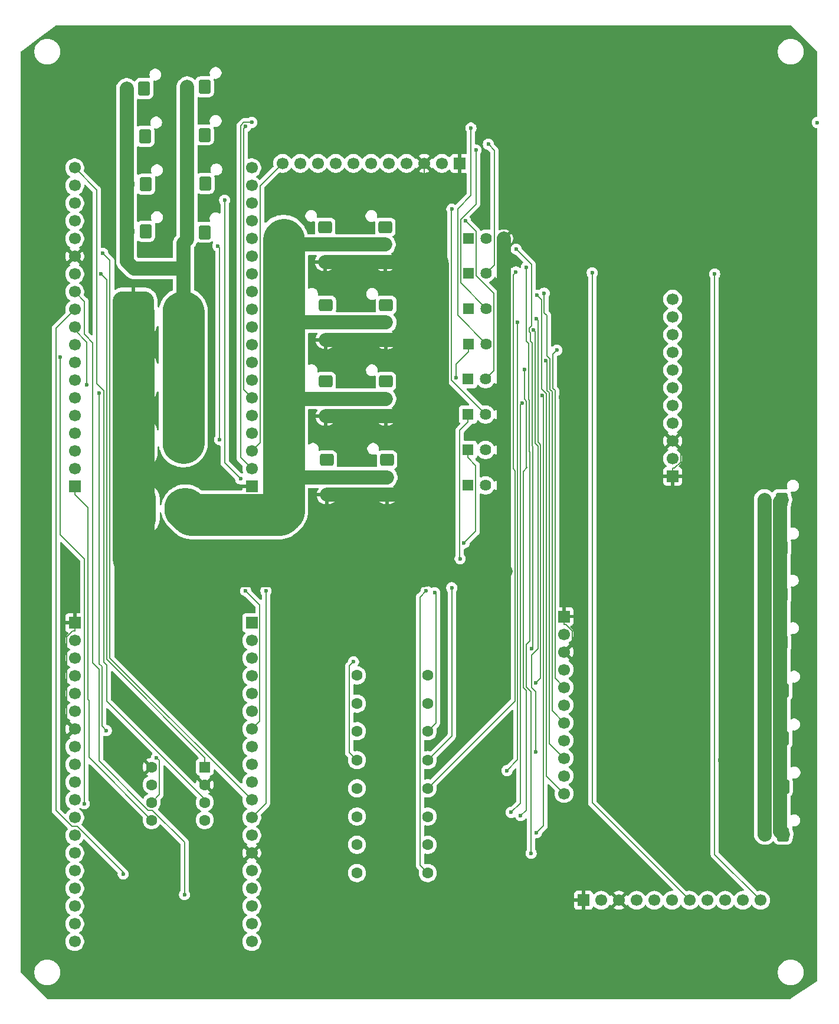
<source format=gtl>
G04 #@! TF.GenerationSoftware,KiCad,Pcbnew,9.0.3*
G04 #@! TF.CreationDate,2025-08-08T01:40:50+09:00*
G04 #@! TF.ProjectId,ESP32-MB-1.0,45535033-322d-44d4-922d-312e302e6b69,rev?*
G04 #@! TF.SameCoordinates,Original*
G04 #@! TF.FileFunction,Copper,L1,Top*
G04 #@! TF.FilePolarity,Positive*
%FSLAX46Y46*%
G04 Gerber Fmt 4.6, Leading zero omitted, Abs format (unit mm)*
G04 Created by KiCad (PCBNEW 9.0.3) date 2025-08-08 01:40:50*
%MOMM*%
%LPD*%
G01*
G04 APERTURE LIST*
G04 Aperture macros list*
%AMRoundRect*
0 Rectangle with rounded corners*
0 $1 Rounding radius*
0 $2 $3 $4 $5 $6 $7 $8 $9 X,Y pos of 4 corners*
0 Add a 4 corners polygon primitive as box body*
4,1,4,$2,$3,$4,$5,$6,$7,$8,$9,$2,$3,0*
0 Add four circle primitives for the rounded corners*
1,1,$1+$1,$2,$3*
1,1,$1+$1,$4,$5*
1,1,$1+$1,$6,$7*
1,1,$1+$1,$8,$9*
0 Add four rect primitives between the rounded corners*
20,1,$1+$1,$2,$3,$4,$5,0*
20,1,$1+$1,$4,$5,$6,$7,0*
20,1,$1+$1,$6,$7,$8,$9,0*
20,1,$1+$1,$8,$9,$2,$3,0*%
G04 Aperture macros list end*
G04 #@! TA.AperFunction,ComponentPad*
%ADD10RoundRect,0.250000X0.600000X0.750000X-0.600000X0.750000X-0.600000X-0.750000X0.600000X-0.750000X0*%
G04 #@! TD*
G04 #@! TA.AperFunction,ComponentPad*
%ADD11O,1.700000X2.000000*%
G04 #@! TD*
G04 #@! TA.AperFunction,ComponentPad*
%ADD12RoundRect,1.500000X-1.500000X-1.500000X1.500000X-1.500000X1.500000X1.500000X-1.500000X1.500000X0*%
G04 #@! TD*
G04 #@! TA.AperFunction,ComponentPad*
%ADD13C,6.000000*%
G04 #@! TD*
G04 #@! TA.AperFunction,ComponentPad*
%ADD14RoundRect,0.250000X-0.725000X0.600000X-0.725000X-0.600000X0.725000X-0.600000X0.725000X0.600000X0*%
G04 #@! TD*
G04 #@! TA.AperFunction,ComponentPad*
%ADD15O,1.950000X1.700000*%
G04 #@! TD*
G04 #@! TA.AperFunction,ComponentPad*
%ADD16R,1.700000X1.700000*%
G04 #@! TD*
G04 #@! TA.AperFunction,ComponentPad*
%ADD17C,1.700000*%
G04 #@! TD*
G04 #@! TA.AperFunction,ComponentPad*
%ADD18R,1.625600X1.625600*%
G04 #@! TD*
G04 #@! TA.AperFunction,ComponentPad*
%ADD19C,1.625600*%
G04 #@! TD*
G04 #@! TA.AperFunction,ComponentPad*
%ADD20C,1.600000*%
G04 #@! TD*
G04 #@! TA.AperFunction,ComponentPad*
%ADD21RoundRect,0.250000X0.550000X0.550000X-0.550000X0.550000X-0.550000X-0.550000X0.550000X-0.550000X0*%
G04 #@! TD*
G04 #@! TA.AperFunction,ViaPad*
%ADD22C,0.600000*%
G04 #@! TD*
G04 #@! TA.AperFunction,Conductor*
%ADD23C,2.000000*%
G04 #@! TD*
G04 #@! TA.AperFunction,Conductor*
%ADD24C,0.200000*%
G04 #@! TD*
G04 #@! TA.AperFunction,Conductor*
%ADD25C,6.000000*%
G04 #@! TD*
G04 APERTURE END LIST*
D10*
X196728000Y-84112000D03*
D11*
X194228000Y-84112000D03*
X194208000Y-97718000D03*
D10*
X196708000Y-97718000D03*
D11*
X194228000Y-104559000D03*
D10*
X196728000Y-104559000D03*
D12*
X103676000Y-66586000D03*
D13*
X110876000Y-66586000D03*
D10*
X196906000Y-118370000D03*
D11*
X194406000Y-118370000D03*
D14*
X140086000Y-78423000D03*
D15*
X140086000Y-80923000D03*
X140086000Y-83423000D03*
D10*
X105466000Y-45612100D03*
D11*
X102966000Y-45612100D03*
D16*
X181063900Y-80768700D03*
D17*
X181063900Y-78228700D03*
X181063900Y-75688700D03*
X181063900Y-73148700D03*
X181063900Y-70608700D03*
X181063900Y-68068700D03*
X181063900Y-65528700D03*
X181063900Y-62988700D03*
X181063900Y-60448700D03*
X181063900Y-57908700D03*
X181063900Y-55368700D03*
D18*
X151686100Y-66825300D03*
D19*
X154226100Y-66825300D03*
X156766100Y-66825300D03*
D12*
X103635000Y-75982000D03*
D13*
X110835000Y-75982000D03*
D18*
X151770000Y-56680000D03*
D19*
X154310000Y-56680000D03*
X156850000Y-56680000D03*
D18*
X151770000Y-51600000D03*
D19*
X154310000Y-51600000D03*
X156850000Y-51600000D03*
D16*
X150495000Y-35879000D03*
D17*
X147955000Y-35879000D03*
X145415000Y-35879000D03*
X142875000Y-35879000D03*
X140335000Y-35879000D03*
X137795000Y-35879000D03*
X135255000Y-35879000D03*
X132715000Y-35879000D03*
X130175000Y-35879000D03*
X127635000Y-35879000D03*
X125095000Y-35879000D03*
D18*
X151770000Y-61760000D03*
D19*
X154310000Y-61760000D03*
X156850000Y-61760000D03*
D18*
X151686100Y-71905300D03*
D19*
X154226100Y-71905300D03*
X156766100Y-71905300D03*
D14*
X131196000Y-45004000D03*
D15*
X131196000Y-47504000D03*
X131196000Y-50004000D03*
D14*
X131274000Y-67156000D03*
D15*
X131274000Y-69656000D03*
X131274000Y-72156000D03*
D10*
X105350300Y-32006100D03*
D11*
X102850300Y-32006100D03*
D10*
X105223300Y-25148100D03*
D11*
X102723300Y-25148100D03*
D10*
X105466000Y-38868000D03*
D11*
X102966000Y-38868000D03*
D10*
X196906000Y-111512000D03*
D11*
X194406000Y-111512000D03*
D10*
X113988000Y-38756000D03*
D11*
X111488000Y-38756000D03*
D14*
X131450000Y-78423000D03*
D15*
X131450000Y-80923000D03*
X131450000Y-83423000D03*
D10*
X196942000Y-125260000D03*
D11*
X194442000Y-125260000D03*
D18*
X151686100Y-76985300D03*
D19*
X154226100Y-76985300D03*
X156766100Y-76985300D03*
D10*
X196728000Y-90970000D03*
D11*
X194228000Y-90970000D03*
D10*
X113884000Y-31788000D03*
D11*
X111384000Y-31788000D03*
D10*
X113884000Y-45758000D03*
D11*
X111384000Y-45758000D03*
D14*
X139910000Y-67156000D03*
D15*
X139910000Y-69656000D03*
X139910000Y-72156000D03*
D10*
X196902000Y-132118000D03*
D11*
X194402000Y-132118000D03*
D18*
X151765000Y-46649000D03*
D19*
X154305000Y-46649000D03*
X156845000Y-46649000D03*
D14*
X139942000Y-56198000D03*
D15*
X139942000Y-58698000D03*
X139942000Y-61198000D03*
D12*
X103945000Y-85424400D03*
D13*
X111145000Y-85424400D03*
D14*
X131306000Y-56180000D03*
D15*
X131306000Y-58680000D03*
X131306000Y-61180000D03*
D18*
X151686100Y-82065300D03*
D19*
X154226100Y-82065300D03*
X156766100Y-82065300D03*
D10*
X113884000Y-24898000D03*
D11*
X111384000Y-24898000D03*
D12*
X103676000Y-57188000D03*
D13*
X110876000Y-57188000D03*
D16*
X165486000Y-100876000D03*
D17*
X165486000Y-103416000D03*
X165486000Y-105956000D03*
X165486000Y-108496000D03*
X165486000Y-111036000D03*
X165486000Y-113576000D03*
X165486000Y-116116000D03*
X165486000Y-118656000D03*
X165486000Y-121196000D03*
X165486000Y-123736000D03*
X165486000Y-126276000D03*
D16*
X168275000Y-141589000D03*
D17*
X170815000Y-141589000D03*
X173355000Y-141589000D03*
X175895000Y-141589000D03*
X178435000Y-141589000D03*
X180975000Y-141589000D03*
X183515000Y-141589000D03*
X186055000Y-141589000D03*
X188595000Y-141589000D03*
X191135000Y-141589000D03*
X193675000Y-141589000D03*
D14*
X139832000Y-45022000D03*
D15*
X139832000Y-47522000D03*
X139832000Y-50022000D03*
D20*
X145928000Y-133628000D03*
X135768000Y-133628000D03*
X145928000Y-129578000D03*
X135768000Y-129578000D03*
D21*
X113919000Y-122466000D03*
D20*
X113919000Y-125006000D03*
X113919000Y-127546000D03*
X113919000Y-130086000D03*
X106299000Y-130086000D03*
X106299000Y-127546000D03*
X106299000Y-125006000D03*
X106299000Y-122466000D03*
X145933000Y-117327000D03*
X135773000Y-117327000D03*
X145928000Y-113378000D03*
X135768000Y-113378000D03*
X145928000Y-109328000D03*
X135768000Y-109328000D03*
D16*
X95263000Y-82236000D03*
D17*
X95263000Y-79696000D03*
X95263000Y-77156000D03*
X95263000Y-74616000D03*
X95263000Y-72076000D03*
X95263000Y-69536000D03*
X95263000Y-66996000D03*
X95263000Y-64456000D03*
X95263000Y-61916000D03*
X95263000Y-59376000D03*
X95263000Y-56836000D03*
X95263000Y-54296000D03*
X95263000Y-51756000D03*
X95263000Y-49216000D03*
X95263000Y-46676000D03*
X95263000Y-44136000D03*
X95263000Y-41596000D03*
X95263000Y-39056000D03*
X95263000Y-36516000D03*
D16*
X120663000Y-82236000D03*
D17*
X120663000Y-79696000D03*
X120663000Y-77156000D03*
X120663000Y-74616000D03*
X120663000Y-72076000D03*
X120663000Y-69536000D03*
X120663000Y-66996000D03*
X120663000Y-64456000D03*
X120663000Y-61916000D03*
X120663000Y-59376000D03*
X120663000Y-56836000D03*
X120663000Y-54296000D03*
X120663000Y-51756000D03*
X120663000Y-49216000D03*
X120663000Y-46676000D03*
X120663000Y-44136000D03*
X120663000Y-41596000D03*
X120663000Y-39056000D03*
X120663000Y-36516000D03*
D20*
X145928000Y-137678000D03*
X135768000Y-137678000D03*
D16*
X120663000Y-101794000D03*
D17*
X120663000Y-104334000D03*
X120663000Y-106874000D03*
X120663000Y-109414000D03*
X120663000Y-111954000D03*
X120663000Y-114494000D03*
X120663000Y-117034000D03*
X120663000Y-119574000D03*
X120663000Y-122114000D03*
X120663000Y-124654000D03*
X120663000Y-127194000D03*
X120663000Y-129734000D03*
X120663000Y-132274000D03*
X120663000Y-134814000D03*
X120663000Y-137354000D03*
X120663000Y-139894000D03*
X120663000Y-142434000D03*
X120663000Y-144974000D03*
X120663000Y-147514000D03*
D20*
X145928000Y-125528000D03*
X135768000Y-125528000D03*
X145928000Y-121478000D03*
X135768000Y-121478000D03*
D16*
X95263000Y-101794000D03*
D17*
X95263000Y-104334000D03*
X95263000Y-106874000D03*
X95263000Y-109414000D03*
X95263000Y-111954000D03*
X95263000Y-114494000D03*
X95263000Y-117034000D03*
X95263000Y-119574000D03*
X95263000Y-122114000D03*
X95263000Y-124654000D03*
X95263000Y-127194000D03*
X95263000Y-129734000D03*
X95263000Y-132274000D03*
X95263000Y-134814000D03*
X95263000Y-137354000D03*
X95263000Y-139894000D03*
X95263000Y-142434000D03*
X95263000Y-144974000D03*
X95263000Y-147514000D03*
D22*
X195458000Y-78270000D03*
X177678000Y-111290000D03*
X184028000Y-102400000D03*
X184028000Y-111290000D03*
X189108000Y-117640000D03*
X189108000Y-122720000D03*
X187838000Y-121450000D03*
X184028000Y-123990000D03*
X182758000Y-118910000D03*
X177678000Y-123990000D03*
X173868000Y-120180000D03*
X167518000Y-97320000D03*
X166248000Y-88430000D03*
X166248000Y-92240000D03*
X167518000Y-85890000D03*
X167518000Y-80810000D03*
X166248000Y-75730000D03*
X164978000Y-69380000D03*
X167518000Y-70650000D03*
X176408000Y-68110000D03*
X173868000Y-71920000D03*
X176408000Y-80810000D03*
X175138000Y-85890000D03*
X185298000Y-90970000D03*
X178948000Y-98590000D03*
X180218000Y-106210000D03*
X176408000Y-107480000D03*
X176408000Y-107480000D03*
X172598000Y-88430000D03*
X177678000Y-97320000D03*
X197998000Y-52870000D03*
X199268000Y-71920000D03*
X200538000Y-61760000D03*
X195458000Y-59220000D03*
X192918000Y-70650000D03*
X195458000Y-66840000D03*
X189108000Y-57950000D03*
X196728000Y-43980000D03*
X186568000Y-37630000D03*
X194188000Y-49060000D03*
X176408000Y-49060000D03*
X184028000Y-43980000D03*
X181488000Y-36360000D03*
X170058000Y-37630000D03*
X168788000Y-42710000D03*
X186568000Y-42710000D03*
X196728000Y-30010000D03*
X189108000Y-21120000D03*
X201808000Y-30010000D03*
X197998000Y-35090000D03*
X191648000Y-30010000D03*
X182758000Y-22390000D03*
X162438000Y-24930000D03*
X173868000Y-18580000D03*
X167518000Y-19850000D03*
X159898000Y-18580000D03*
X151008000Y-22390000D03*
X157358000Y-33820000D03*
X159898000Y-38900000D03*
X151008000Y-38900000D03*
X143388000Y-38900000D03*
X137038000Y-38900000D03*
X125608000Y-33820000D03*
X139578000Y-30010000D03*
X145928000Y-30010000D03*
X142118000Y-32550000D03*
X135768000Y-26200000D03*
X144658000Y-26200000D03*
X139578000Y-19850000D03*
X144658000Y-19850000D03*
X130688000Y-21120000D03*
X128148000Y-18580000D03*
X128148000Y-26200000D03*
X119258000Y-26200000D03*
X119258000Y-21120000D03*
X114178000Y-18580000D03*
X106558000Y-17310000D03*
X98938000Y-17310000D03*
X93858000Y-23660000D03*
X91318000Y-27470000D03*
X97668000Y-31280000D03*
X96398000Y-27470000D03*
X91318000Y-31280000D03*
X90048000Y-38900000D03*
X90048000Y-50330000D03*
X90048000Y-54140000D03*
X92588000Y-45250000D03*
X90048000Y-64300000D03*
X91318000Y-68110000D03*
X88778000Y-78270000D03*
X90048000Y-87160000D03*
X95128000Y-96050000D03*
X90048000Y-96050000D03*
X154818000Y-113830000D03*
X156088000Y-117640000D03*
X151008000Y-113830000D03*
X156088000Y-97320000D03*
X152278000Y-98590000D03*
X156088000Y-99860000D03*
X154818000Y-103670000D03*
X154818000Y-107480000D03*
X151008000Y-101130000D03*
X139578000Y-103670000D03*
X139578000Y-99860000D03*
X131958000Y-99860000D03*
X138308000Y-101130000D03*
X137038000Y-103670000D03*
X129418000Y-102400000D03*
X126878000Y-99860000D03*
X112908000Y-102400000D03*
X107828000Y-102400000D03*
X110368000Y-97320000D03*
X90048000Y-104940000D03*
X90048000Y-113830000D03*
X91318000Y-129070000D03*
X88778000Y-123990000D03*
X91318000Y-134150000D03*
X92588000Y-140500000D03*
X90048000Y-144310000D03*
X115448000Y-153200000D03*
X106558000Y-150660000D03*
X105288000Y-154470000D03*
X98938000Y-153200000D03*
X98938000Y-149390000D03*
X106558000Y-144310000D03*
X101478000Y-143040000D03*
X110368000Y-151930000D03*
X97668000Y-148120000D03*
X111638000Y-145580000D03*
X134498000Y-135420000D03*
X130688000Y-135420000D03*
X125608000Y-135420000D03*
X149738000Y-136690000D03*
X152278000Y-135420000D03*
X153548000Y-135420000D03*
X153548000Y-136690000D03*
X156088000Y-136690000D03*
X156088000Y-135420000D03*
X158628000Y-135420000D03*
X158628000Y-132880000D03*
X159898000Y-131610000D03*
X162438000Y-137960000D03*
X163708000Y-132880000D03*
X163708000Y-135420000D03*
X164978000Y-131610000D03*
X167518000Y-131610000D03*
X167518000Y-136690000D03*
X170058000Y-135420000D03*
X171328000Y-131610000D03*
X175138000Y-136690000D03*
X182758000Y-130340000D03*
X184028000Y-131610000D03*
X178948000Y-132880000D03*
X177678000Y-130340000D03*
X178948000Y-130340000D03*
X182758000Y-135420000D03*
X185298000Y-135420000D03*
X187838000Y-139230000D03*
X200538000Y-148120000D03*
X199268000Y-145580000D03*
X200538000Y-143040000D03*
X197998000Y-140500000D03*
X195458000Y-139230000D03*
X192918000Y-145580000D03*
X194188000Y-144310000D03*
X178948000Y-144310000D03*
X176408000Y-148120000D03*
X187838000Y-149390000D03*
X190378000Y-150660000D03*
X194188000Y-148120000D03*
X186568000Y-153200000D03*
X180218000Y-150660000D03*
X173868000Y-153200000D03*
X167518000Y-150660000D03*
X142118000Y-146850000D03*
X154818000Y-144310000D03*
X156088000Y-143040000D03*
X153548000Y-143040000D03*
X157358000Y-143040000D03*
X148468000Y-144310000D03*
X154818000Y-145580000D03*
X154818000Y-148120000D03*
X154818000Y-151930000D03*
X154818000Y-154470000D03*
X154818000Y-153200000D03*
X154818000Y-149390000D03*
X154818000Y-150660000D03*
X154818000Y-146850000D03*
X151008000Y-143040000D03*
X158628000Y-143040000D03*
X152278000Y-143040000D03*
X154818000Y-143040000D03*
X144658000Y-143040000D03*
X144658000Y-149390000D03*
X147198000Y-149390000D03*
X145928000Y-154470000D03*
X142118000Y-151930000D03*
X143388000Y-153200000D03*
X144658000Y-154470000D03*
X147198000Y-154470000D03*
X148468000Y-151930000D03*
X148468000Y-153200000D03*
X148468000Y-150660000D03*
X145928000Y-149390000D03*
X143388000Y-148120000D03*
X142118000Y-144310000D03*
X143388000Y-143040000D03*
X145928000Y-143040000D03*
X147198000Y-143040000D03*
X148468000Y-145580000D03*
X137038000Y-150660000D03*
X137038000Y-149390000D03*
X134498000Y-148120000D03*
X135768000Y-148120000D03*
X137038000Y-148120000D03*
X133228000Y-150660000D03*
X133228000Y-154470000D03*
X133228000Y-145580000D03*
X134498000Y-143040000D03*
X133228000Y-143040000D03*
X133228000Y-144310000D03*
X133228000Y-151930000D03*
X133228000Y-149390000D03*
X133228000Y-153200000D03*
X133228000Y-146850000D03*
X133228000Y-148120000D03*
X139578000Y-154470000D03*
X138308000Y-148120000D03*
X135768000Y-143040000D03*
X139578000Y-144310000D03*
X139578000Y-146850000D03*
X139578000Y-145580000D03*
X138308000Y-143040000D03*
X137038000Y-143040000D03*
X139578000Y-153200000D03*
X138308000Y-151930000D03*
X140848000Y-154470000D03*
X139578000Y-151930000D03*
X138308000Y-150660000D03*
X131958000Y-154470000D03*
X130688000Y-154470000D03*
X130688000Y-153200000D03*
X129418000Y-151930000D03*
X130688000Y-151930000D03*
X129418000Y-150660000D03*
X128148000Y-150660000D03*
X128148000Y-149390000D03*
X125608000Y-148120000D03*
X126878000Y-148120000D03*
X128148000Y-148120000D03*
X129418000Y-148120000D03*
X130688000Y-146850000D03*
X130688000Y-145580000D03*
X130688000Y-144310000D03*
X129418000Y-143040000D03*
X128148000Y-143040000D03*
X126878000Y-143040000D03*
X125608000Y-143040000D03*
X124338000Y-143040000D03*
X124338000Y-144310000D03*
X124338000Y-145580000D03*
X124338000Y-146850000D03*
X124338000Y-148120000D03*
X124338000Y-150660000D03*
X124338000Y-149390000D03*
X124338000Y-151930000D03*
X124338000Y-153200000D03*
X124338000Y-154470000D03*
X106998800Y-121121200D03*
X151128900Y-90341200D03*
X145708000Y-97224400D03*
X161532500Y-131886200D03*
X162367100Y-69196300D03*
X157902000Y-128982600D03*
X149976800Y-66653700D03*
X159484400Y-70245500D03*
X158566500Y-51461900D03*
X149371100Y-96756400D03*
X146926100Y-97458500D03*
X150571600Y-92595100D03*
X161481300Y-58129400D03*
X161425600Y-110388400D03*
X158611200Y-48175000D03*
X160815500Y-105448100D03*
X116034800Y-75503700D03*
X115797500Y-47711900D03*
X151325900Y-44094800D03*
X152116700Y-30806000D03*
X154613600Y-33132700D03*
X116771600Y-41144000D03*
X119068500Y-81121300D03*
X149385700Y-42444400D03*
X152826400Y-33958700D03*
X135260000Y-107375200D03*
X122708300Y-97207200D03*
X159780700Y-65446100D03*
X159256300Y-129444200D03*
X157282700Y-122983700D03*
X158773600Y-58691700D03*
X119787000Y-97198500D03*
X160751000Y-134853700D03*
X160083900Y-50775200D03*
X99807200Y-117248400D03*
X98772500Y-68856800D03*
X99305000Y-48796200D03*
X161087300Y-59780800D03*
X161377000Y-120330700D03*
X119787000Y-30597700D03*
X99032900Y-51751100D03*
X162639400Y-54489900D03*
X93201500Y-63692700D03*
X96628300Y-127751800D03*
X164458500Y-62660800D03*
X162840300Y-64169700D03*
X161573900Y-54790700D03*
X120668500Y-30002600D03*
X111009000Y-140788700D03*
X102231000Y-137821200D03*
X156845000Y-93827700D03*
X102231000Y-102211200D03*
X112437200Y-121832900D03*
X97010300Y-67627500D03*
X187085000Y-51763700D03*
X169529000Y-51562000D03*
D23*
X194228000Y-84112000D02*
X194228000Y-132054000D01*
X194228000Y-132054000D02*
X194292000Y-132118000D01*
X196457000Y-84383000D02*
X196728000Y-84112000D01*
X196493000Y-119405552D02*
X196457000Y-119369552D01*
X196493000Y-131709000D02*
X196493000Y-119405552D01*
X196902000Y-132118000D02*
X196493000Y-131709000D01*
X196457000Y-119369552D02*
X196457000Y-84383000D01*
D24*
X152893500Y-45662400D02*
X151325900Y-44094800D01*
X196942000Y-132078000D02*
X196902000Y-132118000D01*
X196942000Y-125260000D02*
X196942000Y-132078000D01*
X196906000Y-125224000D02*
X196906000Y-118370000D01*
X196942000Y-125260000D02*
X196906000Y-125224000D01*
X196906000Y-111512000D02*
X196906000Y-118370000D01*
X196906000Y-104737000D02*
X196906000Y-111512000D01*
X196728000Y-104559000D02*
X196906000Y-104737000D01*
X196708000Y-104539000D02*
X196728000Y-104559000D01*
X196708000Y-97718000D02*
X196708000Y-104539000D01*
X196728000Y-83858000D02*
X196728000Y-90970000D01*
X196728000Y-97698000D02*
X196708000Y-97718000D01*
X196728000Y-90970000D02*
X196728000Y-97698000D01*
X194228000Y-96396300D02*
X194228000Y-90970000D01*
X194208000Y-96416300D02*
X194228000Y-96396300D01*
X194208000Y-97067100D02*
X194208000Y-96416300D01*
X194208000Y-97067100D02*
X194208000Y-97718000D01*
X194208000Y-103237300D02*
X194228000Y-103257300D01*
X194208000Y-97718000D02*
X194208000Y-103237300D01*
X194228000Y-104559000D02*
X194228000Y-103257300D01*
X194402000Y-126601700D02*
X194402000Y-132118000D01*
X194442000Y-126561700D02*
X194402000Y-126601700D01*
X194228000Y-110032300D02*
X194228000Y-104559000D01*
X194406000Y-110210300D02*
X194228000Y-110032300D01*
X194406000Y-111512000D02*
X194406000Y-110210300D01*
X194406000Y-125874800D02*
X194406000Y-118370000D01*
X194442000Y-125910800D02*
X194406000Y-125874800D01*
X194442000Y-125260000D02*
X194442000Y-125910800D01*
X194442000Y-125910800D02*
X194442000Y-126561700D01*
X194406000Y-118370000D02*
X194406000Y-111512000D01*
X194228000Y-83858000D02*
X194228000Y-90970000D01*
X107400700Y-121523100D02*
X106998800Y-121121200D01*
X107400700Y-126444300D02*
X107400700Y-121523100D01*
X106299000Y-127546000D02*
X107400700Y-126444300D01*
D23*
X110876000Y-50965000D02*
X110876000Y-57188000D01*
X110876000Y-47282000D02*
X110876000Y-50965000D01*
X111384000Y-46774000D02*
X110876000Y-47282000D01*
D24*
X110835000Y-57229000D02*
X110876000Y-57188000D01*
D23*
X111384000Y-24898000D02*
X111384000Y-31788000D01*
D24*
X111384000Y-45758000D02*
X111384000Y-46774000D01*
X102850300Y-26576800D02*
X102850300Y-32006100D01*
X102723300Y-26449800D02*
X102850300Y-26576800D01*
X102723300Y-25148100D02*
X102723300Y-26449800D01*
X102966000Y-45612100D02*
X102723000Y-45612100D01*
D23*
X103764000Y-50965000D02*
X110876000Y-50965000D01*
X102723000Y-49924300D02*
X103764000Y-50965000D01*
X102723000Y-45612100D02*
X102723000Y-49924300D01*
D24*
X102723300Y-30356700D02*
X102723300Y-26449800D01*
X102723000Y-30357000D02*
X102723300Y-30356700D01*
D23*
X102723000Y-25148100D02*
X102723000Y-30357000D01*
D24*
X110854500Y-66586000D02*
X110876000Y-66586000D01*
X110835000Y-66605500D02*
X110854500Y-66586000D01*
D25*
X110835000Y-75982000D02*
X110835000Y-66605500D01*
X110835000Y-66605500D02*
X110835000Y-57229000D01*
D24*
X111384000Y-38860000D02*
X111488000Y-38756000D01*
X111384000Y-39099900D02*
X111384000Y-38860000D01*
D23*
X111384000Y-31788000D02*
X111384000Y-39099900D01*
X111384000Y-39099900D02*
X111384000Y-46774000D01*
D24*
X102782100Y-40169700D02*
X102966000Y-40169700D01*
X102723000Y-40228800D02*
X102782100Y-40169700D01*
D23*
X102723000Y-30357000D02*
X102723000Y-40228800D01*
X102723000Y-40228800D02*
X102723000Y-45612100D01*
D24*
X102966000Y-38868000D02*
X102966000Y-40169700D01*
X152814500Y-88655600D02*
X151128900Y-90341200D01*
X152814500Y-79228200D02*
X152814500Y-88655600D01*
X151686100Y-78099800D02*
X152814500Y-79228200D01*
X151686100Y-76985300D02*
X151686100Y-78099800D01*
X144823800Y-98108600D02*
X145708000Y-97224400D01*
X144823800Y-136573800D02*
X144823800Y-98108600D01*
X145928000Y-137678000D02*
X144823800Y-136573800D01*
X162520300Y-69349500D02*
X162367100Y-69196300D01*
X162520300Y-130898400D02*
X162520300Y-69349500D01*
X161532500Y-131886200D02*
X162520300Y-130898400D01*
X149976800Y-64667700D02*
X151770000Y-62874500D01*
X149976800Y-66653700D02*
X149976800Y-64667700D01*
X151770000Y-61760000D02*
X151770000Y-62874500D01*
X159233300Y-127651300D02*
X157902000Y-128982600D01*
X159233300Y-70496600D02*
X159233300Y-127651300D01*
X159484400Y-70245500D02*
X159233300Y-70496600D01*
X158425200Y-113030800D02*
X145928000Y-125528000D01*
X158425200Y-79963700D02*
X158425200Y-113030800D01*
X158159200Y-79697700D02*
X158425200Y-79963700D01*
X158159200Y-51869200D02*
X158159200Y-79697700D01*
X158566500Y-51461900D02*
X158159200Y-51869200D01*
X149371100Y-118034900D02*
X145928000Y-121478000D01*
X149371100Y-96756400D02*
X149371100Y-118034900D01*
X147078000Y-116182000D02*
X145933000Y-117327000D01*
X147078000Y-97610400D02*
X147078000Y-116182000D01*
X146926100Y-97458500D02*
X147078000Y-97610400D01*
X151686100Y-71905300D02*
X151686100Y-73019800D01*
X150527200Y-92550700D02*
X150571600Y-92595100D01*
X150527200Y-74178700D02*
X150527200Y-92550700D01*
X151686100Y-73019800D02*
X150527200Y-74178700D01*
X161427200Y-110388400D02*
X161425600Y-110388400D01*
X162118600Y-76269700D02*
X161883200Y-76034300D01*
X162118600Y-109697000D02*
X162118600Y-76269700D01*
X161427200Y-110388400D02*
X162118600Y-109697000D01*
X161741100Y-58389200D02*
X161481300Y-58129400D01*
X161741100Y-75892200D02*
X161741100Y-58389200D01*
X161883200Y-76034300D02*
X161741100Y-75892200D01*
X161883200Y-76034300D02*
X161741100Y-75892200D01*
X160835200Y-50399000D02*
X158611200Y-48175000D01*
X160835200Y-59182100D02*
X160835200Y-50399000D01*
X160485600Y-59531700D02*
X160835200Y-59182100D01*
X160485600Y-60029900D02*
X160485600Y-59531700D01*
X160685600Y-60229900D02*
X160485600Y-60029900D01*
X160685600Y-61386800D02*
X160685600Y-60229900D01*
X160889500Y-61590700D02*
X160685600Y-61386800D01*
X160889500Y-76402300D02*
X160889500Y-61590700D01*
X160995900Y-76508700D02*
X160889500Y-76402300D01*
X160995900Y-105267700D02*
X160995900Y-76508700D01*
X160815500Y-105448100D02*
X160995900Y-105267700D01*
X116034800Y-47949200D02*
X115797500Y-47711900D01*
X116034800Y-75503700D02*
X116034800Y-47949200D01*
X152893500Y-52009100D02*
X152893500Y-45662400D01*
X155424500Y-54540100D02*
X152893500Y-52009100D01*
X155424500Y-65626900D02*
X155424500Y-54540100D01*
X154226100Y-66825300D02*
X155424500Y-65626900D01*
X152116700Y-40495100D02*
X152116700Y-30806000D01*
X150238500Y-42373300D02*
X152116700Y-40495100D01*
X150238500Y-57688500D02*
X150238500Y-42373300D01*
X154310000Y-61760000D02*
X150238500Y-57688500D01*
X155472100Y-33991200D02*
X154613600Y-33132700D01*
X155472100Y-50437900D02*
X155472100Y-33991200D01*
X154310000Y-51600000D02*
X155472100Y-50437900D01*
X116771600Y-78824400D02*
X116771600Y-41144000D01*
X119068500Y-81121300D02*
X116771600Y-78824400D01*
X149316700Y-66995900D02*
X154226100Y-71905300D01*
X149316700Y-42513400D02*
X149316700Y-66995900D01*
X149385700Y-42444400D02*
X149316700Y-42513400D01*
X150650500Y-53020500D02*
X154310000Y-56680000D01*
X150650500Y-43919400D02*
X150650500Y-53020500D01*
X152826400Y-41743500D02*
X150650500Y-43919400D01*
X152826400Y-33958700D02*
X152826400Y-41743500D01*
D25*
X125227000Y-68745000D02*
X125227000Y-80683000D01*
X125227000Y-46774000D02*
X125227000Y-58712000D01*
X112008000Y-86287000D02*
X111145000Y-85424400D01*
X124714000Y-86287000D02*
X112008000Y-86287000D01*
X125227000Y-85774000D02*
X124714000Y-86287000D01*
X125227000Y-80683000D02*
X125227000Y-85774000D01*
X125227000Y-58712000D02*
X125227000Y-68745000D01*
D24*
X131196000Y-47504000D02*
X131196000Y-47522000D01*
D23*
X139832000Y-47522000D02*
X131196000Y-47522000D01*
X125975000Y-47522000D02*
X125227000Y-46774000D01*
X131196000Y-47522000D02*
X125975000Y-47522000D01*
X139910000Y-69656000D02*
X131274000Y-69656000D01*
X126138000Y-69656000D02*
X125227000Y-68745000D01*
X131274000Y-69656000D02*
X126138000Y-69656000D01*
X140086000Y-80923000D02*
X131450000Y-80923000D01*
X125467000Y-80923000D02*
X125227000Y-80683000D01*
X131450000Y-80923000D02*
X125467000Y-80923000D01*
D24*
X131306000Y-58680000D02*
X131306000Y-58698000D01*
D23*
X139942000Y-58698000D02*
X131306000Y-58698000D01*
X125241000Y-58698000D02*
X125227000Y-58712000D01*
X131306000Y-58698000D02*
X125241000Y-58698000D01*
D24*
X134666300Y-107968900D02*
X135260000Y-107375200D01*
X134666300Y-120376300D02*
X134666300Y-107968900D01*
X135768000Y-121478000D02*
X134666300Y-120376300D01*
X122708300Y-127688700D02*
X120663000Y-129734000D01*
X122708300Y-97207200D02*
X122708300Y-127688700D01*
X160170700Y-79525700D02*
X160066600Y-79421600D01*
X160170700Y-79525700D02*
X160066600Y-79421600D01*
X159780700Y-69690900D02*
X159780700Y-65446100D01*
X160086100Y-69996300D02*
X159780700Y-69690900D01*
X160086100Y-79402100D02*
X160086100Y-69996300D01*
X160066600Y-79421600D02*
X160086100Y-79402100D01*
X160038200Y-128662300D02*
X159256300Y-129444200D01*
X160038200Y-111522900D02*
X160038200Y-128662300D01*
X159871900Y-111356600D02*
X160038200Y-111522900D01*
X159871900Y-111356600D02*
X160038200Y-111522900D01*
X159635000Y-111119700D02*
X159871900Y-111356600D01*
X159635000Y-80061400D02*
X159635000Y-111119700D01*
X160170700Y-79525700D02*
X159635000Y-80061400D01*
X158831600Y-121434800D02*
X157282700Y-122983700D01*
X158831600Y-58749700D02*
X158831600Y-121434800D01*
X158773600Y-58691700D02*
X158831600Y-58749700D01*
X121062300Y-98473800D02*
X119787000Y-97198500D01*
X119787000Y-97198500D02*
X121062300Y-98473800D01*
X121062300Y-98473800D02*
X119787000Y-97198500D01*
X121814700Y-115882300D02*
X120663000Y-117034000D01*
X121814700Y-99226200D02*
X121814700Y-115882300D01*
X121062300Y-98473800D02*
X121814700Y-99226200D01*
X160751000Y-111667700D02*
X160751000Y-134853700D01*
X160038200Y-110954900D02*
X160751000Y-111667700D01*
X160038200Y-104910900D02*
X160038200Y-110954900D01*
X160585200Y-104363900D02*
X160038200Y-104910900D01*
X160585200Y-77295300D02*
X160585200Y-104363900D01*
X160487800Y-77197900D02*
X160585200Y-77295300D01*
X160487800Y-69830000D02*
X160487800Y-77197900D01*
X160407200Y-69749400D02*
X160487800Y-69830000D01*
X160407200Y-61676400D02*
X160407200Y-69749400D01*
X160083900Y-61353100D02*
X160407200Y-61676400D01*
X160083900Y-50775200D02*
X160083900Y-61353100D01*
X99162300Y-116603500D02*
X99807200Y-117248400D01*
X99162300Y-108051900D02*
X99162300Y-116603500D01*
X98772500Y-107662100D02*
X99162300Y-108051900D01*
X98772500Y-68856800D02*
X98772500Y-107662100D01*
X100323700Y-49814900D02*
X99305000Y-48796200D01*
X100323700Y-106854700D02*
X100323700Y-49814900D01*
X120663000Y-127194000D02*
X100323700Y-106854700D01*
X161716900Y-76436000D02*
X161481500Y-76200600D01*
X161716900Y-105503300D02*
X161716900Y-76436000D01*
X160815500Y-106404700D02*
X161716900Y-105503300D01*
X160815500Y-111097000D02*
X160815500Y-106404700D01*
X161377000Y-111658500D02*
X160815500Y-111097000D01*
X161377000Y-120330700D02*
X161377000Y-111658500D01*
X161315200Y-60008700D02*
X161087300Y-59780800D01*
X161315200Y-76034300D02*
X161315200Y-60008700D01*
X161481500Y-76200600D02*
X161315200Y-76034300D01*
X161481500Y-76200600D02*
X161315200Y-76034300D01*
X121870100Y-75948900D02*
X120663000Y-77156000D01*
X121870100Y-39103900D02*
X121870100Y-75948900D01*
X125095000Y-35879000D02*
X121870100Y-39103900D01*
X119465900Y-30918800D02*
X119787000Y-30597700D01*
X119465900Y-68338900D02*
X119465900Y-30918800D01*
X120663000Y-69536000D02*
X119465900Y-68338900D01*
X99827800Y-52546000D02*
X99032900Y-51751100D01*
X99827800Y-107045500D02*
X99827800Y-52546000D01*
X113919000Y-121136700D02*
X99827800Y-107045500D01*
X113919000Y-122466000D02*
X113919000Y-121136700D01*
X162805700Y-57446900D02*
X162640900Y-57282100D01*
X162805700Y-57446900D02*
X162640900Y-57282100D01*
X162640900Y-54491400D02*
X162639400Y-54489900D01*
X162640900Y-57282100D02*
X162640900Y-54491400D01*
X163041100Y-57682300D02*
X162805700Y-57446900D01*
X163041100Y-63519700D02*
X163041100Y-57682300D01*
X163041200Y-63519700D02*
X163041100Y-63519700D01*
X163443700Y-63922200D02*
X163041200Y-63519700D01*
X163443700Y-68286000D02*
X163443700Y-63922200D01*
X163536800Y-68379100D02*
X163443700Y-68286000D01*
X163536800Y-68379100D02*
X163443700Y-68286000D01*
X163772200Y-68614500D02*
X163536800Y-68379100D01*
X163772200Y-114402200D02*
X163772200Y-68614500D01*
X165486000Y-116116000D02*
X163772200Y-114402200D01*
X93201500Y-89162600D02*
X93201500Y-63692700D01*
X96628300Y-92589400D02*
X93201500Y-89162600D01*
X96628300Y-127751800D02*
X96628300Y-92589400D01*
X163845400Y-63273900D02*
X164458500Y-62660800D01*
X163845400Y-68119700D02*
X163845400Y-63273900D01*
X163938500Y-68212800D02*
X163845400Y-68119700D01*
X163938500Y-68212800D02*
X163845400Y-68119700D01*
X164173900Y-68448200D02*
X163938500Y-68212800D01*
X164173900Y-109723900D02*
X164173900Y-68448200D01*
X165486000Y-111036000D02*
X164173900Y-109723900D01*
X163042000Y-64371400D02*
X162840300Y-64169700D01*
X163042000Y-68452300D02*
X163042000Y-64371400D01*
X163370500Y-68780800D02*
X163042000Y-68452300D01*
X163370500Y-119080500D02*
X163370500Y-68780800D01*
X165486000Y-121196000D02*
X163370500Y-119080500D01*
X162238600Y-55455400D02*
X161573900Y-54790700D01*
X162238600Y-68216900D02*
X162238600Y-55455400D01*
X162968800Y-68947100D02*
X162238600Y-68216900D01*
X162968800Y-123758800D02*
X162968800Y-68947100D01*
X165486000Y-126276000D02*
X162968800Y-123758800D01*
X120658900Y-29993000D02*
X120668500Y-30002600D01*
X119535700Y-29993000D02*
X120658900Y-29993000D01*
X119061500Y-30467200D02*
X119535700Y-29993000D01*
X119061500Y-78094500D02*
X119061500Y-30467200D01*
X120663000Y-79696000D02*
X119061500Y-78094500D01*
X99696400Y-107682300D02*
X99861200Y-107847100D01*
X99696400Y-107682300D02*
X99861200Y-107847100D01*
X99861200Y-113056600D02*
X99861200Y-107847100D01*
X113919000Y-127114400D02*
X99861200Y-113056600D01*
X113919000Y-127546000D02*
X113919000Y-127114400D01*
X98426400Y-39679400D02*
X95263000Y-36516000D01*
X98426400Y-67506400D02*
X98426400Y-39679400D01*
X99426100Y-68506100D02*
X98426400Y-67506400D01*
X99426100Y-107412000D02*
X99426100Y-68506100D01*
X99696400Y-107682300D02*
X99426100Y-107412000D01*
X96652800Y-55685800D02*
X95263000Y-54296000D01*
X96652800Y-60397800D02*
X96652800Y-55685800D01*
X96819100Y-60564100D02*
X96652800Y-60397800D01*
X96819100Y-60564100D02*
X96652800Y-60397800D01*
X97847800Y-107551900D02*
X98580100Y-108284200D01*
X97847800Y-61592800D02*
X97847800Y-107551900D01*
X96819100Y-60564100D02*
X97847800Y-61592800D01*
X111009000Y-133230600D02*
X111009000Y-140788700D01*
X106426100Y-128647700D02*
X111009000Y-133230600D01*
X105807000Y-128647700D02*
X106426100Y-128647700D01*
X98746400Y-121587100D02*
X105807000Y-128647700D01*
X98746400Y-108450500D02*
X98746400Y-121587100D01*
X98580100Y-108284200D02*
X98746400Y-108450500D01*
X98580100Y-108284200D02*
X98746400Y-108450500D01*
X92574700Y-59524300D02*
X95263000Y-56836000D01*
X92574700Y-128730800D02*
X92574700Y-59524300D01*
X94847900Y-131004000D02*
X92574700Y-128730800D01*
X95654400Y-131004000D02*
X94847900Y-131004000D01*
X102231000Y-137580600D02*
X95654400Y-131004000D01*
X102231000Y-137821200D02*
X102231000Y-137580600D01*
D23*
X145475000Y-50004000D02*
X145928000Y-50457000D01*
X131196000Y-50004000D02*
X145475000Y-50004000D01*
D25*
X145928000Y-60871000D02*
X145928000Y-72428000D01*
X145928000Y-72428000D02*
X145928000Y-84493000D01*
X145928000Y-92875000D02*
X145166000Y-93637000D01*
X145928000Y-84493000D02*
X145928000Y-92875000D01*
X145928000Y-50457000D02*
X145928000Y-60871000D01*
D24*
X103676000Y-85693400D02*
X103676000Y-89587200D01*
X103945000Y-85424400D02*
X103676000Y-85693400D01*
X156850000Y-56680000D02*
X156850000Y-61760000D01*
X145415000Y-49944000D02*
X145475000Y-50004000D01*
X145415000Y-35879000D02*
X145415000Y-49944000D01*
X156766100Y-61843900D02*
X156766100Y-66825300D01*
X156850000Y-61760000D02*
X156766100Y-61843900D01*
D23*
X131450000Y-83423000D02*
X140086000Y-83423000D01*
X144858000Y-83423000D02*
X145928000Y-84493000D01*
X140086000Y-83423000D02*
X144858000Y-83423000D01*
X131274000Y-72156000D02*
X139910000Y-72156000D01*
X145656000Y-72156000D02*
X145928000Y-72428000D01*
X139910000Y-72156000D02*
X145656000Y-72156000D01*
D24*
X165486000Y-100876000D02*
X165486000Y-102027700D01*
X115358800Y-126445800D02*
X113919000Y-125006000D01*
X115358800Y-129509800D02*
X115358800Y-126445800D01*
X120663000Y-134814000D02*
X115358800Y-129509800D01*
X156845000Y-51595000D02*
X156845000Y-46649000D01*
X156850000Y-51600000D02*
X156845000Y-51595000D01*
X156766100Y-76985300D02*
X156845000Y-76985300D01*
X139942000Y-61198000D02*
X139942000Y-61180000D01*
D23*
X131306000Y-61180000D02*
X139942000Y-61180000D01*
X145619000Y-61180000D02*
X145928000Y-60871000D01*
X139942000Y-61180000D02*
X145619000Y-61180000D01*
D24*
X182222000Y-76846800D02*
X181063900Y-75688700D01*
X182222000Y-78746800D02*
X182222000Y-76846800D01*
X181351800Y-79617000D02*
X182222000Y-78746800D01*
X181063900Y-79617000D02*
X181351800Y-79617000D01*
X181063900Y-80768700D02*
X181063900Y-79617000D01*
D23*
X156845000Y-76985300D02*
X156845000Y-93827700D01*
X145928000Y-94399000D02*
X145166000Y-93637000D01*
X157104000Y-94399000D02*
X145928000Y-94399000D01*
X156845000Y-94140000D02*
X157104000Y-94399000D01*
X156845000Y-93827700D02*
X156845000Y-94140000D01*
D24*
X156766100Y-72363800D02*
X156845000Y-72442700D01*
X156766100Y-71905300D02*
X156766100Y-72363800D01*
D23*
X156845000Y-72442700D02*
X156845000Y-76985300D01*
D24*
X156766100Y-82065300D02*
X156766100Y-76985300D01*
X104780000Y-99662200D02*
X104780000Y-93637000D01*
X102231000Y-102211200D02*
X104780000Y-99662200D01*
D25*
X145166000Y-93637000D02*
X104780000Y-93637000D01*
X103676000Y-92533000D02*
X103676000Y-89587200D01*
X104780000Y-93637000D02*
X103676000Y-92533000D01*
D24*
X112437300Y-121832900D02*
X112437200Y-121832900D01*
X112437300Y-123524300D02*
X112437300Y-121832900D01*
X113919000Y-125006000D02*
X112437300Y-123524300D01*
X94975000Y-102945700D02*
X95263000Y-102945700D01*
X94111300Y-103809400D02*
X94975000Y-102945700D01*
X94111300Y-115882300D02*
X94111300Y-103809400D01*
X95263000Y-117034000D02*
X94111300Y-115882300D01*
X95263000Y-101794000D02*
X95263000Y-102945700D01*
X168275000Y-108745000D02*
X165486000Y-105956000D01*
X168275000Y-141589000D02*
X168275000Y-108745000D01*
D25*
X103676000Y-66586000D02*
X103676000Y-57188000D01*
D24*
X156850000Y-63659000D02*
X156850000Y-61760000D01*
X156845000Y-63664000D02*
X156850000Y-63659000D01*
D23*
X156845000Y-46649000D02*
X156845000Y-63664000D01*
X156845000Y-63664000D02*
X156845000Y-72442700D01*
D24*
X103676000Y-76023000D02*
X103635000Y-75982000D01*
X103676000Y-78086600D02*
X103676000Y-76023000D01*
D25*
X103676000Y-89587200D02*
X103676000Y-78086600D01*
X103676000Y-78086600D02*
X103676000Y-66586000D01*
D24*
X165726500Y-102027700D02*
X165486000Y-102027700D01*
X166637700Y-102938900D02*
X165726500Y-102027700D01*
X166637700Y-104804300D02*
X166637700Y-102938900D01*
X165486000Y-105956000D02*
X166637700Y-104804300D01*
X95263000Y-82236000D02*
X95263000Y-83387700D01*
X97144100Y-85268800D02*
X97144100Y-112741500D01*
X95263000Y-83387700D02*
X97144100Y-85268800D01*
X97144100Y-112741500D02*
X97308900Y-112906300D01*
X97144100Y-112741500D02*
X97308900Y-112906300D01*
X97308900Y-121095900D02*
X97308900Y-112906300D01*
X106299000Y-130086000D02*
X97308900Y-121095900D01*
X95263000Y-59776200D02*
X95263000Y-59376000D01*
X97010300Y-61523500D02*
X95263000Y-59776200D01*
X97010300Y-67627500D02*
X97010300Y-61523500D01*
X187085000Y-134999000D02*
X193675000Y-141589000D01*
X187085000Y-51763700D02*
X187085000Y-134999000D01*
X169529000Y-127603000D02*
X169529000Y-51562000D01*
X183515000Y-141589000D02*
X169529000Y-127603000D01*
G04 #@! TA.AperFunction,Conductor*
G36*
X93380403Y-90191184D02*
G01*
X93386881Y-90197216D01*
X95991481Y-92801816D01*
X96024966Y-92863139D01*
X96027800Y-92889497D01*
X96027800Y-100320000D01*
X96008115Y-100387039D01*
X95955311Y-100432794D01*
X95903800Y-100444000D01*
X95513000Y-100444000D01*
X95513000Y-101360988D01*
X95455993Y-101328075D01*
X95328826Y-101294000D01*
X95197174Y-101294000D01*
X95070007Y-101328075D01*
X95013000Y-101360988D01*
X95013000Y-100444000D01*
X94365155Y-100444000D01*
X94305627Y-100450401D01*
X94305620Y-100450403D01*
X94170913Y-100500645D01*
X94170906Y-100500649D01*
X94055812Y-100586809D01*
X94055809Y-100586812D01*
X93969649Y-100701906D01*
X93969645Y-100701913D01*
X93919403Y-100836620D01*
X93919401Y-100836627D01*
X93913000Y-100896155D01*
X93913000Y-101544000D01*
X94829988Y-101544000D01*
X94797075Y-101601007D01*
X94763000Y-101728174D01*
X94763000Y-101859826D01*
X94797075Y-101986993D01*
X94829988Y-102044000D01*
X93913000Y-102044000D01*
X93913000Y-102691844D01*
X93919401Y-102751372D01*
X93919403Y-102751379D01*
X93969645Y-102886086D01*
X93969649Y-102886093D01*
X94055809Y-103001187D01*
X94055812Y-103001190D01*
X94170906Y-103087350D01*
X94170913Y-103087354D01*
X94302470Y-103136422D01*
X94358404Y-103178293D01*
X94382821Y-103243758D01*
X94367969Y-103312031D01*
X94346819Y-103340285D01*
X94232889Y-103454215D01*
X94107951Y-103626179D01*
X94011444Y-103815585D01*
X93945753Y-104017760D01*
X93912500Y-104227713D01*
X93912500Y-104440286D01*
X93932775Y-104568301D01*
X93945754Y-104650243D01*
X93994859Y-104801373D01*
X94011444Y-104852414D01*
X94107951Y-105041820D01*
X94232890Y-105213786D01*
X94383213Y-105364109D01*
X94555182Y-105489050D01*
X94563946Y-105493516D01*
X94614742Y-105541491D01*
X94631536Y-105609312D01*
X94608998Y-105675447D01*
X94563946Y-105714484D01*
X94555182Y-105718949D01*
X94383213Y-105843890D01*
X94232890Y-105994213D01*
X94107951Y-106166179D01*
X94011444Y-106355585D01*
X93945753Y-106557760D01*
X93928640Y-106665809D01*
X93912500Y-106767713D01*
X93912500Y-106980287D01*
X93945754Y-107190243D01*
X93980231Y-107296353D01*
X94011444Y-107392414D01*
X94107951Y-107581820D01*
X94232890Y-107753786D01*
X94383213Y-107904109D01*
X94555182Y-108029050D01*
X94563946Y-108033516D01*
X94614742Y-108081491D01*
X94631536Y-108149312D01*
X94608998Y-108215447D01*
X94563946Y-108254484D01*
X94555182Y-108258949D01*
X94383213Y-108383890D01*
X94232890Y-108534213D01*
X94107951Y-108706179D01*
X94011444Y-108895585D01*
X93945753Y-109097760D01*
X93912500Y-109307713D01*
X93912500Y-109520286D01*
X93940101Y-109694556D01*
X93945754Y-109730243D01*
X93994722Y-109880951D01*
X94011444Y-109932414D01*
X94107951Y-110121820D01*
X94232890Y-110293786D01*
X94383213Y-110444109D01*
X94555182Y-110569050D01*
X94563946Y-110573516D01*
X94614742Y-110621491D01*
X94631536Y-110689312D01*
X94608998Y-110755447D01*
X94563946Y-110794484D01*
X94555182Y-110798949D01*
X94383213Y-110923890D01*
X94232890Y-111074213D01*
X94107951Y-111246179D01*
X94011444Y-111435585D01*
X93945753Y-111637760D01*
X93912500Y-111847713D01*
X93912500Y-112060286D01*
X93945036Y-112265715D01*
X93945754Y-112270243D01*
X94009931Y-112467760D01*
X94011444Y-112472414D01*
X94107951Y-112661820D01*
X94232890Y-112833786D01*
X94383213Y-112984109D01*
X94555182Y-113109050D01*
X94563946Y-113113516D01*
X94614742Y-113161491D01*
X94631536Y-113229312D01*
X94608998Y-113295447D01*
X94563946Y-113334484D01*
X94555182Y-113338949D01*
X94383213Y-113463890D01*
X94232890Y-113614213D01*
X94107951Y-113786179D01*
X94011444Y-113975585D01*
X93945753Y-114177760D01*
X93912500Y-114387713D01*
X93912500Y-114600286D01*
X93940101Y-114774556D01*
X93945754Y-114810243D01*
X93994722Y-114960951D01*
X94011444Y-115012414D01*
X94107951Y-115201820D01*
X94232890Y-115373786D01*
X94383213Y-115524109D01*
X94555179Y-115649048D01*
X94555181Y-115649049D01*
X94555184Y-115649051D01*
X94564493Y-115653794D01*
X94615290Y-115701766D01*
X94632087Y-115769587D01*
X94609552Y-115835722D01*
X94564505Y-115874760D01*
X94555446Y-115879376D01*
X94555440Y-115879380D01*
X94501282Y-115918727D01*
X94501282Y-115918728D01*
X95133591Y-116551037D01*
X95070007Y-116568075D01*
X94955993Y-116633901D01*
X94862901Y-116726993D01*
X94797075Y-116841007D01*
X94780037Y-116904591D01*
X94147728Y-116272282D01*
X94147727Y-116272282D01*
X94108380Y-116326439D01*
X94011904Y-116515782D01*
X93946242Y-116717869D01*
X93946242Y-116717872D01*
X93913000Y-116927753D01*
X93913000Y-117140246D01*
X93946242Y-117350127D01*
X93946242Y-117350130D01*
X94011904Y-117552217D01*
X94108375Y-117741550D01*
X94147728Y-117795716D01*
X94780037Y-117163408D01*
X94797075Y-117226993D01*
X94862901Y-117341007D01*
X94955993Y-117434099D01*
X95070007Y-117499925D01*
X95133589Y-117516962D01*
X94501282Y-118149269D01*
X94501282Y-118149270D01*
X94555452Y-118188626D01*
X94555451Y-118188626D01*
X94564495Y-118193234D01*
X94615292Y-118241208D01*
X94632087Y-118309029D01*
X94609550Y-118375164D01*
X94564499Y-118414202D01*
X94555182Y-118418949D01*
X94383213Y-118543890D01*
X94232890Y-118694213D01*
X94107951Y-118866179D01*
X94011444Y-119055585D01*
X93945753Y-119257760D01*
X93912500Y-119467713D01*
X93912500Y-119680286D01*
X93940101Y-119854556D01*
X93945754Y-119890243D01*
X94006176Y-120076203D01*
X94011444Y-120092414D01*
X94107951Y-120281820D01*
X94232890Y-120453786D01*
X94383213Y-120604109D01*
X94555182Y-120729050D01*
X94563946Y-120733516D01*
X94614742Y-120781491D01*
X94631536Y-120849312D01*
X94608998Y-120915447D01*
X94563946Y-120954484D01*
X94555182Y-120958949D01*
X94383213Y-121083890D01*
X94232890Y-121234213D01*
X94107951Y-121406179D01*
X94011444Y-121595585D01*
X93945753Y-121797760D01*
X93912500Y-122007713D01*
X93912500Y-122220286D01*
X93943076Y-122413339D01*
X93945754Y-122430243D01*
X94006246Y-122616418D01*
X94011444Y-122632414D01*
X94107951Y-122821820D01*
X94232890Y-122993786D01*
X94383213Y-123144109D01*
X94555182Y-123269050D01*
X94563946Y-123273516D01*
X94614742Y-123321491D01*
X94631536Y-123389312D01*
X94608998Y-123455447D01*
X94563946Y-123494484D01*
X94555182Y-123498949D01*
X94383213Y-123623890D01*
X94232890Y-123774213D01*
X94107951Y-123946179D01*
X94011444Y-124135585D01*
X93945753Y-124337760D01*
X93928956Y-124443816D01*
X93912500Y-124547713D01*
X93912500Y-124760287D01*
X93916032Y-124782584D01*
X93943076Y-124953339D01*
X93945754Y-124970243D01*
X93999900Y-125136888D01*
X94011444Y-125172414D01*
X94107951Y-125361820D01*
X94232890Y-125533786D01*
X94383213Y-125684109D01*
X94555182Y-125809050D01*
X94563946Y-125813516D01*
X94614742Y-125861491D01*
X94631536Y-125929312D01*
X94608998Y-125995447D01*
X94563946Y-126034484D01*
X94555182Y-126038949D01*
X94383213Y-126163890D01*
X94232890Y-126314213D01*
X94107951Y-126486179D01*
X94011444Y-126675585D01*
X93945753Y-126877760D01*
X93912500Y-127087713D01*
X93912500Y-127300286D01*
X93934451Y-127438883D01*
X93945754Y-127510243D01*
X93990628Y-127648351D01*
X94011444Y-127712414D01*
X94107951Y-127901820D01*
X94232890Y-128073786D01*
X94383213Y-128224109D01*
X94555182Y-128349050D01*
X94563946Y-128353516D01*
X94614742Y-128401491D01*
X94631536Y-128469312D01*
X94608998Y-128535447D01*
X94563946Y-128574484D01*
X94555182Y-128578949D01*
X94383213Y-128703890D01*
X94232890Y-128854213D01*
X94107949Y-129026182D01*
X94054252Y-129131567D01*
X94006277Y-129182362D01*
X93938456Y-129199157D01*
X93872322Y-129176619D01*
X93856087Y-129162952D01*
X93211519Y-128518384D01*
X93178034Y-128457061D01*
X93175200Y-128430703D01*
X93175200Y-90284897D01*
X93194885Y-90217858D01*
X93247689Y-90172103D01*
X93316847Y-90162159D01*
X93380403Y-90191184D01*
G37*
G04 #@! TD.AperFunction*
G04 #@! TA.AperFunction,Conductor*
G36*
X99968003Y-114013084D02*
G01*
X99974481Y-114019116D01*
X106383962Y-120428597D01*
X106417447Y-120489920D01*
X106412463Y-120559612D01*
X106383966Y-120603955D01*
X106377013Y-120610907D01*
X106377008Y-120610914D01*
X106289409Y-120742014D01*
X106289402Y-120742027D01*
X106229064Y-120887698D01*
X106229061Y-120887710D01*
X106198300Y-121042353D01*
X106198300Y-121059838D01*
X106178615Y-121126877D01*
X106125811Y-121172632D01*
X106093699Y-121182311D01*
X105994581Y-121198010D01*
X105799968Y-121261244D01*
X105617644Y-121354143D01*
X105573077Y-121386523D01*
X105573077Y-121386524D01*
X106252553Y-122066000D01*
X106246339Y-122066000D01*
X106144606Y-122093259D01*
X106053394Y-122145920D01*
X105978920Y-122220394D01*
X105926259Y-122311606D01*
X105899000Y-122413339D01*
X105899000Y-122419553D01*
X105219524Y-121740077D01*
X105219523Y-121740077D01*
X105187143Y-121784644D01*
X105094244Y-121966968D01*
X105031009Y-122161582D01*
X104999000Y-122363682D01*
X104999000Y-122568317D01*
X105031009Y-122770417D01*
X105094244Y-122965031D01*
X105187141Y-123147350D01*
X105187147Y-123147359D01*
X105219523Y-123191921D01*
X105219524Y-123191922D01*
X105899000Y-122512446D01*
X105899000Y-122518661D01*
X105926259Y-122620394D01*
X105978920Y-122711606D01*
X106053394Y-122786080D01*
X106144606Y-122838741D01*
X106246339Y-122866000D01*
X106252552Y-122866000D01*
X105573076Y-123545474D01*
X105617652Y-123577861D01*
X105710628Y-123625234D01*
X105761425Y-123673208D01*
X105778220Y-123741029D01*
X105755683Y-123807164D01*
X105710630Y-123846203D01*
X105617388Y-123893713D01*
X105451786Y-124014028D01*
X105307028Y-124158786D01*
X105186715Y-124324386D01*
X105093781Y-124506776D01*
X105030522Y-124701465D01*
X104998500Y-124903648D01*
X104998500Y-125108351D01*
X105030522Y-125310534D01*
X105093781Y-125505223D01*
X105125862Y-125568184D01*
X105184929Y-125684109D01*
X105186715Y-125687613D01*
X105307028Y-125853213D01*
X105451786Y-125997971D01*
X105572226Y-126085474D01*
X105617390Y-126118287D01*
X105704742Y-126162795D01*
X105710080Y-126165515D01*
X105760876Y-126213490D01*
X105777671Y-126281311D01*
X105755134Y-126347446D01*
X105710080Y-126386485D01*
X105617386Y-126433715D01*
X105451786Y-126554028D01*
X105307032Y-126698782D01*
X105307031Y-126698784D01*
X105186714Y-126864386D01*
X105158278Y-126920194D01*
X105110302Y-126970989D01*
X105042481Y-126987783D01*
X104976346Y-126965244D01*
X104960113Y-126951578D01*
X99383219Y-121374684D01*
X99349734Y-121313361D01*
X99346900Y-121287003D01*
X99346900Y-118109771D01*
X99366585Y-118042732D01*
X99419389Y-117996977D01*
X99488547Y-117987033D01*
X99518349Y-117995209D01*
X99573703Y-118018137D01*
X99697350Y-118042732D01*
X99728353Y-118048899D01*
X99728356Y-118048900D01*
X99728358Y-118048900D01*
X99886044Y-118048900D01*
X99886045Y-118048899D01*
X100040697Y-118018137D01*
X100186379Y-117957794D01*
X100317489Y-117870189D01*
X100428989Y-117758689D01*
X100516594Y-117627579D01*
X100576937Y-117481897D01*
X100607700Y-117327242D01*
X100607700Y-117169558D01*
X100607700Y-117169555D01*
X100607699Y-117169553D01*
X100593829Y-117099826D01*
X100576937Y-117014903D01*
X100569019Y-116995786D01*
X100516597Y-116869227D01*
X100516590Y-116869214D01*
X100428989Y-116738111D01*
X100428986Y-116738107D01*
X100317492Y-116626613D01*
X100317488Y-116626610D01*
X100186385Y-116539009D01*
X100186372Y-116539002D01*
X100040701Y-116478664D01*
X100040691Y-116478661D01*
X99885349Y-116447761D01*
X99868592Y-116438995D01*
X99850114Y-116434976D01*
X99825077Y-116416233D01*
X99823438Y-116415376D01*
X99821860Y-116413825D01*
X99799119Y-116391084D01*
X99765634Y-116329761D01*
X99762800Y-116303403D01*
X99762800Y-114106797D01*
X99782485Y-114039758D01*
X99835289Y-113994003D01*
X99904447Y-113984059D01*
X99968003Y-114013084D01*
G37*
G04 #@! TD.AperFunction*
G04 #@! TA.AperFunction,Conductor*
G36*
X100666903Y-108734284D02*
G01*
X100673381Y-108740316D01*
X113009645Y-121076580D01*
X113043130Y-121137903D01*
X113038146Y-121207595D01*
X112996274Y-121263528D01*
X112987062Y-121269799D01*
X112900344Y-121323287D01*
X112776289Y-121447342D01*
X112684187Y-121596663D01*
X112684186Y-121596666D01*
X112629001Y-121763203D01*
X112629001Y-121763204D01*
X112629000Y-121763204D01*
X112618500Y-121865983D01*
X112618500Y-123066001D01*
X112618501Y-123066018D01*
X112629000Y-123168796D01*
X112629001Y-123168799D01*
X112684185Y-123335331D01*
X112684187Y-123335336D01*
X112710929Y-123378692D01*
X112776288Y-123484656D01*
X112900344Y-123608712D01*
X113049666Y-123700814D01*
X113132152Y-123728147D01*
X113189597Y-123767920D01*
X113216420Y-123832436D01*
X113204105Y-123901212D01*
X113194143Y-123912975D01*
X113193077Y-123926524D01*
X113872554Y-124606000D01*
X113866339Y-124606000D01*
X113764606Y-124633259D01*
X113673394Y-124685920D01*
X113598920Y-124760394D01*
X113546259Y-124851606D01*
X113519000Y-124953339D01*
X113519000Y-124959553D01*
X112839524Y-124280077D01*
X112839523Y-124280077D01*
X112807143Y-124324644D01*
X112714244Y-124506968D01*
X112651010Y-124701580D01*
X112648664Y-124716394D01*
X112618733Y-124779528D01*
X112559421Y-124816458D01*
X112489559Y-124815460D01*
X112438510Y-124784675D01*
X100498019Y-112844184D01*
X100464534Y-112782861D01*
X100461700Y-112756503D01*
X100461700Y-108827997D01*
X100481385Y-108760958D01*
X100534189Y-108715203D01*
X100603347Y-108705259D01*
X100666903Y-108734284D01*
G37*
G04 #@! TD.AperFunction*
G04 #@! TA.AperFunction,Conductor*
G36*
X115084881Y-47088544D02*
G01*
X115135585Y-47136615D01*
X115152250Y-47204468D01*
X115131477Y-47267810D01*
X115088108Y-47332716D01*
X115088102Y-47332727D01*
X115027764Y-47478398D01*
X115027761Y-47478410D01*
X114997000Y-47633053D01*
X114997000Y-47790746D01*
X115027761Y-47945389D01*
X115027764Y-47945401D01*
X115088102Y-48091072D01*
X115088109Y-48091085D01*
X115175710Y-48222188D01*
X115175713Y-48222192D01*
X115287207Y-48333686D01*
X115287215Y-48333692D01*
X115379190Y-48395148D01*
X115423996Y-48448760D01*
X115434300Y-48498250D01*
X115434300Y-74923934D01*
X115414615Y-74990973D01*
X115413402Y-74992825D01*
X115325409Y-75124514D01*
X115325402Y-75124527D01*
X115265064Y-75270198D01*
X115265061Y-75270210D01*
X115234300Y-75424853D01*
X115234300Y-75582546D01*
X115265061Y-75737189D01*
X115265064Y-75737201D01*
X115325402Y-75882872D01*
X115325409Y-75882885D01*
X115413010Y-76013988D01*
X115413013Y-76013992D01*
X115524507Y-76125486D01*
X115524511Y-76125489D01*
X115655614Y-76213090D01*
X115655627Y-76213097D01*
X115745237Y-76250214D01*
X115801303Y-76273437D01*
X115955953Y-76304199D01*
X115955956Y-76304200D01*
X116047100Y-76304200D01*
X116114139Y-76323885D01*
X116159894Y-76376689D01*
X116171100Y-76428200D01*
X116171100Y-78737730D01*
X116171099Y-78737748D01*
X116171099Y-78903454D01*
X116171098Y-78903454D01*
X116196260Y-78997360D01*
X116212023Y-79056185D01*
X116235703Y-79097199D01*
X116286882Y-79185844D01*
X116291079Y-79193114D01*
X116291081Y-79193117D01*
X116409949Y-79311985D01*
X116409955Y-79311990D01*
X118233925Y-81135960D01*
X118267410Y-81197283D01*
X118267861Y-81199449D01*
X118298761Y-81354791D01*
X118298764Y-81354801D01*
X118359102Y-81500472D01*
X118359109Y-81500485D01*
X118446710Y-81631588D01*
X118446713Y-81631592D01*
X118558207Y-81743086D01*
X118558211Y-81743089D01*
X118689314Y-81830690D01*
X118689327Y-81830697D01*
X118769531Y-81863918D01*
X118835003Y-81891037D01*
X118989653Y-81921799D01*
X118989656Y-81921800D01*
X118989658Y-81921800D01*
X119147344Y-81921800D01*
X119147345Y-81921799D01*
X119151842Y-81920904D01*
X119166962Y-81917898D01*
X119236553Y-81924125D01*
X119278834Y-81951834D01*
X119313000Y-81986000D01*
X120229988Y-81986000D01*
X120197075Y-82043007D01*
X120163000Y-82170174D01*
X120163000Y-82301826D01*
X120197075Y-82428993D01*
X120229988Y-82486000D01*
X119313000Y-82486000D01*
X119313000Y-82662500D01*
X119293315Y-82729539D01*
X119240511Y-82775294D01*
X119189000Y-82786500D01*
X113492972Y-82786500D01*
X113469169Y-82779510D01*
X113444525Y-82776644D01*
X113430496Y-82768155D01*
X113425933Y-82766815D01*
X113414330Y-82758372D01*
X113387057Y-82736000D01*
X113363920Y-82717021D01*
X113232760Y-82609381D01*
X113232750Y-82609374D01*
X113232718Y-82609348D01*
X113232115Y-82608901D01*
X113134246Y-82543540D01*
X113086701Y-82511787D01*
X112946787Y-82418300D01*
X112946430Y-82418109D01*
X112946098Y-82417887D01*
X112946095Y-82417885D01*
X112946090Y-82417882D01*
X112795109Y-82337226D01*
X112795112Y-82337219D01*
X112795083Y-82337212D01*
X112643463Y-82256169D01*
X112643289Y-82256087D01*
X112642735Y-82255825D01*
X112484427Y-82190294D01*
X112484429Y-82190288D01*
X112484400Y-82190283D01*
X112325711Y-82124552D01*
X112325159Y-82124354D01*
X112325142Y-82124348D01*
X112324948Y-82124278D01*
X112160585Y-82074461D01*
X112160130Y-82074323D01*
X111996578Y-82024710D01*
X111996188Y-82024632D01*
X111995801Y-82024515D01*
X111995794Y-82024513D01*
X111830545Y-81991683D01*
X111830545Y-81991679D01*
X111830516Y-81991677D01*
X111659254Y-81957611D01*
X111658491Y-81957497D01*
X111489607Y-81940903D01*
X111489607Y-81940901D01*
X111489578Y-81940900D01*
X111431052Y-81935136D01*
X111316969Y-81923900D01*
X111316966Y-81923900D01*
X111316956Y-81923899D01*
X111316153Y-81923859D01*
X111144189Y-81923900D01*
X110973031Y-81923900D01*
X110973029Y-81923900D01*
X110972700Y-81923916D01*
X110972698Y-81923915D01*
X110972673Y-81923917D01*
X110972249Y-81923937D01*
X110803311Y-81940615D01*
X110803283Y-81940618D01*
X110630735Y-81957612D01*
X110630354Y-81957669D01*
X110629981Y-81957723D01*
X110464474Y-81990685D01*
X110464447Y-81990690D01*
X110293414Y-82024711D01*
X110293343Y-82024729D01*
X110293142Y-82024780D01*
X110292643Y-82024904D01*
X110170280Y-82062054D01*
X110129868Y-82074323D01*
X109964304Y-82124547D01*
X109964299Y-82124548D01*
X109964295Y-82124550D01*
X109964290Y-82124551D01*
X109963877Y-82124700D01*
X109963874Y-82124700D01*
X109963852Y-82124708D01*
X109963548Y-82124816D01*
X109806696Y-82189829D01*
X109806670Y-82189840D01*
X109646525Y-82256174D01*
X109646415Y-82256225D01*
X109646306Y-82256278D01*
X109646087Y-82256381D01*
X109645836Y-82256499D01*
X109494352Y-82337514D01*
X109494351Y-82337513D01*
X109489702Y-82339999D01*
X109343213Y-82418300D01*
X109342881Y-82418521D01*
X109342516Y-82418717D01*
X109342485Y-82418737D01*
X109342477Y-82418742D01*
X109196519Y-82516316D01*
X109196493Y-82516335D01*
X109057240Y-82609381D01*
X109056934Y-82609631D01*
X109056587Y-82609864D01*
X109056548Y-82609895D01*
X109056542Y-82609900D01*
X108922498Y-82719958D01*
X108922474Y-82719979D01*
X108791373Y-82827572D01*
X108791083Y-82827861D01*
X108790771Y-82828118D01*
X108670274Y-82948670D01*
X108548172Y-83070773D01*
X108548167Y-83070778D01*
X108548166Y-83070780D01*
X108548043Y-83070915D01*
X108548041Y-83070916D01*
X108547641Y-83071356D01*
X108437639Y-83205455D01*
X108437621Y-83205479D01*
X108329981Y-83336640D01*
X108329762Y-83336967D01*
X108329496Y-83337292D01*
X108329484Y-83337308D01*
X108329483Y-83337311D01*
X108232402Y-83482675D01*
X108232401Y-83482674D01*
X108232389Y-83482692D01*
X108232387Y-83482698D01*
X108138900Y-83622613D01*
X108138709Y-83622969D01*
X108138482Y-83623310D01*
X108138468Y-83623335D01*
X108138464Y-83623342D01*
X108057825Y-83774290D01*
X108057812Y-83774315D01*
X107976767Y-83925938D01*
X107976430Y-83926650D01*
X107911851Y-84082664D01*
X107911840Y-84082691D01*
X107845146Y-84243703D01*
X107844956Y-84244232D01*
X107844936Y-84244289D01*
X107844884Y-84244431D01*
X107795061Y-84408813D01*
X107795060Y-84408812D01*
X107795053Y-84408834D01*
X107795053Y-84408840D01*
X107794138Y-84411853D01*
X107792967Y-84415715D01*
X107745310Y-84572822D01*
X107745230Y-84573223D01*
X107745111Y-84573616D01*
X107712283Y-84738854D01*
X107712277Y-84738881D01*
X107690617Y-84847776D01*
X107658233Y-84909687D01*
X107597517Y-84944261D01*
X107527748Y-84940522D01*
X107471075Y-84899656D01*
X107445494Y-84834638D01*
X107445000Y-84823585D01*
X107445000Y-83852966D01*
X107444999Y-83852963D01*
X107429699Y-83639037D01*
X107368890Y-83359504D01*
X107268908Y-83091441D01*
X107131808Y-82840361D01*
X107131807Y-82840360D01*
X106960360Y-82611334D01*
X106960350Y-82611322D01*
X106758077Y-82409049D01*
X106758065Y-82409039D01*
X106529039Y-82237592D01*
X106529038Y-82237591D01*
X106277957Y-82100491D01*
X106277958Y-82100491D01*
X106009895Y-82000509D01*
X105730362Y-81939700D01*
X105516436Y-81924400D01*
X104195000Y-81924400D01*
X104195000Y-83187897D01*
X104092473Y-83174400D01*
X103797527Y-83174400D01*
X103695000Y-83187897D01*
X103695000Y-81924400D01*
X102373563Y-81924400D01*
X102159637Y-81939700D01*
X101880104Y-82000509D01*
X101612041Y-82100491D01*
X101360961Y-82237591D01*
X101360960Y-82237592D01*
X101131926Y-82409045D01*
X101129399Y-82411235D01*
X101065842Y-82440258D01*
X100996684Y-82430311D01*
X100943882Y-82384554D01*
X100924200Y-82317519D01*
X100924200Y-79308582D01*
X100943885Y-79241543D01*
X100996689Y-79195788D01*
X101065847Y-79185844D01*
X101107627Y-79199750D01*
X101302042Y-79305908D01*
X101302041Y-79305908D01*
X101570104Y-79405890D01*
X101849637Y-79466699D01*
X102063563Y-79481999D01*
X102063566Y-79482000D01*
X103385000Y-79482000D01*
X103385000Y-78218502D01*
X103487527Y-78232000D01*
X103782473Y-78232000D01*
X103885000Y-78218502D01*
X103885000Y-79482000D01*
X105206434Y-79482000D01*
X105206436Y-79481999D01*
X105420362Y-79466699D01*
X105699895Y-79405890D01*
X105967958Y-79305908D01*
X106219038Y-79168808D01*
X106219039Y-79168807D01*
X106448065Y-78997360D01*
X106448077Y-78997350D01*
X106650350Y-78795077D01*
X106650360Y-78795065D01*
X106821807Y-78566039D01*
X106821808Y-78566038D01*
X106958908Y-78314958D01*
X107058890Y-78046895D01*
X107119699Y-77767362D01*
X107134999Y-77553436D01*
X107135000Y-77553434D01*
X107135000Y-76582810D01*
X107154685Y-76515771D01*
X107207489Y-76470016D01*
X107276647Y-76460072D01*
X107340203Y-76489097D01*
X107377977Y-76547875D01*
X107380617Y-76558619D01*
X107435308Y-76833572D01*
X107535150Y-77162706D01*
X107666770Y-77480464D01*
X107666772Y-77480469D01*
X107828893Y-77783775D01*
X107828904Y-77783793D01*
X108019975Y-78069751D01*
X108019985Y-78069765D01*
X108238176Y-78335632D01*
X108481367Y-78578823D01*
X108481372Y-78578827D01*
X108481373Y-78578828D01*
X108747240Y-78797019D01*
X109033213Y-78988100D01*
X109033222Y-78988105D01*
X109033224Y-78988106D01*
X109336530Y-79150227D01*
X109336532Y-79150227D01*
X109336538Y-79150231D01*
X109654295Y-79281850D01*
X109983422Y-79381690D01*
X110320750Y-79448789D01*
X110663031Y-79482500D01*
X110663034Y-79482500D01*
X111006966Y-79482500D01*
X111006969Y-79482500D01*
X111349250Y-79448789D01*
X111686578Y-79381690D01*
X112015705Y-79281850D01*
X112333462Y-79150231D01*
X112636787Y-78988100D01*
X112922760Y-78797019D01*
X113188627Y-78578828D01*
X113431828Y-78335627D01*
X113650019Y-78069760D01*
X113841100Y-77783787D01*
X114003231Y-77480462D01*
X114134850Y-77162705D01*
X114234690Y-76833578D01*
X114301789Y-76496250D01*
X114335500Y-76153969D01*
X114335500Y-67149105D01*
X114337883Y-67124913D01*
X114342789Y-67100250D01*
X114376500Y-66757969D01*
X114376500Y-66414031D01*
X114342789Y-66071750D01*
X114337883Y-66047085D01*
X114335500Y-66022894D01*
X114335500Y-57751105D01*
X114337883Y-57726913D01*
X114339161Y-57720487D01*
X114342789Y-57702250D01*
X114376500Y-57359969D01*
X114376500Y-57016031D01*
X114342789Y-56673750D01*
X114275690Y-56336422D01*
X114175850Y-56007295D01*
X114044231Y-55689538D01*
X114037253Y-55676484D01*
X113882106Y-55386224D01*
X113882105Y-55386222D01*
X113882100Y-55386213D01*
X113691019Y-55100240D01*
X113472828Y-54834373D01*
X113472827Y-54834372D01*
X113472823Y-54834367D01*
X113229632Y-54591176D01*
X112963765Y-54372985D01*
X112963764Y-54372984D01*
X112963760Y-54372981D01*
X112677787Y-54181900D01*
X112487513Y-54080196D01*
X112442046Y-54055893D01*
X112392202Y-54006930D01*
X112376500Y-53946535D01*
X112376500Y-47954889D01*
X112396185Y-47887850D01*
X112412819Y-47867208D01*
X112461640Y-47818387D01*
X112528517Y-47751510D01*
X112667343Y-47560434D01*
X112774568Y-47349993D01*
X112800621Y-47269808D01*
X112840056Y-47212136D01*
X112904414Y-47184936D01*
X112956829Y-47193504D01*
X112957811Y-47190542D01*
X112964664Y-47192812D01*
X112964666Y-47192814D01*
X113131203Y-47247999D01*
X113233991Y-47258500D01*
X114534008Y-47258499D01*
X114636797Y-47247999D01*
X114803334Y-47192814D01*
X114952656Y-47100712D01*
X114952657Y-47100710D01*
X114958803Y-47096920D01*
X114959680Y-47098343D01*
X115016237Y-47075515D01*
X115084881Y-47088544D01*
G37*
G04 #@! TD.AperFunction*
G04 #@! TA.AperFunction,Conductor*
G36*
X156245381Y-77200989D02*
G01*
X156318949Y-77328411D01*
X156422989Y-77432451D01*
X156550411Y-77506019D01*
X156588678Y-77516272D01*
X156031013Y-78073937D01*
X156078042Y-78108106D01*
X156262157Y-78201917D01*
X156458688Y-78265774D01*
X156662781Y-78298100D01*
X156869419Y-78298100D01*
X157073511Y-78265774D01*
X157270042Y-78201917D01*
X157378405Y-78146704D01*
X157447074Y-78133808D01*
X157511815Y-78160084D01*
X157552072Y-78217190D01*
X157558700Y-78257189D01*
X157558700Y-79611030D01*
X157558699Y-79611048D01*
X157558699Y-79776754D01*
X157558698Y-79776754D01*
X157599623Y-79929487D01*
X157608864Y-79945491D01*
X157608863Y-79945491D01*
X157608865Y-79945493D01*
X157678675Y-80066409D01*
X157678681Y-80066417D01*
X157788381Y-80176117D01*
X157821866Y-80237440D01*
X157824700Y-80263798D01*
X157824700Y-81308891D01*
X157805015Y-81375930D01*
X157788381Y-81396572D01*
X157297073Y-81887879D01*
X157286819Y-81849611D01*
X157213251Y-81722189D01*
X157109211Y-81618149D01*
X156981789Y-81544581D01*
X156943519Y-81534326D01*
X157501185Y-80976661D01*
X157454157Y-80942493D01*
X157270042Y-80848682D01*
X157073511Y-80784825D01*
X156869419Y-80752500D01*
X156662781Y-80752500D01*
X156458688Y-80784825D01*
X156262157Y-80848682D01*
X156078044Y-80942492D01*
X156031014Y-80976661D01*
X156588680Y-81534326D01*
X156550411Y-81544581D01*
X156422989Y-81618149D01*
X156318949Y-81722189D01*
X156245381Y-81849611D01*
X156235126Y-81887879D01*
X155677461Y-81330214D01*
X155643292Y-81377244D01*
X155606864Y-81448737D01*
X155558889Y-81499532D01*
X155491067Y-81516326D01*
X155424933Y-81493787D01*
X155385895Y-81448734D01*
X155349336Y-81376982D01*
X155299865Y-81308891D01*
X155227829Y-81209742D01*
X155081658Y-81063571D01*
X154914419Y-80942065D01*
X154830645Y-80899380D01*
X154730229Y-80848215D01*
X154533635Y-80784338D01*
X154380502Y-80760084D01*
X154329459Y-80752000D01*
X154122741Y-80752000D01*
X154054683Y-80762779D01*
X153918566Y-80784338D01*
X153918563Y-80784338D01*
X153721970Y-80848215D01*
X153595295Y-80912760D01*
X153526626Y-80925656D01*
X153461885Y-80899380D01*
X153421628Y-80842273D01*
X153415000Y-80802275D01*
X153415000Y-79317260D01*
X153415001Y-79317247D01*
X153415001Y-79149144D01*
X153415001Y-79149143D01*
X153374077Y-78996416D01*
X153369273Y-78988095D01*
X153295024Y-78859490D01*
X153295018Y-78859482D01*
X153058494Y-78622958D01*
X152805932Y-78370397D01*
X152772448Y-78309075D01*
X152777432Y-78239384D01*
X152819300Y-78183452D01*
X152856446Y-78155646D01*
X152942696Y-78040431D01*
X152992991Y-77905583D01*
X152994470Y-77891823D01*
X153021206Y-77827275D01*
X153078598Y-77787426D01*
X153148423Y-77784931D01*
X153208512Y-77820583D01*
X153218076Y-77832194D01*
X153224371Y-77840858D01*
X153370542Y-77987029D01*
X153537781Y-78108535D01*
X153693787Y-78188024D01*
X153721970Y-78202384D01*
X153918564Y-78266261D01*
X153918565Y-78266261D01*
X153918568Y-78266262D01*
X154122741Y-78298600D01*
X154122742Y-78298600D01*
X154329458Y-78298600D01*
X154329459Y-78298600D01*
X154533632Y-78266262D01*
X154533635Y-78266261D01*
X154533636Y-78266261D01*
X154730229Y-78202384D01*
X154730229Y-78202383D01*
X154730232Y-78202383D01*
X154914419Y-78108535D01*
X155081658Y-77987029D01*
X155227829Y-77840858D01*
X155349335Y-77673619D01*
X155385896Y-77601863D01*
X155433869Y-77551069D01*
X155501689Y-77534273D01*
X155567825Y-77556810D01*
X155606864Y-77601863D01*
X155643291Y-77673354D01*
X155677461Y-77720384D01*
X155677461Y-77720385D01*
X156235126Y-77162719D01*
X156245381Y-77200989D01*
G37*
G04 #@! TD.AperFunction*
G04 #@! TA.AperFunction,Conductor*
G36*
X156245381Y-72120989D02*
G01*
X156318949Y-72248411D01*
X156422989Y-72352451D01*
X156550411Y-72426019D01*
X156588678Y-72436272D01*
X156031013Y-72993937D01*
X156078042Y-73028106D01*
X156262157Y-73121917D01*
X156458688Y-73185774D01*
X156662781Y-73218100D01*
X156869419Y-73218100D01*
X157073511Y-73185774D01*
X157270042Y-73121917D01*
X157378405Y-73066704D01*
X157447074Y-73053808D01*
X157511815Y-73080084D01*
X157552072Y-73137190D01*
X157558700Y-73177189D01*
X157558700Y-75713410D01*
X157539015Y-75780449D01*
X157486211Y-75826204D01*
X157417053Y-75836148D01*
X157378406Y-75823895D01*
X157270045Y-75768683D01*
X157073511Y-75704825D01*
X156869419Y-75672500D01*
X156662781Y-75672500D01*
X156458688Y-75704825D01*
X156262157Y-75768682D01*
X156078044Y-75862492D01*
X156031014Y-75896661D01*
X156588679Y-76454326D01*
X156550411Y-76464581D01*
X156422989Y-76538149D01*
X156318949Y-76642189D01*
X156245381Y-76769611D01*
X156235126Y-76807879D01*
X155677461Y-76250214D01*
X155643292Y-76297244D01*
X155606864Y-76368737D01*
X155558889Y-76419532D01*
X155491067Y-76436326D01*
X155424933Y-76413787D01*
X155385895Y-76368734D01*
X155349336Y-76296982D01*
X155288390Y-76213097D01*
X155227829Y-76129742D01*
X155081658Y-75983571D01*
X154914419Y-75862065D01*
X154844038Y-75826204D01*
X154730229Y-75768215D01*
X154533635Y-75704338D01*
X154380502Y-75680084D01*
X154329459Y-75672000D01*
X154122741Y-75672000D01*
X154054683Y-75682779D01*
X153918566Y-75704338D01*
X153918563Y-75704338D01*
X153721970Y-75768215D01*
X153537780Y-75862065D01*
X153370539Y-75983573D01*
X153224370Y-76129742D01*
X153218072Y-76138411D01*
X153162739Y-76181072D01*
X153093125Y-76187046D01*
X153031332Y-76154436D01*
X152996980Y-76093595D01*
X152994469Y-76078768D01*
X152992991Y-76065016D01*
X152942697Y-75930171D01*
X152942693Y-75930164D01*
X152856447Y-75814955D01*
X152856444Y-75814952D01*
X152741235Y-75728706D01*
X152741228Y-75728702D01*
X152606382Y-75678408D01*
X152606383Y-75678408D01*
X152546783Y-75672001D01*
X152546781Y-75672000D01*
X152546773Y-75672000D01*
X152546765Y-75672000D01*
X151251700Y-75672000D01*
X151184661Y-75652315D01*
X151138906Y-75599511D01*
X151127700Y-75548000D01*
X151127700Y-74478796D01*
X151147385Y-74411757D01*
X151164015Y-74391119D01*
X152044606Y-73510527D01*
X152044611Y-73510524D01*
X152054814Y-73500320D01*
X152054816Y-73500320D01*
X152166620Y-73388516D01*
X152211593Y-73310620D01*
X152228926Y-73280599D01*
X152279493Y-73232384D01*
X152336313Y-73218599D01*
X152546771Y-73218599D01*
X152546772Y-73218599D01*
X152606383Y-73212191D01*
X152741231Y-73161896D01*
X152856446Y-73075646D01*
X152942696Y-72960431D01*
X152992991Y-72825583D01*
X152994470Y-72811823D01*
X153021206Y-72747275D01*
X153078598Y-72707426D01*
X153148423Y-72704931D01*
X153208512Y-72740583D01*
X153218076Y-72752194D01*
X153224371Y-72760858D01*
X153370542Y-72907029D01*
X153537781Y-73028535D01*
X153721053Y-73121917D01*
X153721970Y-73122384D01*
X153918564Y-73186261D01*
X153918565Y-73186261D01*
X153918568Y-73186262D01*
X154122741Y-73218600D01*
X154122742Y-73218600D01*
X154329458Y-73218600D01*
X154329459Y-73218600D01*
X154533632Y-73186262D01*
X154533635Y-73186261D01*
X154533636Y-73186261D01*
X154730229Y-73122384D01*
X154730229Y-73122383D01*
X154730232Y-73122383D01*
X154914419Y-73028535D01*
X155081658Y-72907029D01*
X155227829Y-72760858D01*
X155349335Y-72593619D01*
X155385896Y-72521863D01*
X155433869Y-72471069D01*
X155501689Y-72454273D01*
X155567825Y-72476810D01*
X155606864Y-72521863D01*
X155643291Y-72593354D01*
X155677461Y-72640384D01*
X155677461Y-72640385D01*
X156235126Y-72082719D01*
X156245381Y-72120989D01*
G37*
G04 #@! TD.AperFunction*
G04 #@! TA.AperFunction,Conductor*
G36*
X107269927Y-68600337D02*
G01*
X107319332Y-68649742D01*
X107334500Y-68709169D01*
X107334500Y-74030692D01*
X107314815Y-74097731D01*
X107262011Y-74143486D01*
X107192853Y-74153430D01*
X107129297Y-74124405D01*
X107091523Y-74065627D01*
X107089334Y-74057050D01*
X107058890Y-73917104D01*
X106958908Y-73649041D01*
X106821808Y-73397961D01*
X106821807Y-73397960D01*
X106650360Y-73168934D01*
X106650350Y-73168922D01*
X106448077Y-72966649D01*
X106448065Y-72966639D01*
X106219039Y-72795192D01*
X106219038Y-72795191D01*
X105967957Y-72658091D01*
X105967958Y-72658091D01*
X105699895Y-72558109D01*
X105420362Y-72497300D01*
X105206436Y-72482000D01*
X103885000Y-72482000D01*
X103885000Y-73745497D01*
X103782473Y-73732000D01*
X103487527Y-73732000D01*
X103385000Y-73745497D01*
X103385000Y-72482000D01*
X102063563Y-72482000D01*
X101849637Y-72497300D01*
X101570104Y-72558109D01*
X101302044Y-72658090D01*
X101107626Y-72764250D01*
X101039353Y-72779101D01*
X100973889Y-72754684D01*
X100932018Y-72698750D01*
X100924200Y-72655417D01*
X100924200Y-69890194D01*
X100943885Y-69823155D01*
X100996689Y-69777400D01*
X101065847Y-69767456D01*
X101107627Y-69781362D01*
X101343042Y-69909908D01*
X101343041Y-69909908D01*
X101611104Y-70009890D01*
X101890637Y-70070699D01*
X102104563Y-70085999D01*
X102104566Y-70086000D01*
X103426000Y-70086000D01*
X103426000Y-68822502D01*
X103528527Y-68836000D01*
X103823473Y-68836000D01*
X103926000Y-68822502D01*
X103926000Y-70086000D01*
X105247434Y-70086000D01*
X105247436Y-70085999D01*
X105461362Y-70070699D01*
X105740895Y-70009890D01*
X106008958Y-69909908D01*
X106260038Y-69772808D01*
X106260039Y-69772807D01*
X106489065Y-69601360D01*
X106489077Y-69601350D01*
X106691350Y-69399077D01*
X106691360Y-69399065D01*
X106862807Y-69170039D01*
X106862808Y-69170038D01*
X106999908Y-68918957D01*
X106999910Y-68918953D01*
X107094318Y-68665836D01*
X107136189Y-68609902D01*
X107201654Y-68585485D01*
X107269927Y-68600337D01*
G37*
G04 #@! TD.AperFunction*
G04 #@! TA.AperFunction,Conductor*
G36*
X156245381Y-67040989D02*
G01*
X156318949Y-67168411D01*
X156422989Y-67272451D01*
X156550411Y-67346019D01*
X156588678Y-67356272D01*
X156031013Y-67913937D01*
X156078042Y-67948106D01*
X156262157Y-68041917D01*
X156458688Y-68105774D01*
X156662781Y-68138100D01*
X156869419Y-68138100D01*
X157073511Y-68105774D01*
X157270042Y-68041917D01*
X157378405Y-67986704D01*
X157447074Y-67973808D01*
X157511815Y-68000084D01*
X157552072Y-68057190D01*
X157558700Y-68097189D01*
X157558700Y-70633410D01*
X157539015Y-70700449D01*
X157486211Y-70746204D01*
X157417053Y-70756148D01*
X157378406Y-70743895D01*
X157270045Y-70688683D01*
X157073511Y-70624825D01*
X156869419Y-70592500D01*
X156662781Y-70592500D01*
X156458688Y-70624825D01*
X156262157Y-70688682D01*
X156078044Y-70782492D01*
X156031014Y-70816661D01*
X156588679Y-71374326D01*
X156550411Y-71384581D01*
X156422989Y-71458149D01*
X156318949Y-71562189D01*
X156245381Y-71689611D01*
X156235126Y-71727879D01*
X155677461Y-71170214D01*
X155643292Y-71217244D01*
X155606864Y-71288737D01*
X155558889Y-71339532D01*
X155491067Y-71356326D01*
X155424933Y-71333787D01*
X155385895Y-71288734D01*
X155349336Y-71216982D01*
X155283431Y-71126272D01*
X155227829Y-71049742D01*
X155081658Y-70903571D01*
X154914419Y-70782065D01*
X154844038Y-70746204D01*
X154730229Y-70688215D01*
X154533635Y-70624338D01*
X154380502Y-70600084D01*
X154329459Y-70592000D01*
X154122741Y-70592000D01*
X154082283Y-70598408D01*
X153918564Y-70624338D01*
X153918563Y-70624338D01*
X153897093Y-70631314D01*
X153827252Y-70633307D01*
X153771098Y-70601063D01*
X151520315Y-68350280D01*
X151486830Y-68288957D01*
X151491814Y-68219265D01*
X151533686Y-68163332D01*
X151599150Y-68138915D01*
X151607996Y-68138599D01*
X152546771Y-68138599D01*
X152546772Y-68138599D01*
X152606383Y-68132191D01*
X152741231Y-68081896D01*
X152856446Y-67995646D01*
X152942696Y-67880431D01*
X152992991Y-67745583D01*
X152994470Y-67731823D01*
X153021206Y-67667275D01*
X153078598Y-67627426D01*
X153148423Y-67624931D01*
X153208512Y-67660583D01*
X153218076Y-67672194D01*
X153224371Y-67680858D01*
X153370542Y-67827029D01*
X153537781Y-67948535D01*
X153700609Y-68031500D01*
X153721970Y-68042384D01*
X153918564Y-68106261D01*
X153918565Y-68106261D01*
X153918568Y-68106262D01*
X154122741Y-68138600D01*
X154122742Y-68138600D01*
X154329458Y-68138600D01*
X154329459Y-68138600D01*
X154533632Y-68106262D01*
X154533635Y-68106261D01*
X154533636Y-68106261D01*
X154730229Y-68042384D01*
X154730229Y-68042383D01*
X154730232Y-68042383D01*
X154914419Y-67948535D01*
X155081658Y-67827029D01*
X155227829Y-67680858D01*
X155349335Y-67513619D01*
X155385896Y-67441863D01*
X155433869Y-67391069D01*
X155501689Y-67374273D01*
X155567825Y-67396810D01*
X155606864Y-67441863D01*
X155643291Y-67513354D01*
X155677461Y-67560384D01*
X155677461Y-67560385D01*
X156235126Y-67002719D01*
X156245381Y-67040989D01*
G37*
G04 #@! TD.AperFunction*
G04 #@! TA.AperFunction,Conductor*
G36*
X156205295Y-62904895D02*
G01*
X156346057Y-62976617D01*
X156542588Y-63040474D01*
X156746681Y-63072800D01*
X156953319Y-63072800D01*
X157157411Y-63040474D01*
X157353941Y-62976618D01*
X157378403Y-62964154D01*
X157447072Y-62951257D01*
X157511813Y-62977532D01*
X157552071Y-63034638D01*
X157558700Y-63074638D01*
X157558700Y-65553410D01*
X157539015Y-65620449D01*
X157486211Y-65666204D01*
X157417053Y-65676148D01*
X157378406Y-65663895D01*
X157270045Y-65608683D01*
X157073511Y-65544825D01*
X156869419Y-65512500D01*
X156662781Y-65512500D01*
X156458688Y-65544825D01*
X156262157Y-65608682D01*
X156205295Y-65637655D01*
X156136626Y-65650551D01*
X156071885Y-65624275D01*
X156031628Y-65567168D01*
X156025000Y-65527170D01*
X156025000Y-63015380D01*
X156044685Y-62948341D01*
X156097489Y-62902586D01*
X156166647Y-62892642D01*
X156205295Y-62904895D01*
G37*
G04 #@! TD.AperFunction*
G04 #@! TA.AperFunction,Conductor*
G36*
X107269927Y-59202337D02*
G01*
X107319332Y-59251742D01*
X107334500Y-59311169D01*
X107334500Y-64462830D01*
X107314815Y-64529869D01*
X107262011Y-64575624D01*
X107192853Y-64585568D01*
X107129297Y-64556543D01*
X107094318Y-64506164D01*
X106999908Y-64253041D01*
X106862808Y-64001961D01*
X106862807Y-64001960D01*
X106691360Y-63772934D01*
X106691350Y-63772922D01*
X106489077Y-63570649D01*
X106489065Y-63570639D01*
X106260039Y-63399192D01*
X106260038Y-63399191D01*
X106008957Y-63262091D01*
X106008958Y-63262091D01*
X105740895Y-63162109D01*
X105461362Y-63101300D01*
X105247436Y-63086000D01*
X103926000Y-63086000D01*
X103926000Y-64349497D01*
X103823473Y-64336000D01*
X103528527Y-64336000D01*
X103426000Y-64349497D01*
X103426000Y-63086000D01*
X102104563Y-63086000D01*
X101890637Y-63101300D01*
X101611104Y-63162109D01*
X101343041Y-63262091D01*
X101107627Y-63390637D01*
X101039354Y-63405489D01*
X100973889Y-63381072D01*
X100932018Y-63325138D01*
X100924200Y-63281805D01*
X100924200Y-60492194D01*
X100943885Y-60425155D01*
X100996689Y-60379400D01*
X101065847Y-60369456D01*
X101107627Y-60383362D01*
X101343042Y-60511908D01*
X101343041Y-60511908D01*
X101611104Y-60611890D01*
X101890637Y-60672699D01*
X102104563Y-60687999D01*
X102104566Y-60688000D01*
X103426000Y-60688000D01*
X103426000Y-59424502D01*
X103528527Y-59438000D01*
X103823473Y-59438000D01*
X103926000Y-59424502D01*
X103926000Y-60688000D01*
X105247434Y-60688000D01*
X105247436Y-60687999D01*
X105461362Y-60672699D01*
X105740895Y-60611890D01*
X106008958Y-60511908D01*
X106260038Y-60374808D01*
X106260039Y-60374807D01*
X106489065Y-60203360D01*
X106489077Y-60203350D01*
X106691350Y-60001077D01*
X106691360Y-60001065D01*
X106862807Y-59772039D01*
X106862808Y-59772038D01*
X106999908Y-59520957D01*
X106999910Y-59520953D01*
X107094318Y-59267836D01*
X107136189Y-59211902D01*
X107201654Y-59187485D01*
X107269927Y-59202337D01*
G37*
G04 #@! TD.AperFunction*
G04 #@! TA.AperFunction,Conductor*
G36*
X156169988Y-57813701D02*
G01*
X156171888Y-57813511D01*
X156205295Y-57824895D01*
X156346057Y-57896617D01*
X156542588Y-57960474D01*
X156746681Y-57992800D01*
X156953319Y-57992800D01*
X157157411Y-57960474D01*
X157353941Y-57896618D01*
X157378403Y-57884154D01*
X157447072Y-57871257D01*
X157511813Y-57897532D01*
X157552071Y-57954638D01*
X157558700Y-57994638D01*
X157558700Y-60445361D01*
X157539015Y-60512400D01*
X157486211Y-60558155D01*
X157417053Y-60568099D01*
X157378406Y-60555846D01*
X157353945Y-60543383D01*
X157157411Y-60479525D01*
X156953319Y-60447200D01*
X156746681Y-60447200D01*
X156542588Y-60479525D01*
X156346057Y-60543382D01*
X156205295Y-60615104D01*
X156136625Y-60628000D01*
X156071885Y-60601724D01*
X156031628Y-60544617D01*
X156025000Y-60504619D01*
X156025000Y-57935380D01*
X156025775Y-57932739D01*
X156025114Y-57930069D01*
X156035561Y-57899413D01*
X156044685Y-57868341D01*
X156046764Y-57866539D01*
X156047652Y-57863934D01*
X156073021Y-57843787D01*
X156097489Y-57822586D01*
X156100211Y-57822194D01*
X156102367Y-57820483D01*
X156134587Y-57817251D01*
X156166647Y-57812642D01*
X156169988Y-57813701D01*
G37*
G04 #@! TD.AperFunction*
G04 #@! TA.AperFunction,Conductor*
G36*
X96818703Y-38921384D02*
G01*
X96825181Y-38927416D01*
X97789581Y-39891816D01*
X97823066Y-39953139D01*
X97825900Y-39979497D01*
X97825900Y-60422303D01*
X97806215Y-60489342D01*
X97753411Y-60535097D01*
X97684253Y-60545041D01*
X97620697Y-60516016D01*
X97614219Y-60509984D01*
X97306690Y-60202455D01*
X97299621Y-60195386D01*
X97299620Y-60195384D01*
X97289614Y-60185378D01*
X97258092Y-60127645D01*
X97256134Y-60124060D01*
X97256133Y-60124058D01*
X97256133Y-60124053D01*
X97253300Y-60097702D01*
X97253300Y-55774859D01*
X97253301Y-55774846D01*
X97253301Y-55606745D01*
X97253301Y-55606743D01*
X97212377Y-55454015D01*
X97167533Y-55376343D01*
X97133320Y-55317084D01*
X97021516Y-55205280D01*
X97021515Y-55205279D01*
X97017185Y-55200949D01*
X97017174Y-55200939D01*
X96596757Y-54780522D01*
X96563272Y-54719199D01*
X96566507Y-54654523D01*
X96580246Y-54612243D01*
X96613500Y-54402287D01*
X96613500Y-54189713D01*
X96580246Y-53979757D01*
X96514557Y-53777588D01*
X96418051Y-53588184D01*
X96418049Y-53588181D01*
X96418048Y-53588179D01*
X96293109Y-53416213D01*
X96142786Y-53265890D01*
X95970820Y-53140951D01*
X95970115Y-53140591D01*
X95962054Y-53136485D01*
X95911259Y-53088512D01*
X95894463Y-53020692D01*
X95916999Y-52954556D01*
X95962054Y-52915515D01*
X95970816Y-52911051D01*
X96039212Y-52861359D01*
X96142786Y-52786109D01*
X96142788Y-52786106D01*
X96142792Y-52786104D01*
X96293104Y-52635792D01*
X96293106Y-52635788D01*
X96293109Y-52635786D01*
X96416827Y-52465501D01*
X96418051Y-52463816D01*
X96514557Y-52274412D01*
X96580246Y-52072243D01*
X96613500Y-51862287D01*
X96613500Y-51649713D01*
X96580246Y-51439757D01*
X96514557Y-51237588D01*
X96418051Y-51048184D01*
X96418049Y-51048181D01*
X96418048Y-51048179D01*
X96293109Y-50876213D01*
X96142786Y-50725890D01*
X95970817Y-50600949D01*
X95961504Y-50596204D01*
X95910707Y-50548230D01*
X95893912Y-50480409D01*
X95916449Y-50414274D01*
X95961507Y-50375232D01*
X95970555Y-50370622D01*
X96024716Y-50331270D01*
X96024717Y-50331270D01*
X95392408Y-49698962D01*
X95455993Y-49681925D01*
X95570007Y-49616099D01*
X95663099Y-49523007D01*
X95728925Y-49408993D01*
X95745962Y-49345409D01*
X96378270Y-49977717D01*
X96378270Y-49977716D01*
X96417622Y-49923554D01*
X96514095Y-49734217D01*
X96579757Y-49532130D01*
X96579757Y-49532127D01*
X96613000Y-49322246D01*
X96613000Y-49109753D01*
X96579757Y-48899872D01*
X96579757Y-48899869D01*
X96514095Y-48697782D01*
X96417624Y-48508449D01*
X96378270Y-48454282D01*
X96378269Y-48454282D01*
X95745962Y-49086590D01*
X95728925Y-49023007D01*
X95663099Y-48908993D01*
X95570007Y-48815901D01*
X95455993Y-48750075D01*
X95392409Y-48733037D01*
X96024716Y-48100728D01*
X95970547Y-48061373D01*
X95970547Y-48061372D01*
X95961500Y-48056763D01*
X95910706Y-48008788D01*
X95893912Y-47940966D01*
X95916451Y-47874832D01*
X95961508Y-47835793D01*
X95970816Y-47831051D01*
X96099389Y-47737638D01*
X96142786Y-47706109D01*
X96142788Y-47706106D01*
X96142792Y-47706104D01*
X96293104Y-47555792D01*
X96293106Y-47555788D01*
X96293109Y-47555786D01*
X96418048Y-47383820D01*
X96418047Y-47383820D01*
X96418051Y-47383816D01*
X96514557Y-47194412D01*
X96580246Y-46992243D01*
X96613500Y-46782287D01*
X96613500Y-46569713D01*
X96580246Y-46359757D01*
X96514557Y-46157588D01*
X96418051Y-45968184D01*
X96418049Y-45968181D01*
X96418048Y-45968179D01*
X96293109Y-45796213D01*
X96142786Y-45645890D01*
X95970820Y-45520951D01*
X95965348Y-45518163D01*
X95962054Y-45516485D01*
X95911259Y-45468512D01*
X95894463Y-45400692D01*
X95916999Y-45334556D01*
X95962054Y-45295515D01*
X95970816Y-45291051D01*
X95992789Y-45275086D01*
X96142786Y-45166109D01*
X96142788Y-45166106D01*
X96142792Y-45166104D01*
X96293104Y-45015792D01*
X96293106Y-45015788D01*
X96293109Y-45015786D01*
X96418048Y-44843820D01*
X96418047Y-44843820D01*
X96418051Y-44843816D01*
X96514557Y-44654412D01*
X96580246Y-44452243D01*
X96613500Y-44242287D01*
X96613500Y-44029713D01*
X96580246Y-43819757D01*
X96514557Y-43617588D01*
X96418051Y-43428184D01*
X96418049Y-43428181D01*
X96418048Y-43428179D01*
X96293109Y-43256213D01*
X96142786Y-43105890D01*
X95970820Y-42980951D01*
X95970115Y-42980591D01*
X95962054Y-42976485D01*
X95911259Y-42928512D01*
X95894463Y-42860692D01*
X95916999Y-42794556D01*
X95962054Y-42755515D01*
X95970816Y-42751051D01*
X95992789Y-42735086D01*
X96142786Y-42626109D01*
X96142788Y-42626106D01*
X96142792Y-42626104D01*
X96293104Y-42475792D01*
X96293106Y-42475788D01*
X96293109Y-42475786D01*
X96418048Y-42303820D01*
X96418047Y-42303820D01*
X96418051Y-42303816D01*
X96514557Y-42114412D01*
X96580246Y-41912243D01*
X96613500Y-41702287D01*
X96613500Y-41489713D01*
X96580246Y-41279757D01*
X96514557Y-41077588D01*
X96418051Y-40888184D01*
X96418049Y-40888181D01*
X96418048Y-40888179D01*
X96293109Y-40716213D01*
X96142786Y-40565890D01*
X95970820Y-40440951D01*
X95970115Y-40440591D01*
X95962054Y-40436485D01*
X95911259Y-40388512D01*
X95894463Y-40320692D01*
X95916999Y-40254556D01*
X95962054Y-40215515D01*
X95970816Y-40211051D01*
X96004472Y-40186599D01*
X96142786Y-40086109D01*
X96142788Y-40086106D01*
X96142792Y-40086104D01*
X96293104Y-39935792D01*
X96293106Y-39935788D01*
X96293109Y-39935786D01*
X96418048Y-39763820D01*
X96418047Y-39763820D01*
X96418051Y-39763816D01*
X96514557Y-39574412D01*
X96580246Y-39372243D01*
X96613500Y-39162287D01*
X96613500Y-39015097D01*
X96633185Y-38948058D01*
X96685989Y-38902303D01*
X96755147Y-38892359D01*
X96818703Y-38921384D01*
G37*
G04 #@! TD.AperFunction*
G04 #@! TA.AperFunction,Conductor*
G36*
X156329281Y-51815689D02*
G01*
X156402849Y-51943111D01*
X156506889Y-52047151D01*
X156634311Y-52120719D01*
X156672579Y-52130972D01*
X156114913Y-52688637D01*
X156161942Y-52722806D01*
X156346057Y-52816617D01*
X156542588Y-52880474D01*
X156746681Y-52912800D01*
X156953319Y-52912800D01*
X157157411Y-52880474D01*
X157353941Y-52816618D01*
X157378403Y-52804154D01*
X157447072Y-52791257D01*
X157511813Y-52817532D01*
X157552071Y-52874638D01*
X157558700Y-52914638D01*
X157558700Y-55365361D01*
X157539015Y-55432400D01*
X157486211Y-55478155D01*
X157417053Y-55488099D01*
X157378406Y-55475846D01*
X157353945Y-55463383D01*
X157157411Y-55399525D01*
X156953319Y-55367200D01*
X156746681Y-55367200D01*
X156542588Y-55399525D01*
X156346057Y-55463382D01*
X156205295Y-55535104D01*
X156136625Y-55548000D01*
X156071885Y-55521724D01*
X156031628Y-55464617D01*
X156025000Y-55424619D01*
X156025000Y-54629160D01*
X156025001Y-54629147D01*
X156025001Y-54461044D01*
X156009257Y-54402287D01*
X155984077Y-54308316D01*
X155961907Y-54269916D01*
X155905024Y-54171390D01*
X155905018Y-54171382D01*
X155421636Y-53688000D01*
X154758399Y-53024764D01*
X154724915Y-52963442D01*
X154729899Y-52893750D01*
X154771771Y-52837817D01*
X154807764Y-52819153D01*
X154814127Y-52817085D01*
X154814129Y-52817083D01*
X154814132Y-52817083D01*
X154998319Y-52723235D01*
X155165558Y-52601729D01*
X155311729Y-52455558D01*
X155433235Y-52288319D01*
X155469796Y-52216563D01*
X155517769Y-52165769D01*
X155585589Y-52148973D01*
X155651725Y-52171510D01*
X155690764Y-52216563D01*
X155727191Y-52288054D01*
X155761361Y-52335084D01*
X155761361Y-52335085D01*
X156319026Y-51777419D01*
X156329281Y-51815689D01*
G37*
G04 #@! TD.AperFunction*
G04 #@! TA.AperFunction,Conductor*
G36*
X198013677Y-16059685D02*
G01*
X198034319Y-16076319D01*
X201771681Y-19813681D01*
X201805166Y-19875004D01*
X201808000Y-19901362D01*
X201808000Y-29092052D01*
X201788315Y-29159091D01*
X201735511Y-29204846D01*
X201708192Y-29213669D01*
X201574508Y-29240261D01*
X201574498Y-29240264D01*
X201428827Y-29300602D01*
X201428814Y-29300609D01*
X201297711Y-29388210D01*
X201297707Y-29388213D01*
X201186213Y-29499707D01*
X201186210Y-29499711D01*
X201098609Y-29630814D01*
X201098602Y-29630827D01*
X201038264Y-29776498D01*
X201038261Y-29776510D01*
X201007500Y-29931153D01*
X201007500Y-30088846D01*
X201038261Y-30243489D01*
X201038264Y-30243501D01*
X201098602Y-30389172D01*
X201098609Y-30389185D01*
X201186210Y-30520288D01*
X201186213Y-30520292D01*
X201297707Y-30631786D01*
X201297711Y-30631789D01*
X201428814Y-30719390D01*
X201428827Y-30719397D01*
X201556640Y-30772338D01*
X201574503Y-30779737D01*
X201626130Y-30790006D01*
X201708191Y-30806330D01*
X201770102Y-30838715D01*
X201804677Y-30899431D01*
X201808000Y-30927947D01*
X201808000Y-153133637D01*
X201788315Y-153200676D01*
X201752783Y-153236811D01*
X198029239Y-155719174D01*
X197962540Y-155739982D01*
X197960456Y-155740000D01*
X91369362Y-155740000D01*
X91302323Y-155720315D01*
X91281681Y-155703681D01*
X87544319Y-151966319D01*
X87529615Y-151939391D01*
X87513023Y-151913573D01*
X87512131Y-151907372D01*
X87510834Y-151904996D01*
X87508000Y-151878638D01*
X87508000Y-151808711D01*
X89467500Y-151808711D01*
X89467500Y-152051288D01*
X89499161Y-152291785D01*
X89561947Y-152526104D01*
X89644425Y-152725222D01*
X89654776Y-152750212D01*
X89776064Y-152960289D01*
X89776066Y-152960292D01*
X89776067Y-152960293D01*
X89923733Y-153152736D01*
X89923739Y-153152743D01*
X90095256Y-153324260D01*
X90095262Y-153324265D01*
X90287711Y-153471936D01*
X90497788Y-153593224D01*
X90721900Y-153686054D01*
X90956211Y-153748838D01*
X91136586Y-153772584D01*
X91196711Y-153780500D01*
X91196712Y-153780500D01*
X91439289Y-153780500D01*
X91487388Y-153774167D01*
X91679789Y-153748838D01*
X91914100Y-153686054D01*
X92138212Y-153593224D01*
X92348289Y-153471936D01*
X92540738Y-153324265D01*
X92712265Y-153152738D01*
X92859936Y-152960289D01*
X92981224Y-152750212D01*
X93074054Y-152526100D01*
X93136838Y-152291789D01*
X93168500Y-152051288D01*
X93168500Y-151808712D01*
X93168500Y-151808711D01*
X196147500Y-151808711D01*
X196147500Y-152051288D01*
X196179161Y-152291785D01*
X196241947Y-152526104D01*
X196324425Y-152725222D01*
X196334776Y-152750212D01*
X196456064Y-152960289D01*
X196456066Y-152960292D01*
X196456067Y-152960293D01*
X196603733Y-153152736D01*
X196603739Y-153152743D01*
X196775256Y-153324260D01*
X196775262Y-153324265D01*
X196967711Y-153471936D01*
X197177788Y-153593224D01*
X197401900Y-153686054D01*
X197636211Y-153748838D01*
X197816586Y-153772584D01*
X197876711Y-153780500D01*
X197876712Y-153780500D01*
X198119289Y-153780500D01*
X198167388Y-153774167D01*
X198359789Y-153748838D01*
X198594100Y-153686054D01*
X198818212Y-153593224D01*
X199028289Y-153471936D01*
X199220738Y-153324265D01*
X199392265Y-153152738D01*
X199539936Y-152960289D01*
X199661224Y-152750212D01*
X199754054Y-152526100D01*
X199816838Y-152291789D01*
X199848500Y-152051288D01*
X199848500Y-151808712D01*
X199816838Y-151568211D01*
X199754054Y-151333900D01*
X199661224Y-151109788D01*
X199539936Y-150899711D01*
X199392265Y-150707262D01*
X199392260Y-150707256D01*
X199220743Y-150535739D01*
X199220736Y-150535733D01*
X199028293Y-150388067D01*
X199028292Y-150388066D01*
X199028289Y-150388064D01*
X198818212Y-150266776D01*
X198818205Y-150266773D01*
X198594104Y-150173947D01*
X198359785Y-150111161D01*
X198119289Y-150079500D01*
X198119288Y-150079500D01*
X197876712Y-150079500D01*
X197876711Y-150079500D01*
X197636214Y-150111161D01*
X197401895Y-150173947D01*
X197177794Y-150266773D01*
X197177785Y-150266777D01*
X196967706Y-150388067D01*
X196775263Y-150535733D01*
X196775256Y-150535739D01*
X196603739Y-150707256D01*
X196603733Y-150707263D01*
X196456067Y-150899706D01*
X196334777Y-151109785D01*
X196334773Y-151109794D01*
X196241947Y-151333895D01*
X196179161Y-151568214D01*
X196147500Y-151808711D01*
X93168500Y-151808711D01*
X93136838Y-151568211D01*
X93074054Y-151333900D01*
X92981224Y-151109788D01*
X92859936Y-150899711D01*
X92712265Y-150707262D01*
X92712260Y-150707256D01*
X92540743Y-150535739D01*
X92540736Y-150535733D01*
X92348293Y-150388067D01*
X92348292Y-150388066D01*
X92348289Y-150388064D01*
X92138212Y-150266776D01*
X92138205Y-150266773D01*
X91914104Y-150173947D01*
X91679785Y-150111161D01*
X91439289Y-150079500D01*
X91439288Y-150079500D01*
X91196712Y-150079500D01*
X91196711Y-150079500D01*
X90956214Y-150111161D01*
X90721895Y-150173947D01*
X90497794Y-150266773D01*
X90497785Y-150266777D01*
X90287706Y-150388067D01*
X90095263Y-150535733D01*
X90095256Y-150535739D01*
X89923739Y-150707256D01*
X89923733Y-150707263D01*
X89776067Y-150899706D01*
X89654777Y-151109785D01*
X89654773Y-151109794D01*
X89561947Y-151333895D01*
X89499161Y-151568214D01*
X89467500Y-151808711D01*
X87508000Y-151808711D01*
X87508000Y-128809854D01*
X91974198Y-128809854D01*
X91974199Y-128809857D01*
X92015123Y-128962585D01*
X92015124Y-128962587D01*
X92015123Y-128962587D01*
X92021548Y-128973714D01*
X92021549Y-128973715D01*
X92094177Y-129099512D01*
X92094181Y-129099517D01*
X92213049Y-129218385D01*
X92213055Y-129218390D01*
X94223695Y-131229030D01*
X94257180Y-131290353D01*
X94252196Y-131360045D01*
X94234814Y-131389580D01*
X94235759Y-131390267D01*
X94107951Y-131566180D01*
X94011444Y-131755585D01*
X93945753Y-131957760D01*
X93920106Y-132119689D01*
X93912500Y-132167713D01*
X93912500Y-132380287D01*
X93919230Y-132422780D01*
X93933949Y-132515713D01*
X93945754Y-132590243D01*
X94007665Y-132780786D01*
X94011444Y-132792414D01*
X94107951Y-132981820D01*
X94232890Y-133153786D01*
X94383213Y-133304109D01*
X94555182Y-133429050D01*
X94563946Y-133433516D01*
X94614742Y-133481491D01*
X94631536Y-133549312D01*
X94608998Y-133615447D01*
X94563946Y-133654484D01*
X94555182Y-133658949D01*
X94383213Y-133783890D01*
X94232890Y-133934213D01*
X94107951Y-134106179D01*
X94011444Y-134295585D01*
X93945753Y-134497760D01*
X93912500Y-134707713D01*
X93912500Y-134920286D01*
X93945735Y-135130127D01*
X93945754Y-135130243D01*
X93979100Y-135232872D01*
X94011444Y-135332414D01*
X94107951Y-135521820D01*
X94232890Y-135693786D01*
X94383213Y-135844109D01*
X94555182Y-135969050D01*
X94563946Y-135973516D01*
X94614742Y-136021491D01*
X94631536Y-136089312D01*
X94608998Y-136155447D01*
X94563946Y-136194484D01*
X94555182Y-136198949D01*
X94383213Y-136323890D01*
X94232890Y-136474213D01*
X94107951Y-136646179D01*
X94011444Y-136835585D01*
X93945753Y-137037760D01*
X93912500Y-137247713D01*
X93912500Y-137460286D01*
X93942244Y-137648086D01*
X93945754Y-137670243D01*
X93981530Y-137780351D01*
X94011444Y-137872414D01*
X94107951Y-138061820D01*
X94232890Y-138233786D01*
X94383213Y-138384109D01*
X94555182Y-138509050D01*
X94563946Y-138513516D01*
X94614742Y-138561491D01*
X94631536Y-138629312D01*
X94608998Y-138695447D01*
X94563946Y-138734484D01*
X94555182Y-138738949D01*
X94383213Y-138863890D01*
X94232890Y-139014213D01*
X94107951Y-139186179D01*
X94011444Y-139375585D01*
X93945753Y-139577760D01*
X93912500Y-139787713D01*
X93912500Y-140000286D01*
X93945546Y-140208934D01*
X93945754Y-140210243D01*
X94010501Y-140409514D01*
X94011444Y-140412414D01*
X94107951Y-140601820D01*
X94232890Y-140773786D01*
X94383213Y-140924109D01*
X94555182Y-141049050D01*
X94563946Y-141053516D01*
X94614742Y-141101491D01*
X94631536Y-141169312D01*
X94608998Y-141235447D01*
X94563946Y-141274484D01*
X94555182Y-141278949D01*
X94383213Y-141403890D01*
X94232890Y-141554213D01*
X94107951Y-141726179D01*
X94011444Y-141915585D01*
X93945753Y-142117760D01*
X93912500Y-142327713D01*
X93912500Y-142540286D01*
X93944772Y-142744048D01*
X93945754Y-142750243D01*
X94007085Y-142939000D01*
X94011444Y-142952414D01*
X94107951Y-143141820D01*
X94232890Y-143313786D01*
X94383213Y-143464109D01*
X94555182Y-143589050D01*
X94563946Y-143593516D01*
X94614742Y-143641491D01*
X94631536Y-143709312D01*
X94608998Y-143775447D01*
X94563946Y-143814484D01*
X94555182Y-143818949D01*
X94383213Y-143943890D01*
X94232890Y-144094213D01*
X94107951Y-144266179D01*
X94011444Y-144455585D01*
X93945753Y-144657760D01*
X93912500Y-144867713D01*
X93912500Y-145080286D01*
X93945753Y-145290239D01*
X94011444Y-145492414D01*
X94107951Y-145681820D01*
X94232890Y-145853786D01*
X94383213Y-146004109D01*
X94555182Y-146129050D01*
X94563946Y-146133516D01*
X94614742Y-146181491D01*
X94631536Y-146249312D01*
X94608998Y-146315447D01*
X94563946Y-146354484D01*
X94555182Y-146358949D01*
X94383213Y-146483890D01*
X94232890Y-146634213D01*
X94107951Y-146806179D01*
X94011444Y-146995585D01*
X93945753Y-147197760D01*
X93912500Y-147407713D01*
X93912500Y-147620286D01*
X93945753Y-147830239D01*
X94011444Y-148032414D01*
X94107951Y-148221820D01*
X94232890Y-148393786D01*
X94383213Y-148544109D01*
X94555179Y-148669048D01*
X94555181Y-148669049D01*
X94555184Y-148669051D01*
X94744588Y-148765557D01*
X94946757Y-148831246D01*
X95156713Y-148864500D01*
X95156714Y-148864500D01*
X95369286Y-148864500D01*
X95369287Y-148864500D01*
X95579243Y-148831246D01*
X95781412Y-148765557D01*
X95970816Y-148669051D01*
X95992789Y-148653086D01*
X96142786Y-148544109D01*
X96142788Y-148544106D01*
X96142792Y-148544104D01*
X96293104Y-148393792D01*
X96293106Y-148393788D01*
X96293109Y-148393786D01*
X96418048Y-148221820D01*
X96418047Y-148221820D01*
X96418051Y-148221816D01*
X96514557Y-148032412D01*
X96580246Y-147830243D01*
X96613500Y-147620287D01*
X96613500Y-147407713D01*
X96580246Y-147197757D01*
X96514557Y-146995588D01*
X96418051Y-146806184D01*
X96418049Y-146806181D01*
X96418048Y-146806179D01*
X96293109Y-146634213D01*
X96142786Y-146483890D01*
X95970820Y-146358951D01*
X95970115Y-146358591D01*
X95962054Y-146354485D01*
X95911259Y-146306512D01*
X95894463Y-146238692D01*
X95916999Y-146172556D01*
X95962054Y-146133515D01*
X95970816Y-146129051D01*
X95992789Y-146113086D01*
X96142786Y-146004109D01*
X96142788Y-146004106D01*
X96142792Y-146004104D01*
X96293104Y-145853792D01*
X96293106Y-145853788D01*
X96293109Y-145853786D01*
X96418048Y-145681820D01*
X96418047Y-145681820D01*
X96418051Y-145681816D01*
X96514557Y-145492412D01*
X96580246Y-145290243D01*
X96613500Y-145080287D01*
X96613500Y-144867713D01*
X96580246Y-144657757D01*
X96514557Y-144455588D01*
X96418051Y-144266184D01*
X96418049Y-144266181D01*
X96418048Y-144266179D01*
X96293109Y-144094213D01*
X96142786Y-143943890D01*
X95970820Y-143818951D01*
X95970115Y-143818591D01*
X95962054Y-143814485D01*
X95911259Y-143766512D01*
X95894463Y-143698692D01*
X95916999Y-143632556D01*
X95962054Y-143593515D01*
X95970816Y-143589051D01*
X95992789Y-143573086D01*
X96142786Y-143464109D01*
X96142788Y-143464106D01*
X96142792Y-143464104D01*
X96293104Y-143313792D01*
X96293106Y-143313788D01*
X96293109Y-143313786D01*
X96418048Y-143141820D01*
X96418047Y-143141820D01*
X96418051Y-143141816D01*
X96514557Y-142952412D01*
X96580246Y-142750243D01*
X96613500Y-142540287D01*
X96613500Y-142327713D01*
X96580246Y-142117757D01*
X96514557Y-141915588D01*
X96418051Y-141726184D01*
X96418049Y-141726181D01*
X96418048Y-141726179D01*
X96293109Y-141554213D01*
X96142786Y-141403890D01*
X95970820Y-141278951D01*
X95970115Y-141278591D01*
X95962054Y-141274485D01*
X95911259Y-141226512D01*
X95894463Y-141158692D01*
X95916999Y-141092556D01*
X95962054Y-141053515D01*
X95970816Y-141049051D01*
X96007789Y-141022189D01*
X96142786Y-140924109D01*
X96142788Y-140924106D01*
X96142792Y-140924104D01*
X96293104Y-140773792D01*
X96293106Y-140773788D01*
X96293109Y-140773786D01*
X96418048Y-140601820D01*
X96418047Y-140601820D01*
X96418051Y-140601816D01*
X96514557Y-140412412D01*
X96580246Y-140210243D01*
X96613500Y-140000287D01*
X96613500Y-139787713D01*
X96580246Y-139577757D01*
X96514557Y-139375588D01*
X96418051Y-139186184D01*
X96418049Y-139186181D01*
X96418048Y-139186179D01*
X96293109Y-139014213D01*
X96142786Y-138863890D01*
X95970820Y-138738951D01*
X95970115Y-138738591D01*
X95962054Y-138734485D01*
X95911259Y-138686512D01*
X95894463Y-138618692D01*
X95916999Y-138552556D01*
X95962054Y-138513515D01*
X95970816Y-138509051D01*
X95992789Y-138493086D01*
X96142786Y-138384109D01*
X96142788Y-138384106D01*
X96142792Y-138384104D01*
X96293104Y-138233792D01*
X96293106Y-138233788D01*
X96293109Y-138233786D01*
X96418048Y-138061820D01*
X96418047Y-138061820D01*
X96418051Y-138061816D01*
X96514557Y-137872412D01*
X96580246Y-137670243D01*
X96613500Y-137460287D01*
X96613500Y-137247713D01*
X96580246Y-137037757D01*
X96514557Y-136835588D01*
X96418051Y-136646184D01*
X96418049Y-136646181D01*
X96418048Y-136646179D01*
X96293109Y-136474213D01*
X96142786Y-136323890D01*
X95970820Y-136198951D01*
X95970115Y-136198591D01*
X95962054Y-136194485D01*
X95911259Y-136146512D01*
X95894463Y-136078692D01*
X95916999Y-136012556D01*
X95962054Y-135973515D01*
X95970816Y-135969051D01*
X96025572Y-135929269D01*
X96142786Y-135844109D01*
X96142788Y-135844106D01*
X96142792Y-135844104D01*
X96293104Y-135693792D01*
X96293106Y-135693788D01*
X96293109Y-135693786D01*
X96418048Y-135521820D01*
X96418047Y-135521820D01*
X96418051Y-135521816D01*
X96514557Y-135332412D01*
X96580246Y-135130243D01*
X96613500Y-134920287D01*
X96613500Y-134707713D01*
X96580246Y-134497757D01*
X96514557Y-134295588D01*
X96418051Y-134106184D01*
X96418049Y-134106181D01*
X96418048Y-134106179D01*
X96293109Y-133934213D01*
X96142786Y-133783890D01*
X95970820Y-133658951D01*
X95962600Y-133654763D01*
X95962054Y-133654485D01*
X95911259Y-133606512D01*
X95894463Y-133538692D01*
X95916999Y-133472556D01*
X95962054Y-133433515D01*
X95970816Y-133429051D01*
X96008957Y-133401340D01*
X96142786Y-133304109D01*
X96142788Y-133304106D01*
X96142792Y-133304104D01*
X96293104Y-133153792D01*
X96293106Y-133153788D01*
X96293109Y-133153786D01*
X96418050Y-132981817D01*
X96463746Y-132892134D01*
X96511720Y-132841338D01*
X96579541Y-132824542D01*
X96645676Y-132847079D01*
X96661912Y-132860747D01*
X101402384Y-137601219D01*
X101435869Y-137662542D01*
X101436321Y-137713088D01*
X101430500Y-137742356D01*
X101430500Y-137900046D01*
X101461261Y-138054689D01*
X101461264Y-138054701D01*
X101521602Y-138200372D01*
X101521609Y-138200385D01*
X101609210Y-138331488D01*
X101609213Y-138331492D01*
X101720707Y-138442986D01*
X101720711Y-138442989D01*
X101851814Y-138530590D01*
X101851827Y-138530597D01*
X101997498Y-138590935D01*
X101997503Y-138590937D01*
X102137036Y-138618692D01*
X102152153Y-138621699D01*
X102152156Y-138621700D01*
X102152158Y-138621700D01*
X102309844Y-138621700D01*
X102309845Y-138621699D01*
X102464497Y-138590937D01*
X102610179Y-138530594D01*
X102741289Y-138442989D01*
X102852789Y-138331489D01*
X102940394Y-138200379D01*
X103000737Y-138054697D01*
X103031500Y-137900042D01*
X103031500Y-137742358D01*
X103031500Y-137742356D01*
X103031500Y-137742355D01*
X103031499Y-137742353D01*
X103017155Y-137670243D01*
X103000737Y-137587703D01*
X102947960Y-137460286D01*
X102940397Y-137442027D01*
X102940390Y-137442014D01*
X102852789Y-137310911D01*
X102852786Y-137310907D01*
X102741292Y-137199413D01*
X102741288Y-137199410D01*
X102624139Y-137121133D01*
X102605358Y-137105721D01*
X102595383Y-137095748D01*
X102595382Y-137095746D01*
X102595374Y-137095739D01*
X96290946Y-130791311D01*
X96257461Y-130729988D01*
X96262445Y-130660296D01*
X96289950Y-130617504D01*
X96289941Y-130617496D01*
X96290002Y-130617423D01*
X96290957Y-130615938D01*
X96293104Y-130613792D01*
X96418051Y-130441816D01*
X96514557Y-130252412D01*
X96580246Y-130050243D01*
X96613500Y-129840287D01*
X96613500Y-129627713D01*
X96580246Y-129417757D01*
X96514557Y-129215588D01*
X96418051Y-129026184D01*
X96418049Y-129026181D01*
X96418048Y-129026179D01*
X96293109Y-128854213D01*
X96142786Y-128703890D01*
X95970820Y-128578951D01*
X95970115Y-128578591D01*
X95962054Y-128574485D01*
X95952903Y-128565842D01*
X95941240Y-128561109D01*
X95927984Y-128542307D01*
X95911259Y-128526512D01*
X95908233Y-128514293D01*
X95900979Y-128504005D01*
X95899992Y-128481019D01*
X95894463Y-128458692D01*
X95898522Y-128446777D01*
X95897983Y-128434199D01*
X95909579Y-128414329D01*
X95916999Y-128392556D01*
X95927699Y-128383283D01*
X95933202Y-128373855D01*
X95962045Y-128353519D01*
X95970816Y-128349051D01*
X95970821Y-128349047D01*
X95971793Y-128348552D01*
X96040462Y-128335652D01*
X96105203Y-128361925D01*
X96115772Y-128371350D01*
X96118011Y-128373589D01*
X96118014Y-128373591D01*
X96249114Y-128461190D01*
X96249127Y-128461197D01*
X96377314Y-128514293D01*
X96394803Y-128521537D01*
X96549453Y-128552299D01*
X96549456Y-128552300D01*
X96549458Y-128552300D01*
X96707144Y-128552300D01*
X96707145Y-128552299D01*
X96861797Y-128521537D01*
X97007479Y-128461194D01*
X97138589Y-128373589D01*
X97250089Y-128262089D01*
X97337694Y-128130979D01*
X97398037Y-127985297D01*
X97428800Y-127830642D01*
X97428800Y-127672958D01*
X97428800Y-127672955D01*
X97428799Y-127672953D01*
X97398037Y-127518303D01*
X97397220Y-127516330D01*
X97337697Y-127372627D01*
X97337690Y-127372614D01*
X97249698Y-127240925D01*
X97228820Y-127174247D01*
X97228800Y-127172034D01*
X97228800Y-122164397D01*
X97248485Y-122097358D01*
X97301289Y-122051603D01*
X97370447Y-122041659D01*
X97434003Y-122070684D01*
X97440481Y-122076716D01*
X105004922Y-129641157D01*
X105038407Y-129702480D01*
X105035173Y-129767155D01*
X105030522Y-129781468D01*
X105003118Y-129954489D01*
X104998500Y-129983648D01*
X104998500Y-130188352D01*
X105002878Y-130215995D01*
X105030522Y-130390534D01*
X105093781Y-130585223D01*
X105157691Y-130710653D01*
X105184929Y-130764109D01*
X105186715Y-130767613D01*
X105307028Y-130933213D01*
X105451786Y-131077971D01*
X105606749Y-131190556D01*
X105617390Y-131198287D01*
X105706891Y-131243890D01*
X105799776Y-131291218D01*
X105799778Y-131291218D01*
X105799781Y-131291220D01*
X105876720Y-131316219D01*
X105994465Y-131354477D01*
X106029620Y-131360045D01*
X106196648Y-131386500D01*
X106196649Y-131386500D01*
X106401351Y-131386500D01*
X106401352Y-131386500D01*
X106603534Y-131354477D01*
X106798219Y-131291220D01*
X106980610Y-131198287D01*
X107107606Y-131106020D01*
X107146213Y-131077971D01*
X107146215Y-131077968D01*
X107146219Y-131077966D01*
X107290966Y-130933219D01*
X107290968Y-130933215D01*
X107290971Y-130933213D01*
X107411284Y-130767614D01*
X107411285Y-130767613D01*
X107411287Y-130767610D01*
X107430168Y-130730553D01*
X107478140Y-130679759D01*
X107545961Y-130662963D01*
X107612096Y-130685499D01*
X107628333Y-130699168D01*
X110372181Y-133443016D01*
X110405666Y-133504339D01*
X110408500Y-133530697D01*
X110408500Y-140208934D01*
X110388815Y-140275973D01*
X110387602Y-140277825D01*
X110299609Y-140409514D01*
X110299602Y-140409527D01*
X110239264Y-140555198D01*
X110239261Y-140555210D01*
X110208500Y-140709853D01*
X110208500Y-140867546D01*
X110239261Y-141022189D01*
X110239264Y-141022201D01*
X110299602Y-141167872D01*
X110299609Y-141167885D01*
X110387210Y-141298988D01*
X110387213Y-141298992D01*
X110498707Y-141410486D01*
X110498711Y-141410489D01*
X110629814Y-141498090D01*
X110629827Y-141498097D01*
X110765293Y-141554208D01*
X110775503Y-141558437D01*
X110929148Y-141588999D01*
X110930153Y-141589199D01*
X110930156Y-141589200D01*
X110930158Y-141589200D01*
X111087844Y-141589200D01*
X111087845Y-141589199D01*
X111242497Y-141558437D01*
X111388179Y-141498094D01*
X111519289Y-141410489D01*
X111630789Y-141298989D01*
X111717216Y-141169641D01*
X111718390Y-141167885D01*
X111718390Y-141167884D01*
X111718394Y-141167879D01*
X111778737Y-141022197D01*
X111809500Y-140867542D01*
X111809500Y-140709858D01*
X111809500Y-140709855D01*
X111809499Y-140709853D01*
X111802132Y-140672819D01*
X111778737Y-140555203D01*
X111754590Y-140496906D01*
X111718397Y-140409527D01*
X111718390Y-140409514D01*
X111630398Y-140277825D01*
X111609520Y-140211147D01*
X111609500Y-140208934D01*
X111609500Y-133151545D01*
X111609500Y-133151543D01*
X111568577Y-132998816D01*
X111568573Y-132998809D01*
X111489524Y-132861890D01*
X111489521Y-132861886D01*
X111489520Y-132861884D01*
X111377716Y-132750080D01*
X111377715Y-132750079D01*
X111373385Y-132745749D01*
X111373374Y-132745739D01*
X107243591Y-128615956D01*
X107210106Y-128554633D01*
X107215090Y-128484941D01*
X107243591Y-128440594D01*
X107253482Y-128430703D01*
X107290966Y-128393219D01*
X107290968Y-128393215D01*
X107290971Y-128393213D01*
X107375040Y-128277500D01*
X107411287Y-128227610D01*
X107504220Y-128045219D01*
X107567477Y-127850534D01*
X107599500Y-127648352D01*
X107599500Y-127443648D01*
X107577208Y-127302903D01*
X107567478Y-127241472D01*
X107567477Y-127241471D01*
X107567477Y-127241466D01*
X107562825Y-127227151D01*
X107562391Y-127211940D01*
X107557074Y-127197683D01*
X107561414Y-127177728D01*
X107560832Y-127157312D01*
X107568920Y-127143225D01*
X107571926Y-127129410D01*
X107593074Y-127101159D01*
X107759206Y-126935028D01*
X107759211Y-126935024D01*
X107769414Y-126924820D01*
X107769416Y-126924820D01*
X107881220Y-126813016D01*
X107893328Y-126792045D01*
X107947172Y-126698784D01*
X107947173Y-126698782D01*
X107952490Y-126689571D01*
X107960277Y-126676085D01*
X108001200Y-126523357D01*
X108001200Y-126365243D01*
X108001200Y-122345197D01*
X108020885Y-122278158D01*
X108073689Y-122232403D01*
X108142847Y-122222459D01*
X108206403Y-122251484D01*
X108212881Y-122257516D01*
X112747410Y-126792045D01*
X112780895Y-126853368D01*
X112775911Y-126923060D01*
X112770214Y-126936020D01*
X112713782Y-127046773D01*
X112650522Y-127241465D01*
X112618500Y-127443648D01*
X112618500Y-127648351D01*
X112650522Y-127850534D01*
X112713781Y-128045223D01*
X112757473Y-128130972D01*
X112804929Y-128224109D01*
X112806715Y-128227613D01*
X112927028Y-128393213D01*
X113071786Y-128537971D01*
X113217904Y-128644130D01*
X113237390Y-128658287D01*
X113326891Y-128703890D01*
X113330080Y-128705515D01*
X113380876Y-128753490D01*
X113397671Y-128821311D01*
X113375134Y-128887446D01*
X113330080Y-128926485D01*
X113237388Y-128973714D01*
X113071786Y-129094028D01*
X112927028Y-129238786D01*
X112806715Y-129404386D01*
X112713781Y-129586776D01*
X112650522Y-129781465D01*
X112623118Y-129954489D01*
X112618500Y-129983648D01*
X112618500Y-130188352D01*
X112622878Y-130215995D01*
X112650522Y-130390534D01*
X112713781Y-130585223D01*
X112777691Y-130710653D01*
X112804929Y-130764109D01*
X112806715Y-130767613D01*
X112927028Y-130933213D01*
X113071786Y-131077971D01*
X113226749Y-131190556D01*
X113237390Y-131198287D01*
X113326891Y-131243890D01*
X113419776Y-131291218D01*
X113419778Y-131291218D01*
X113419781Y-131291220D01*
X113496720Y-131316219D01*
X113614465Y-131354477D01*
X113649620Y-131360045D01*
X113816648Y-131386500D01*
X113816649Y-131386500D01*
X114021351Y-131386500D01*
X114021352Y-131386500D01*
X114223534Y-131354477D01*
X114418219Y-131291220D01*
X114600610Y-131198287D01*
X114727606Y-131106020D01*
X114766213Y-131077971D01*
X114766215Y-131077968D01*
X114766219Y-131077966D01*
X114910966Y-130933219D01*
X114910968Y-130933215D01*
X114910971Y-130933213D01*
X114982685Y-130834505D01*
X115031287Y-130767610D01*
X115124220Y-130585219D01*
X115187477Y-130390534D01*
X115219500Y-130188352D01*
X115219500Y-129983648D01*
X115201487Y-129869918D01*
X115187477Y-129781465D01*
X115141888Y-129641157D01*
X115124220Y-129586781D01*
X115124218Y-129586778D01*
X115124218Y-129586776D01*
X115076381Y-129492892D01*
X115031287Y-129404390D01*
X115000329Y-129361779D01*
X114910971Y-129238786D01*
X114766213Y-129094028D01*
X114600612Y-128973714D01*
X114578770Y-128962585D01*
X114507917Y-128926483D01*
X114457123Y-128878511D01*
X114440328Y-128810690D01*
X114462865Y-128744555D01*
X114507917Y-128705516D01*
X114600610Y-128658287D01*
X114676119Y-128603427D01*
X114766213Y-128537971D01*
X114766215Y-128537968D01*
X114766219Y-128537966D01*
X114910966Y-128393219D01*
X114910968Y-128393215D01*
X114910971Y-128393213D01*
X114995040Y-128277500D01*
X115031287Y-128227610D01*
X115124220Y-128045219D01*
X115187477Y-127850534D01*
X115219500Y-127648352D01*
X115219500Y-127443648D01*
X115197208Y-127302903D01*
X115187477Y-127241465D01*
X115151068Y-127129410D01*
X115124220Y-127046781D01*
X115124218Y-127046778D01*
X115124218Y-127046776D01*
X115082675Y-126965244D01*
X115031287Y-126864390D01*
X114980447Y-126794414D01*
X114910969Y-126698784D01*
X114766213Y-126554028D01*
X114600611Y-126433713D01*
X114507369Y-126386203D01*
X114456574Y-126338229D01*
X114439779Y-126270407D01*
X114462317Y-126204273D01*
X114507371Y-126165234D01*
X114600346Y-126117861D01*
X114600347Y-126117861D01*
X114644921Y-126085474D01*
X113965446Y-125406000D01*
X113971661Y-125406000D01*
X114073394Y-125378741D01*
X114164606Y-125326080D01*
X114239080Y-125251606D01*
X114291741Y-125160394D01*
X114319000Y-125058661D01*
X114319000Y-125052447D01*
X114998474Y-125731921D01*
X115030859Y-125687349D01*
X115123755Y-125505031D01*
X115186990Y-125310417D01*
X115219000Y-125108317D01*
X115219000Y-124903682D01*
X115186990Y-124701582D01*
X115123755Y-124506968D01*
X115030859Y-124324650D01*
X114998474Y-124280077D01*
X114998474Y-124280076D01*
X114319000Y-124959551D01*
X114319000Y-124953339D01*
X114291741Y-124851606D01*
X114239080Y-124760394D01*
X114164606Y-124685920D01*
X114073394Y-124633259D01*
X113971661Y-124606000D01*
X113965446Y-124606000D01*
X114644922Y-123926524D01*
X114643570Y-123909349D01*
X114629299Y-123890842D01*
X114623320Y-123821229D01*
X114655925Y-123759433D01*
X114705845Y-123728148D01*
X114788334Y-123700814D01*
X114937656Y-123608712D01*
X115061712Y-123484656D01*
X115153814Y-123335334D01*
X115208999Y-123168797D01*
X115219500Y-123066009D01*
X115219499Y-122899094D01*
X115239183Y-122832057D01*
X115291987Y-122786302D01*
X115361145Y-122776358D01*
X115424701Y-122805383D01*
X115431180Y-122811415D01*
X119329241Y-126709476D01*
X119362726Y-126770799D01*
X119359492Y-126835473D01*
X119345753Y-126877757D01*
X119312500Y-127087713D01*
X119312500Y-127300286D01*
X119334451Y-127438883D01*
X119345754Y-127510243D01*
X119390628Y-127648351D01*
X119411444Y-127712414D01*
X119507951Y-127901820D01*
X119632890Y-128073786D01*
X119783213Y-128224109D01*
X119955182Y-128349050D01*
X119963946Y-128353516D01*
X120014742Y-128401491D01*
X120031536Y-128469312D01*
X120008998Y-128535447D01*
X119963946Y-128574484D01*
X119955182Y-128578949D01*
X119783213Y-128703890D01*
X119632890Y-128854213D01*
X119507951Y-129026179D01*
X119411444Y-129215585D01*
X119345753Y-129417760D01*
X119333847Y-129492935D01*
X119312500Y-129627713D01*
X119312500Y-129840287D01*
X119345754Y-130050243D01*
X119408937Y-130244700D01*
X119411444Y-130252414D01*
X119507951Y-130441820D01*
X119632890Y-130613786D01*
X119783213Y-130764109D01*
X119955182Y-130889050D01*
X119963946Y-130893516D01*
X120014742Y-130941491D01*
X120031536Y-131009312D01*
X120008998Y-131075447D01*
X119963946Y-131114484D01*
X119955182Y-131118949D01*
X119783213Y-131243890D01*
X119632890Y-131394213D01*
X119507951Y-131566179D01*
X119411444Y-131755585D01*
X119345753Y-131957760D01*
X119320106Y-132119689D01*
X119312500Y-132167713D01*
X119312500Y-132380287D01*
X119319230Y-132422780D01*
X119333949Y-132515713D01*
X119345754Y-132590243D01*
X119407665Y-132780786D01*
X119411444Y-132792414D01*
X119507951Y-132981820D01*
X119632890Y-133153786D01*
X119783213Y-133304109D01*
X119955179Y-133429048D01*
X119955181Y-133429049D01*
X119955184Y-133429051D01*
X119964493Y-133433794D01*
X120015290Y-133481766D01*
X120032087Y-133549587D01*
X120009552Y-133615722D01*
X119964505Y-133654760D01*
X119955446Y-133659376D01*
X119955440Y-133659380D01*
X119901282Y-133698727D01*
X119901282Y-133698728D01*
X120533591Y-134331037D01*
X120470007Y-134348075D01*
X120355993Y-134413901D01*
X120262901Y-134506993D01*
X120197075Y-134621007D01*
X120180037Y-134684591D01*
X119547728Y-134052282D01*
X119547727Y-134052282D01*
X119508380Y-134106439D01*
X119411904Y-134295782D01*
X119346242Y-134497869D01*
X119346242Y-134497872D01*
X119313000Y-134707753D01*
X119313000Y-134920246D01*
X119346242Y-135130127D01*
X119346242Y-135130130D01*
X119411904Y-135332217D01*
X119508375Y-135521550D01*
X119547728Y-135575716D01*
X120180037Y-134943408D01*
X120197075Y-135006993D01*
X120262901Y-135121007D01*
X120355993Y-135214099D01*
X120470007Y-135279925D01*
X120533590Y-135296962D01*
X119901282Y-135929269D01*
X119901282Y-135929270D01*
X119955452Y-135968626D01*
X119955451Y-135968626D01*
X119964495Y-135973234D01*
X120015292Y-136021208D01*
X120032087Y-136089029D01*
X120009550Y-136155164D01*
X119964499Y-136194202D01*
X119955182Y-136198949D01*
X119783213Y-136323890D01*
X119632890Y-136474213D01*
X119507951Y-136646179D01*
X119411444Y-136835585D01*
X119345753Y-137037760D01*
X119312500Y-137247713D01*
X119312500Y-137460286D01*
X119342244Y-137648086D01*
X119345754Y-137670243D01*
X119381530Y-137780351D01*
X119411444Y-137872414D01*
X119507951Y-138061820D01*
X119632890Y-138233786D01*
X119783213Y-138384109D01*
X119955182Y-138509050D01*
X119963946Y-138513516D01*
X120014742Y-138561491D01*
X120031536Y-138629312D01*
X120008998Y-138695447D01*
X119963946Y-138734484D01*
X119955182Y-138738949D01*
X119783213Y-138863890D01*
X119632890Y-139014213D01*
X119507951Y-139186179D01*
X119411444Y-139375585D01*
X119345753Y-139577760D01*
X119312500Y-139787713D01*
X119312500Y-140000286D01*
X119345546Y-140208934D01*
X119345754Y-140210243D01*
X119410501Y-140409514D01*
X119411444Y-140412414D01*
X119507951Y-140601820D01*
X119632890Y-140773786D01*
X119783213Y-140924109D01*
X119955182Y-141049050D01*
X119963946Y-141053516D01*
X120014742Y-141101491D01*
X120031536Y-141169312D01*
X120008998Y-141235447D01*
X119963946Y-141274484D01*
X119955182Y-141278949D01*
X119783213Y-141403890D01*
X119632890Y-141554213D01*
X119507951Y-141726179D01*
X119411444Y-141915585D01*
X119345753Y-142117760D01*
X119312500Y-142327713D01*
X119312500Y-142540286D01*
X119344772Y-142744048D01*
X119345754Y-142750243D01*
X119407085Y-142939000D01*
X119411444Y-142952414D01*
X119507951Y-143141820D01*
X119632890Y-143313786D01*
X119783213Y-143464109D01*
X119955182Y-143589050D01*
X119963946Y-143593516D01*
X120014742Y-143641491D01*
X120031536Y-143709312D01*
X120008998Y-143775447D01*
X119963946Y-143814484D01*
X119955182Y-143818949D01*
X119783213Y-143943890D01*
X119632890Y-144094213D01*
X119507951Y-144266179D01*
X119411444Y-144455585D01*
X119345753Y-144657760D01*
X119312500Y-144867713D01*
X119312500Y-145080286D01*
X119345753Y-145290239D01*
X119411444Y-145492414D01*
X119507951Y-145681820D01*
X119632890Y-145853786D01*
X119783213Y-146004109D01*
X119955182Y-146129050D01*
X119963946Y-146133516D01*
X120014742Y-146181491D01*
X120031536Y-146249312D01*
X120008998Y-146315447D01*
X119963946Y-146354484D01*
X119955182Y-146358949D01*
X119783213Y-146483890D01*
X119632890Y-146634213D01*
X119507951Y-146806179D01*
X119411444Y-146995585D01*
X119345753Y-147197760D01*
X119312500Y-147407713D01*
X119312500Y-147620286D01*
X119345753Y-147830239D01*
X119411444Y-148032414D01*
X119507951Y-148221820D01*
X119632890Y-148393786D01*
X119783213Y-148544109D01*
X119955179Y-148669048D01*
X119955181Y-148669049D01*
X119955184Y-148669051D01*
X120144588Y-148765557D01*
X120346757Y-148831246D01*
X120556713Y-148864500D01*
X120556714Y-148864500D01*
X120769286Y-148864500D01*
X120769287Y-148864500D01*
X120979243Y-148831246D01*
X121181412Y-148765557D01*
X121370816Y-148669051D01*
X121392789Y-148653086D01*
X121542786Y-148544109D01*
X121542788Y-148544106D01*
X121542792Y-148544104D01*
X121693104Y-148393792D01*
X121693106Y-148393788D01*
X121693109Y-148393786D01*
X121818048Y-148221820D01*
X121818047Y-148221820D01*
X121818051Y-148221816D01*
X121914557Y-148032412D01*
X121980246Y-147830243D01*
X122013500Y-147620287D01*
X122013500Y-147407713D01*
X121980246Y-147197757D01*
X121914557Y-146995588D01*
X121818051Y-146806184D01*
X121818049Y-146806181D01*
X121818048Y-146806179D01*
X121693109Y-146634213D01*
X121542786Y-146483890D01*
X121370820Y-146358951D01*
X121370115Y-146358591D01*
X121362054Y-146354485D01*
X121311259Y-146306512D01*
X121294463Y-146238692D01*
X121316999Y-146172556D01*
X121362054Y-146133515D01*
X121370816Y-146129051D01*
X121392789Y-146113086D01*
X121542786Y-146004109D01*
X121542788Y-146004106D01*
X121542792Y-146004104D01*
X121693104Y-145853792D01*
X121693106Y-145853788D01*
X121693109Y-145853786D01*
X121818048Y-145681820D01*
X121818047Y-145681820D01*
X121818051Y-145681816D01*
X121914557Y-145492412D01*
X121980246Y-145290243D01*
X122013500Y-145080287D01*
X122013500Y-144867713D01*
X121980246Y-144657757D01*
X121914557Y-144455588D01*
X121818051Y-144266184D01*
X121818049Y-144266181D01*
X121818048Y-144266179D01*
X121693109Y-144094213D01*
X121542786Y-143943890D01*
X121370820Y-143818951D01*
X121370115Y-143818591D01*
X121362054Y-143814485D01*
X121311259Y-143766512D01*
X121294463Y-143698692D01*
X121316999Y-143632556D01*
X121362054Y-143593515D01*
X121370816Y-143589051D01*
X121392789Y-143573086D01*
X121542786Y-143464109D01*
X121542788Y-143464106D01*
X121542792Y-143464104D01*
X121693104Y-143313792D01*
X121693106Y-143313788D01*
X121693109Y-143313786D01*
X121818048Y-143141820D01*
X121818047Y-143141820D01*
X121818051Y-143141816D01*
X121914557Y-142952412D01*
X121980246Y-142750243D01*
X122013500Y-142540287D01*
X122013500Y-142327713D01*
X121980246Y-142117757D01*
X121914557Y-141915588D01*
X121818051Y-141726184D01*
X121818049Y-141726181D01*
X121818048Y-141726179D01*
X121693109Y-141554213D01*
X121542786Y-141403890D01*
X121370820Y-141278951D01*
X121370115Y-141278591D01*
X121362054Y-141274485D01*
X121311259Y-141226512D01*
X121294463Y-141158692D01*
X121316999Y-141092556D01*
X121362054Y-141053515D01*
X121370816Y-141049051D01*
X121407789Y-141022189D01*
X121542786Y-140924109D01*
X121542788Y-140924106D01*
X121542792Y-140924104D01*
X121693104Y-140773792D01*
X121702507Y-140760848D01*
X121753143Y-140691155D01*
X166925000Y-140691155D01*
X166925000Y-141339000D01*
X167841988Y-141339000D01*
X167809075Y-141396007D01*
X167775000Y-141523174D01*
X167775000Y-141654826D01*
X167809075Y-141781993D01*
X167841988Y-141839000D01*
X166925000Y-141839000D01*
X166925000Y-142486844D01*
X166931401Y-142546372D01*
X166931403Y-142546379D01*
X166981645Y-142681086D01*
X166981649Y-142681093D01*
X167067809Y-142796187D01*
X167067812Y-142796190D01*
X167182906Y-142882350D01*
X167182913Y-142882354D01*
X167317620Y-142932596D01*
X167317627Y-142932598D01*
X167377155Y-142938999D01*
X167377172Y-142939000D01*
X168025000Y-142939000D01*
X168025000Y-142022012D01*
X168082007Y-142054925D01*
X168209174Y-142089000D01*
X168340826Y-142089000D01*
X168467993Y-142054925D01*
X168525000Y-142022012D01*
X168525000Y-142939000D01*
X169172828Y-142939000D01*
X169172844Y-142938999D01*
X169232372Y-142932598D01*
X169232379Y-142932596D01*
X169367086Y-142882354D01*
X169367093Y-142882350D01*
X169482187Y-142796190D01*
X169482190Y-142796187D01*
X169568350Y-142681093D01*
X169568354Y-142681086D01*
X169617422Y-142549529D01*
X169659293Y-142493595D01*
X169724757Y-142469178D01*
X169793030Y-142484030D01*
X169821285Y-142505181D01*
X169935213Y-142619109D01*
X170107179Y-142744048D01*
X170107181Y-142744049D01*
X170107184Y-142744051D01*
X170296588Y-142840557D01*
X170498757Y-142906246D01*
X170708713Y-142939500D01*
X170708714Y-142939500D01*
X170921286Y-142939500D01*
X170921287Y-142939500D01*
X171131243Y-142906246D01*
X171333412Y-142840557D01*
X171522816Y-142744051D01*
X171609471Y-142681093D01*
X171694786Y-142619109D01*
X171694788Y-142619106D01*
X171694792Y-142619104D01*
X171845104Y-142468792D01*
X171845106Y-142468788D01*
X171845109Y-142468786D01*
X171930890Y-142350717D01*
X171970051Y-142296816D01*
X171974793Y-142287508D01*
X172022763Y-142236711D01*
X172090583Y-142219911D01*
X172156719Y-142242445D01*
X172195763Y-142287500D01*
X172200373Y-142296547D01*
X172239728Y-142350716D01*
X172872037Y-141718408D01*
X172889075Y-141781993D01*
X172954901Y-141896007D01*
X173047993Y-141989099D01*
X173162007Y-142054925D01*
X173225590Y-142071962D01*
X172593282Y-142704269D01*
X172593282Y-142704270D01*
X172647449Y-142743624D01*
X172836782Y-142840095D01*
X173038870Y-142905757D01*
X173248754Y-142939000D01*
X173461246Y-142939000D01*
X173671127Y-142905757D01*
X173671130Y-142905757D01*
X173873217Y-142840095D01*
X174062554Y-142743622D01*
X174116716Y-142704270D01*
X174116717Y-142704270D01*
X173484408Y-142071962D01*
X173547993Y-142054925D01*
X173662007Y-141989099D01*
X173755099Y-141896007D01*
X173820925Y-141781993D01*
X173837962Y-141718409D01*
X174470270Y-142350717D01*
X174470270Y-142350716D01*
X174509622Y-142296555D01*
X174514232Y-142287507D01*
X174562205Y-142236709D01*
X174630025Y-142219912D01*
X174696161Y-142242447D01*
X174735204Y-142287504D01*
X174739949Y-142296817D01*
X174864890Y-142468786D01*
X175015213Y-142619109D01*
X175187179Y-142744048D01*
X175187181Y-142744049D01*
X175187184Y-142744051D01*
X175376588Y-142840557D01*
X175578757Y-142906246D01*
X175788713Y-142939500D01*
X175788714Y-142939500D01*
X176001286Y-142939500D01*
X176001287Y-142939500D01*
X176211243Y-142906246D01*
X176413412Y-142840557D01*
X176602816Y-142744051D01*
X176689471Y-142681093D01*
X176774786Y-142619109D01*
X176774788Y-142619106D01*
X176774792Y-142619104D01*
X176925104Y-142468792D01*
X176925106Y-142468788D01*
X176925109Y-142468786D01*
X177050048Y-142296820D01*
X177050047Y-142296820D01*
X177050051Y-142296816D01*
X177054514Y-142288054D01*
X177102488Y-142237259D01*
X177170308Y-142220463D01*
X177236444Y-142242999D01*
X177275486Y-142288056D01*
X177279951Y-142296820D01*
X177404890Y-142468786D01*
X177555213Y-142619109D01*
X177727179Y-142744048D01*
X177727181Y-142744049D01*
X177727184Y-142744051D01*
X177916588Y-142840557D01*
X178118757Y-142906246D01*
X178328713Y-142939500D01*
X178328714Y-142939500D01*
X178541286Y-142939500D01*
X178541287Y-142939500D01*
X178751243Y-142906246D01*
X178953412Y-142840557D01*
X179142816Y-142744051D01*
X179229471Y-142681093D01*
X179314786Y-142619109D01*
X179314788Y-142619106D01*
X179314792Y-142619104D01*
X179465104Y-142468792D01*
X179465106Y-142468788D01*
X179465109Y-142468786D01*
X179590048Y-142296820D01*
X179590047Y-142296820D01*
X179590051Y-142296816D01*
X179594514Y-142288054D01*
X179642488Y-142237259D01*
X179710308Y-142220463D01*
X179776444Y-142242999D01*
X179815486Y-142288056D01*
X179819951Y-142296820D01*
X179944890Y-142468786D01*
X180095213Y-142619109D01*
X180267179Y-142744048D01*
X180267181Y-142744049D01*
X180267184Y-142744051D01*
X180456588Y-142840557D01*
X180658757Y-142906246D01*
X180868713Y-142939500D01*
X180868714Y-142939500D01*
X181081286Y-142939500D01*
X181081287Y-142939500D01*
X181291243Y-142906246D01*
X181493412Y-142840557D01*
X181682816Y-142744051D01*
X181769471Y-142681093D01*
X181854786Y-142619109D01*
X181854788Y-142619106D01*
X181854792Y-142619104D01*
X182005104Y-142468792D01*
X182005106Y-142468788D01*
X182005109Y-142468786D01*
X182130048Y-142296820D01*
X182130047Y-142296820D01*
X182130051Y-142296816D01*
X182134514Y-142288054D01*
X182182488Y-142237259D01*
X182250308Y-142220463D01*
X182316444Y-142242999D01*
X182355486Y-142288056D01*
X182359951Y-142296820D01*
X182484890Y-142468786D01*
X182635213Y-142619109D01*
X182807179Y-142744048D01*
X182807181Y-142744049D01*
X182807184Y-142744051D01*
X182996588Y-142840557D01*
X183198757Y-142906246D01*
X183408713Y-142939500D01*
X183408714Y-142939500D01*
X183621286Y-142939500D01*
X183621287Y-142939500D01*
X183831243Y-142906246D01*
X184033412Y-142840557D01*
X184222816Y-142744051D01*
X184309471Y-142681093D01*
X184394786Y-142619109D01*
X184394788Y-142619106D01*
X184394792Y-142619104D01*
X184545104Y-142468792D01*
X184545106Y-142468788D01*
X184545109Y-142468786D01*
X184670048Y-142296820D01*
X184670047Y-142296820D01*
X184670051Y-142296816D01*
X184674514Y-142288054D01*
X184722488Y-142237259D01*
X184790308Y-142220463D01*
X184856444Y-142242999D01*
X184895486Y-142288056D01*
X184899951Y-142296820D01*
X185024890Y-142468786D01*
X185175213Y-142619109D01*
X185347179Y-142744048D01*
X185347181Y-142744049D01*
X185347184Y-142744051D01*
X185536588Y-142840557D01*
X185738757Y-142906246D01*
X185948713Y-142939500D01*
X185948714Y-142939500D01*
X186161286Y-142939500D01*
X186161287Y-142939500D01*
X186371243Y-142906246D01*
X186573412Y-142840557D01*
X186762816Y-142744051D01*
X186849471Y-142681093D01*
X186934786Y-142619109D01*
X186934788Y-142619106D01*
X186934792Y-142619104D01*
X187085104Y-142468792D01*
X187085106Y-142468788D01*
X187085109Y-142468786D01*
X187210048Y-142296820D01*
X187210047Y-142296820D01*
X187210051Y-142296816D01*
X187214514Y-142288054D01*
X187262488Y-142237259D01*
X187330308Y-142220463D01*
X187396444Y-142242999D01*
X187435486Y-142288056D01*
X187439951Y-142296820D01*
X187564890Y-142468786D01*
X187715213Y-142619109D01*
X187887179Y-142744048D01*
X187887181Y-142744049D01*
X187887184Y-142744051D01*
X188076588Y-142840557D01*
X188278757Y-142906246D01*
X188488713Y-142939500D01*
X188488714Y-142939500D01*
X188701286Y-142939500D01*
X188701287Y-142939500D01*
X188911243Y-142906246D01*
X189113412Y-142840557D01*
X189302816Y-142744051D01*
X189389471Y-142681093D01*
X189474786Y-142619109D01*
X189474788Y-142619106D01*
X189474792Y-142619104D01*
X189625104Y-142468792D01*
X189625106Y-142468788D01*
X189625109Y-142468786D01*
X189750048Y-142296820D01*
X189750047Y-142296820D01*
X189750051Y-142296816D01*
X189754514Y-142288054D01*
X189802488Y-142237259D01*
X189870308Y-142220463D01*
X189936444Y-142242999D01*
X189975486Y-142288056D01*
X189979951Y-142296820D01*
X190104890Y-142468786D01*
X190255213Y-142619109D01*
X190427179Y-142744048D01*
X190427181Y-142744049D01*
X190427184Y-142744051D01*
X190616588Y-142840557D01*
X190818757Y-142906246D01*
X191028713Y-142939500D01*
X191028714Y-142939500D01*
X191241286Y-142939500D01*
X191241287Y-142939500D01*
X191451243Y-142906246D01*
X191653412Y-142840557D01*
X191842816Y-142744051D01*
X191929471Y-142681093D01*
X192014786Y-142619109D01*
X192014788Y-142619106D01*
X192014792Y-142619104D01*
X192165104Y-142468792D01*
X192165106Y-142468788D01*
X192165109Y-142468786D01*
X192290048Y-142296820D01*
X192290047Y-142296820D01*
X192290051Y-142296816D01*
X192294514Y-142288054D01*
X192342488Y-142237259D01*
X192410308Y-142220463D01*
X192476444Y-142242999D01*
X192515486Y-142288056D01*
X192519951Y-142296820D01*
X192644890Y-142468786D01*
X192795213Y-142619109D01*
X192967179Y-142744048D01*
X192967181Y-142744049D01*
X192967184Y-142744051D01*
X193156588Y-142840557D01*
X193358757Y-142906246D01*
X193568713Y-142939500D01*
X193568714Y-142939500D01*
X193781286Y-142939500D01*
X193781287Y-142939500D01*
X193991243Y-142906246D01*
X194193412Y-142840557D01*
X194382816Y-142744051D01*
X194469471Y-142681093D01*
X194554786Y-142619109D01*
X194554788Y-142619106D01*
X194554792Y-142619104D01*
X194705104Y-142468792D01*
X194705106Y-142468788D01*
X194705109Y-142468786D01*
X194830048Y-142296820D01*
X194830047Y-142296820D01*
X194830051Y-142296816D01*
X194926557Y-142107412D01*
X194992246Y-141905243D01*
X195025500Y-141695287D01*
X195025500Y-141482713D01*
X194992246Y-141272757D01*
X194926557Y-141070588D01*
X194830051Y-140881184D01*
X194830049Y-140881181D01*
X194830048Y-140881179D01*
X194705109Y-140709213D01*
X194554786Y-140558890D01*
X194382820Y-140433951D01*
X194193414Y-140337444D01*
X194193413Y-140337443D01*
X194193412Y-140337443D01*
X193991243Y-140271754D01*
X193991241Y-140271753D01*
X193991240Y-140271753D01*
X193829957Y-140246208D01*
X193781287Y-140238500D01*
X193568713Y-140238500D01*
X193540006Y-140243046D01*
X193358757Y-140271753D01*
X193316473Y-140285492D01*
X193246632Y-140287486D01*
X193190476Y-140255241D01*
X187721819Y-134786584D01*
X187688334Y-134725261D01*
X187685500Y-134698903D01*
X187685500Y-83993902D01*
X192727500Y-83993902D01*
X192727500Y-132172097D01*
X192764446Y-132405368D01*
X192837433Y-132629996D01*
X192925278Y-132802400D01*
X192944657Y-132840434D01*
X193075699Y-133020797D01*
X193083484Y-133031511D01*
X193083486Y-133031513D01*
X193314491Y-133262519D01*
X193314496Y-133262523D01*
X193416534Y-133336657D01*
X193505567Y-133401343D01*
X193624152Y-133461765D01*
X193716003Y-133508566D01*
X193716005Y-133508566D01*
X193716008Y-133508568D01*
X193768295Y-133525557D01*
X193940631Y-133581553D01*
X194173903Y-133618500D01*
X194173908Y-133618500D01*
X194508286Y-133618500D01*
X194508287Y-133618500D01*
X194718243Y-133585246D01*
X194920412Y-133519557D01*
X195109816Y-133423051D01*
X195246884Y-133323466D01*
X195281784Y-133298110D01*
X195281784Y-133298109D01*
X195281792Y-133298104D01*
X195420604Y-133159291D01*
X195481923Y-133125809D01*
X195551615Y-133130793D01*
X195607549Y-133172664D01*
X195613821Y-133181878D01*
X195617185Y-133187333D01*
X195617186Y-133187334D01*
X195709288Y-133336656D01*
X195833344Y-133460712D01*
X195982666Y-133552814D01*
X196149203Y-133607999D01*
X196251991Y-133618500D01*
X197552008Y-133618499D01*
X197654797Y-133607999D01*
X197821334Y-133552814D01*
X197970656Y-133460712D01*
X198094712Y-133336656D01*
X198186814Y-133187334D01*
X198241999Y-133020797D01*
X198252500Y-132918009D01*
X198252499Y-132802399D01*
X198266014Y-132746105D01*
X198292568Y-132693992D01*
X198365552Y-132469368D01*
X198396383Y-132274709D01*
X198402499Y-132236097D01*
X198402499Y-131999902D01*
X198381004Y-131864197D01*
X198365552Y-131766631D01*
X198292568Y-131542008D01*
X198266014Y-131489891D01*
X198252499Y-131433597D01*
X198252499Y-131317998D01*
X198252498Y-131317981D01*
X198241999Y-131215203D01*
X198209037Y-131115733D01*
X198206636Y-131045907D01*
X198242367Y-130985865D01*
X198304888Y-130954672D01*
X198350935Y-130955114D01*
X198390270Y-130962937D01*
X198418230Y-130968499D01*
X198418232Y-130968500D01*
X198418233Y-130968500D01*
X198585768Y-130968500D01*
X198585769Y-130968499D01*
X198750082Y-130935816D01*
X198904863Y-130871703D01*
X199044162Y-130778626D01*
X199162626Y-130660162D01*
X199255703Y-130520863D01*
X199319816Y-130366082D01*
X199352500Y-130201767D01*
X199352500Y-130034233D01*
X199319816Y-129869918D01*
X199255703Y-129715137D01*
X199197288Y-129627713D01*
X199162626Y-129575837D01*
X199044162Y-129457373D01*
X198904860Y-129364295D01*
X198750082Y-129300184D01*
X198750074Y-129300182D01*
X198585771Y-129267500D01*
X198585767Y-129267500D01*
X198418233Y-129267500D01*
X198418228Y-129267500D01*
X198253925Y-129300182D01*
X198253913Y-129300185D01*
X198164952Y-129337034D01*
X198095483Y-129344503D01*
X198033004Y-129313227D01*
X197997352Y-129253138D01*
X197993500Y-129222473D01*
X197993500Y-126671230D01*
X198013185Y-126604191D01*
X198029819Y-126583549D01*
X198075018Y-126538350D01*
X198134712Y-126478656D01*
X198226814Y-126329334D01*
X198281999Y-126162797D01*
X198292500Y-126060009D01*
X198292499Y-124459992D01*
X198281999Y-124357203D01*
X198249037Y-124257733D01*
X198246636Y-124187907D01*
X198282367Y-124127865D01*
X198344888Y-124096672D01*
X198390935Y-124097114D01*
X198430270Y-124104937D01*
X198458230Y-124110499D01*
X198458232Y-124110500D01*
X198458233Y-124110500D01*
X198625768Y-124110500D01*
X198625769Y-124110499D01*
X198790082Y-124077816D01*
X198944863Y-124013703D01*
X199084162Y-123920626D01*
X199202626Y-123802162D01*
X199295703Y-123662863D01*
X199359816Y-123508082D01*
X199392500Y-123343767D01*
X199392500Y-123176233D01*
X199359816Y-123011918D01*
X199295703Y-122857137D01*
X199261122Y-122805383D01*
X199202626Y-122717837D01*
X199084162Y-122599373D01*
X198944860Y-122506295D01*
X198790082Y-122442184D01*
X198790074Y-122442182D01*
X198625771Y-122409500D01*
X198625767Y-122409500D01*
X198458233Y-122409500D01*
X198458228Y-122409500D01*
X198293925Y-122442182D01*
X198293917Y-122442184D01*
X198164953Y-122495603D01*
X198095483Y-122503072D01*
X198033004Y-122471797D01*
X197997352Y-122411708D01*
X197993500Y-122381042D01*
X197993500Y-119745230D01*
X198013185Y-119678191D01*
X198029819Y-119657549D01*
X198098712Y-119588656D01*
X198190814Y-119439334D01*
X198245999Y-119272797D01*
X198256500Y-119170009D01*
X198256499Y-117569992D01*
X198245999Y-117467203D01*
X198213037Y-117367733D01*
X198210636Y-117297907D01*
X198246367Y-117237865D01*
X198308888Y-117206672D01*
X198354935Y-117207114D01*
X198394270Y-117214937D01*
X198422230Y-117220499D01*
X198422232Y-117220500D01*
X198422233Y-117220500D01*
X198589768Y-117220500D01*
X198589769Y-117220499D01*
X198754082Y-117187816D01*
X198908863Y-117123703D01*
X199048162Y-117030626D01*
X199166626Y-116912162D01*
X199259703Y-116772863D01*
X199323816Y-116618082D01*
X199356500Y-116453767D01*
X199356500Y-116286233D01*
X199323816Y-116121918D01*
X199259703Y-115967137D01*
X199227356Y-115918727D01*
X199166626Y-115827837D01*
X199048162Y-115709373D01*
X198908860Y-115616295D01*
X198754082Y-115552184D01*
X198754074Y-115552182D01*
X198589771Y-115519500D01*
X198589767Y-115519500D01*
X198422233Y-115519500D01*
X198422228Y-115519500D01*
X198257925Y-115552182D01*
X198257917Y-115552184D01*
X198128953Y-115605603D01*
X198059483Y-115613072D01*
X197997004Y-115581797D01*
X197961352Y-115521708D01*
X197957500Y-115491042D01*
X197957500Y-112923230D01*
X197977185Y-112856191D01*
X197993819Y-112835549D01*
X198031627Y-112797741D01*
X198098712Y-112730656D01*
X198190814Y-112581334D01*
X198245999Y-112414797D01*
X198256500Y-112312009D01*
X198256499Y-110711992D01*
X198245999Y-110609203D01*
X198213037Y-110509733D01*
X198210636Y-110439907D01*
X198246367Y-110379865D01*
X198308888Y-110348672D01*
X198354935Y-110349114D01*
X198394270Y-110356937D01*
X198422230Y-110362499D01*
X198422232Y-110362500D01*
X198422233Y-110362500D01*
X198589768Y-110362500D01*
X198589769Y-110362499D01*
X198754082Y-110329816D01*
X198908863Y-110265703D01*
X199048162Y-110172626D01*
X199166626Y-110054162D01*
X199259703Y-109914863D01*
X199323816Y-109760082D01*
X199356500Y-109595767D01*
X199356500Y-109428233D01*
X199323816Y-109263918D01*
X199259703Y-109109137D01*
X199228537Y-109062494D01*
X199166626Y-108969837D01*
X199048162Y-108851373D01*
X198908860Y-108758295D01*
X198754082Y-108694184D01*
X198754074Y-108694182D01*
X198589771Y-108661500D01*
X198589767Y-108661500D01*
X198422233Y-108661500D01*
X198422228Y-108661500D01*
X198257925Y-108694182D01*
X198257917Y-108694184D01*
X198128953Y-108747603D01*
X198059483Y-108755072D01*
X197997004Y-108723797D01*
X197961352Y-108663708D01*
X197957500Y-108633042D01*
X197957500Y-105753178D01*
X197975962Y-105688081D01*
X198012809Y-105628342D01*
X198012808Y-105628342D01*
X198012814Y-105628334D01*
X198067999Y-105461797D01*
X198078500Y-105359009D01*
X198078499Y-103758992D01*
X198067999Y-103656203D01*
X198035037Y-103556733D01*
X198032636Y-103486907D01*
X198068367Y-103426865D01*
X198130888Y-103395672D01*
X198176935Y-103396114D01*
X198216270Y-103403937D01*
X198244230Y-103409499D01*
X198244232Y-103409500D01*
X198244233Y-103409500D01*
X198411768Y-103409500D01*
X198411769Y-103409499D01*
X198576082Y-103376816D01*
X198730863Y-103312703D01*
X198870162Y-103219626D01*
X198988626Y-103101162D01*
X199081703Y-102961863D01*
X199145816Y-102807082D01*
X199178500Y-102642767D01*
X199178500Y-102475233D01*
X199145816Y-102310918D01*
X199087176Y-102169350D01*
X199081704Y-102156139D01*
X198988626Y-102016837D01*
X198870162Y-101898373D01*
X198730860Y-101805295D01*
X198576082Y-101741184D01*
X198576074Y-101741182D01*
X198411771Y-101708500D01*
X198411767Y-101708500D01*
X198244233Y-101708500D01*
X198212709Y-101714770D01*
X198105690Y-101736057D01*
X198036099Y-101729828D01*
X197980922Y-101686965D01*
X197957678Y-101621075D01*
X197957500Y-101614439D01*
X197957500Y-98879753D01*
X197975962Y-98814656D01*
X197992809Y-98787342D01*
X197992808Y-98787342D01*
X197992814Y-98787334D01*
X198047999Y-98620797D01*
X198058500Y-98518009D01*
X198058499Y-96917992D01*
X198047999Y-96815203D01*
X198015037Y-96715733D01*
X198012636Y-96645907D01*
X198048367Y-96585865D01*
X198110888Y-96554672D01*
X198156935Y-96555114D01*
X198196270Y-96562937D01*
X198224230Y-96568499D01*
X198224232Y-96568500D01*
X198224233Y-96568500D01*
X198391768Y-96568500D01*
X198391769Y-96568499D01*
X198556082Y-96535816D01*
X198710863Y-96471703D01*
X198850162Y-96378626D01*
X198968626Y-96260162D01*
X199061703Y-96120863D01*
X199125816Y-95966082D01*
X199158500Y-95801767D01*
X199158500Y-95634233D01*
X199125816Y-95469918D01*
X199061703Y-95315137D01*
X199030537Y-95268494D01*
X198968626Y-95175837D01*
X198850162Y-95057373D01*
X198710860Y-94964295D01*
X198556082Y-94900184D01*
X198556074Y-94900182D01*
X198391771Y-94867500D01*
X198391767Y-94867500D01*
X198224233Y-94867500D01*
X198188593Y-94874589D01*
X198105690Y-94891079D01*
X198036099Y-94884850D01*
X197980922Y-94841987D01*
X197957678Y-94776097D01*
X197957500Y-94769461D01*
X197957500Y-92164178D01*
X197975962Y-92099081D01*
X198012809Y-92039342D01*
X198012808Y-92039342D01*
X198012814Y-92039334D01*
X198067999Y-91872797D01*
X198078500Y-91770009D01*
X198078499Y-90169992D01*
X198067999Y-90067203D01*
X198035037Y-89967733D01*
X198032636Y-89897907D01*
X198068367Y-89837865D01*
X198130888Y-89806672D01*
X198176935Y-89807114D01*
X198216270Y-89814937D01*
X198244230Y-89820499D01*
X198244232Y-89820500D01*
X198244233Y-89820500D01*
X198411768Y-89820500D01*
X198411769Y-89820499D01*
X198576082Y-89787816D01*
X198730863Y-89723703D01*
X198870162Y-89630626D01*
X198988626Y-89512162D01*
X199081703Y-89372863D01*
X199145816Y-89218082D01*
X199178500Y-89053767D01*
X199178500Y-88886233D01*
X199145816Y-88721918D01*
X199081703Y-88567137D01*
X198998880Y-88443184D01*
X198988626Y-88427837D01*
X198870162Y-88309373D01*
X198730860Y-88216295D01*
X198576082Y-88152184D01*
X198576074Y-88152182D01*
X198411771Y-88119500D01*
X198411767Y-88119500D01*
X198244233Y-88119500D01*
X198212709Y-88125770D01*
X198105690Y-88147057D01*
X198036099Y-88140828D01*
X197980922Y-88097965D01*
X197957678Y-88032075D01*
X197957500Y-88025439D01*
X197957500Y-85306178D01*
X197975962Y-85241081D01*
X198012809Y-85181342D01*
X198012808Y-85181342D01*
X198012814Y-85181334D01*
X198067999Y-85014797D01*
X198078500Y-84912009D01*
X198078499Y-84796399D01*
X198092014Y-84740105D01*
X198118568Y-84687992D01*
X198191553Y-84463368D01*
X198199712Y-84411853D01*
X198228500Y-84230097D01*
X198228500Y-83993902D01*
X198203868Y-83838390D01*
X198191553Y-83760631D01*
X198118568Y-83536008D01*
X198118564Y-83536000D01*
X198092014Y-83483891D01*
X198078499Y-83427597D01*
X198078499Y-83311998D01*
X198078498Y-83311981D01*
X198067999Y-83209203D01*
X198062790Y-83193483D01*
X198035037Y-83109733D01*
X198032636Y-83039907D01*
X198068367Y-82979865D01*
X198130888Y-82948672D01*
X198176935Y-82949114D01*
X198216270Y-82956937D01*
X198244230Y-82962499D01*
X198244232Y-82962500D01*
X198244233Y-82962500D01*
X198411768Y-82962500D01*
X198411769Y-82962499D01*
X198576082Y-82929816D01*
X198730863Y-82865703D01*
X198870162Y-82772626D01*
X198988626Y-82654162D01*
X199081703Y-82514863D01*
X199145816Y-82360082D01*
X199178500Y-82195767D01*
X199178500Y-82028233D01*
X199145816Y-81863918D01*
X199081703Y-81709137D01*
X199020907Y-81618149D01*
X198988626Y-81569837D01*
X198870162Y-81451373D01*
X198730860Y-81358295D01*
X198576082Y-81294184D01*
X198576074Y-81294182D01*
X198411771Y-81261500D01*
X198411767Y-81261500D01*
X198244233Y-81261500D01*
X198244228Y-81261500D01*
X198079925Y-81294182D01*
X198079917Y-81294184D01*
X197925139Y-81358295D01*
X197785837Y-81451373D01*
X197667373Y-81569837D01*
X197574295Y-81709139D01*
X197510184Y-81863917D01*
X197510182Y-81863925D01*
X197477500Y-82028228D01*
X197477500Y-82195771D01*
X197510182Y-82360074D01*
X197510185Y-82360086D01*
X197545269Y-82444786D01*
X197552738Y-82514255D01*
X197521463Y-82576734D01*
X197461374Y-82612386D01*
X197418106Y-82615596D01*
X197378018Y-82611500D01*
X197378009Y-82611500D01*
X196846094Y-82611500D01*
X196846092Y-82611500D01*
X196609908Y-82611500D01*
X196609904Y-82611500D01*
X196077998Y-82611500D01*
X196077980Y-82611501D01*
X195975203Y-82622000D01*
X195975200Y-82622001D01*
X195808668Y-82677185D01*
X195808663Y-82677187D01*
X195659342Y-82769289D01*
X195535289Y-82893342D01*
X195535288Y-82893344D01*
X195492633Y-82962500D01*
X195463524Y-83009693D01*
X195411576Y-83056417D01*
X195342613Y-83067640D01*
X195278531Y-83039796D01*
X195270304Y-83032277D01*
X195205512Y-82967485D01*
X195205510Y-82967483D01*
X195014433Y-82828657D01*
X195000795Y-82821708D01*
X194803996Y-82721433D01*
X194579368Y-82648446D01*
X194346097Y-82611500D01*
X194346092Y-82611500D01*
X194109908Y-82611500D01*
X194109903Y-82611500D01*
X193876631Y-82648446D01*
X193652003Y-82721433D01*
X193441566Y-82828657D01*
X193390576Y-82865704D01*
X193250490Y-82967483D01*
X193250488Y-82967485D01*
X193250487Y-82967485D01*
X193083485Y-83134487D01*
X193083485Y-83134488D01*
X193083483Y-83134490D01*
X193055847Y-83172528D01*
X192944657Y-83325566D01*
X192837433Y-83536003D01*
X192764446Y-83760631D01*
X192727500Y-83993902D01*
X187685500Y-83993902D01*
X187685500Y-52343465D01*
X187705185Y-52276426D01*
X187706398Y-52274574D01*
X187745159Y-52216565D01*
X187794394Y-52142879D01*
X187794856Y-52141765D01*
X187823654Y-52072239D01*
X187854737Y-51997197D01*
X187885500Y-51842542D01*
X187885500Y-51684858D01*
X187885500Y-51684855D01*
X187885499Y-51684853D01*
X187876745Y-51640844D01*
X187854737Y-51530203D01*
X187854735Y-51530198D01*
X187794397Y-51384527D01*
X187794390Y-51384514D01*
X187706789Y-51253411D01*
X187706786Y-51253407D01*
X187595292Y-51141913D01*
X187595288Y-51141910D01*
X187464185Y-51054309D01*
X187464172Y-51054302D01*
X187318501Y-50993964D01*
X187318489Y-50993961D01*
X187163845Y-50963200D01*
X187163842Y-50963200D01*
X187006158Y-50963200D01*
X187006155Y-50963200D01*
X186851510Y-50993961D01*
X186851498Y-50993964D01*
X186705827Y-51054302D01*
X186705814Y-51054309D01*
X186574711Y-51141910D01*
X186574707Y-51141913D01*
X186463213Y-51253407D01*
X186463210Y-51253411D01*
X186375609Y-51384514D01*
X186375602Y-51384527D01*
X186315264Y-51530198D01*
X186315261Y-51530210D01*
X186284500Y-51684853D01*
X186284500Y-51842546D01*
X186315261Y-51997189D01*
X186315264Y-51997201D01*
X186375602Y-52142872D01*
X186375609Y-52142885D01*
X186463602Y-52274574D01*
X186484480Y-52341251D01*
X186484500Y-52343465D01*
X186484500Y-134912330D01*
X186484499Y-134912348D01*
X186484499Y-135078054D01*
X186484498Y-135078054D01*
X186525423Y-135230785D01*
X186554358Y-135280900D01*
X186554359Y-135280904D01*
X186554360Y-135280904D01*
X186604479Y-135367714D01*
X186604481Y-135367717D01*
X186723349Y-135486585D01*
X186723355Y-135486590D01*
X191263584Y-140026819D01*
X191297069Y-140088142D01*
X191292085Y-140157834D01*
X191250213Y-140213767D01*
X191184749Y-140238184D01*
X191175903Y-140238500D01*
X191028713Y-140238500D01*
X190980042Y-140246208D01*
X190818760Y-140271753D01*
X190616585Y-140337444D01*
X190427179Y-140433951D01*
X190255213Y-140558890D01*
X190104890Y-140709213D01*
X189979949Y-140881182D01*
X189975484Y-140889946D01*
X189927509Y-140940742D01*
X189859688Y-140957536D01*
X189793553Y-140934998D01*
X189754516Y-140889946D01*
X189750050Y-140881182D01*
X189625109Y-140709213D01*
X189474786Y-140558890D01*
X189302820Y-140433951D01*
X189113414Y-140337444D01*
X189113413Y-140337443D01*
X189113412Y-140337443D01*
X188911243Y-140271754D01*
X188911241Y-140271753D01*
X188911240Y-140271753D01*
X188749957Y-140246208D01*
X188701287Y-140238500D01*
X188488713Y-140238500D01*
X188440042Y-140246208D01*
X188278760Y-140271753D01*
X188076585Y-140337444D01*
X187887179Y-140433951D01*
X187715213Y-140558890D01*
X187564890Y-140709213D01*
X187439949Y-140881182D01*
X187435484Y-140889946D01*
X187387509Y-140940742D01*
X187319688Y-140957536D01*
X187253553Y-140934998D01*
X187214516Y-140889946D01*
X187210050Y-140881182D01*
X187085109Y-140709213D01*
X186934786Y-140558890D01*
X186762820Y-140433951D01*
X186573414Y-140337444D01*
X186573413Y-140337443D01*
X186573412Y-140337443D01*
X186371243Y-140271754D01*
X186371241Y-140271753D01*
X186371240Y-140271753D01*
X186209957Y-140246208D01*
X186161287Y-140238500D01*
X185948713Y-140238500D01*
X185900042Y-140246208D01*
X185738760Y-140271753D01*
X185536585Y-140337444D01*
X185347179Y-140433951D01*
X185175213Y-140558890D01*
X185024890Y-140709213D01*
X184899949Y-140881182D01*
X184895484Y-140889946D01*
X184847509Y-140940742D01*
X184779688Y-140957536D01*
X184713553Y-140934998D01*
X184674516Y-140889946D01*
X184670050Y-140881182D01*
X184545109Y-140709213D01*
X184394786Y-140558890D01*
X184222820Y-140433951D01*
X184033414Y-140337444D01*
X184033413Y-140337443D01*
X184033412Y-140337443D01*
X183831243Y-140271754D01*
X183831241Y-140271753D01*
X183831240Y-140271753D01*
X183669957Y-140246208D01*
X183621287Y-140238500D01*
X183408713Y-140238500D01*
X183380006Y-140243046D01*
X183198757Y-140271753D01*
X183156473Y-140285492D01*
X183086632Y-140287486D01*
X183030476Y-140255241D01*
X170165819Y-127390584D01*
X170132334Y-127329261D01*
X170129500Y-127302903D01*
X170129500Y-55262413D01*
X179713400Y-55262413D01*
X179713400Y-55474987D01*
X179722109Y-55529976D01*
X179735823Y-55616563D01*
X179746654Y-55684943D01*
X179785954Y-55805896D01*
X179812344Y-55887114D01*
X179908851Y-56076520D01*
X180033790Y-56248486D01*
X180184113Y-56398809D01*
X180356082Y-56523750D01*
X180364846Y-56528216D01*
X180415642Y-56576191D01*
X180432436Y-56644012D01*
X180409898Y-56710147D01*
X180364846Y-56749184D01*
X180356082Y-56753649D01*
X180184113Y-56878590D01*
X180033790Y-57028913D01*
X179908851Y-57200879D01*
X179812344Y-57390285D01*
X179746653Y-57592460D01*
X179713400Y-57802413D01*
X179713400Y-58014986D01*
X179740372Y-58185285D01*
X179746654Y-58224943D01*
X179810709Y-58422084D01*
X179812344Y-58427114D01*
X179908851Y-58616520D01*
X180033790Y-58788486D01*
X180184113Y-58938809D01*
X180356082Y-59063750D01*
X180364846Y-59068216D01*
X180415642Y-59116191D01*
X180432436Y-59184012D01*
X180409898Y-59250147D01*
X180364846Y-59289184D01*
X180356082Y-59293649D01*
X180184113Y-59418590D01*
X180033790Y-59568913D01*
X179908851Y-59740879D01*
X179812344Y-59930285D01*
X179746653Y-60132460D01*
X179720697Y-60296342D01*
X179713400Y-60342413D01*
X179713400Y-60554987D01*
X179722413Y-60611890D01*
X179745137Y-60755370D01*
X179746654Y-60764943D01*
X179790318Y-60899327D01*
X179812344Y-60967114D01*
X179908851Y-61156520D01*
X180033790Y-61328486D01*
X180184113Y-61478809D01*
X180356082Y-61603750D01*
X180364846Y-61608216D01*
X180415642Y-61656191D01*
X180432436Y-61724012D01*
X180409898Y-61790147D01*
X180364846Y-61829184D01*
X180356082Y-61833649D01*
X180184113Y-61958590D01*
X180033790Y-62108913D01*
X179908851Y-62280879D01*
X179812344Y-62470285D01*
X179746653Y-62672460D01*
X179726764Y-62798037D01*
X179713400Y-62882413D01*
X179713400Y-63094987D01*
X179717777Y-63122623D01*
X179746021Y-63300951D01*
X179746654Y-63304943D01*
X179796778Y-63459209D01*
X179812344Y-63507114D01*
X179908851Y-63696520D01*
X180033790Y-63868486D01*
X180184113Y-64018809D01*
X180356082Y-64143750D01*
X180364846Y-64148216D01*
X180415642Y-64196191D01*
X180432436Y-64264012D01*
X180409898Y-64330147D01*
X180364846Y-64369184D01*
X180356082Y-64373649D01*
X180184113Y-64498590D01*
X180033790Y-64648913D01*
X179908851Y-64820879D01*
X179812344Y-65010285D01*
X179746653Y-65212460D01*
X179723881Y-65356241D01*
X179713400Y-65422413D01*
X179713400Y-65634987D01*
X179716563Y-65654955D01*
X179746021Y-65840951D01*
X179746654Y-65844943D01*
X179812334Y-66047085D01*
X179812344Y-66047114D01*
X179908851Y-66236520D01*
X180033790Y-66408486D01*
X180184113Y-66558809D01*
X180356082Y-66683750D01*
X180364846Y-66688216D01*
X180415642Y-66736191D01*
X180432436Y-66804012D01*
X180409898Y-66870147D01*
X180364846Y-66909184D01*
X180356082Y-66913649D01*
X180184113Y-67038590D01*
X180033790Y-67188913D01*
X179908851Y-67360879D01*
X179812344Y-67550285D01*
X179746653Y-67752460D01*
X179721893Y-67908793D01*
X179713400Y-67962413D01*
X179713400Y-68174987D01*
X179717915Y-68203491D01*
X179746021Y-68380951D01*
X179746654Y-68384943D01*
X179811814Y-68585485D01*
X179812344Y-68587114D01*
X179908851Y-68776520D01*
X180033790Y-68948486D01*
X180184113Y-69098809D01*
X180356082Y-69223750D01*
X180364846Y-69228216D01*
X180415642Y-69276191D01*
X180432436Y-69344012D01*
X180409898Y-69410147D01*
X180364846Y-69449184D01*
X180356082Y-69453649D01*
X180184113Y-69578590D01*
X180033790Y-69728913D01*
X179908851Y-69900879D01*
X179812344Y-70090285D01*
X179746653Y-70292460D01*
X179723025Y-70441642D01*
X179713400Y-70502413D01*
X179713400Y-70714987D01*
X179716563Y-70734955D01*
X179746021Y-70920951D01*
X179746654Y-70924943D01*
X179812071Y-71126276D01*
X179812344Y-71127114D01*
X179908851Y-71316520D01*
X180033790Y-71488486D01*
X180184113Y-71638809D01*
X180356082Y-71763750D01*
X180364846Y-71768216D01*
X180415642Y-71816191D01*
X180432436Y-71884012D01*
X180409898Y-71950147D01*
X180364846Y-71989184D01*
X180356082Y-71993649D01*
X180184113Y-72118590D01*
X180033790Y-72268913D01*
X179908851Y-72440879D01*
X179812344Y-72630285D01*
X179746653Y-72832460D01*
X179725400Y-72966649D01*
X179713400Y-73042413D01*
X179713400Y-73254987D01*
X179717457Y-73280599D01*
X179746021Y-73460951D01*
X179746654Y-73464943D01*
X179806471Y-73649041D01*
X179812344Y-73667114D01*
X179908851Y-73856520D01*
X180033790Y-74028486D01*
X180184113Y-74178809D01*
X180356079Y-74303748D01*
X180356081Y-74303749D01*
X180356084Y-74303751D01*
X180365393Y-74308494D01*
X180416190Y-74356466D01*
X180432987Y-74424287D01*
X180410452Y-74490422D01*
X180365405Y-74529460D01*
X180356346Y-74534076D01*
X180356340Y-74534080D01*
X180302182Y-74573427D01*
X180302182Y-74573428D01*
X180934491Y-75205737D01*
X180870907Y-75222775D01*
X180756893Y-75288601D01*
X180663801Y-75381693D01*
X180597975Y-75495707D01*
X180580937Y-75559291D01*
X179948628Y-74926982D01*
X179948627Y-74926982D01*
X179909280Y-74981139D01*
X179812804Y-75170482D01*
X179747142Y-75372569D01*
X179747142Y-75372572D01*
X179713900Y-75582453D01*
X179713900Y-75794946D01*
X179747142Y-76004827D01*
X179747142Y-76004830D01*
X179812804Y-76206917D01*
X179909275Y-76396250D01*
X179948628Y-76450416D01*
X180580937Y-75818108D01*
X180597975Y-75881693D01*
X180663801Y-75995707D01*
X180756893Y-76088799D01*
X180870907Y-76154625D01*
X180934490Y-76171662D01*
X180302182Y-76803969D01*
X180302182Y-76803970D01*
X180356352Y-76843326D01*
X180356351Y-76843326D01*
X180365395Y-76847934D01*
X180416192Y-76895908D01*
X180432987Y-76963729D01*
X180410450Y-77029864D01*
X180365399Y-77068902D01*
X180356082Y-77073649D01*
X180184113Y-77198590D01*
X180033790Y-77348913D01*
X179908851Y-77520879D01*
X179812344Y-77710285D01*
X179746653Y-77912460D01*
X179726385Y-78040428D01*
X179713400Y-78122413D01*
X179713400Y-78334987D01*
X179717915Y-78363491D01*
X179746021Y-78540951D01*
X179746654Y-78544943D01*
X179811768Y-78745343D01*
X179812344Y-78747114D01*
X179908851Y-78936520D01*
X180033790Y-79108486D01*
X180147718Y-79222414D01*
X180181203Y-79283737D01*
X180176219Y-79353429D01*
X180134347Y-79409362D01*
X180103371Y-79426277D01*
X179971812Y-79475346D01*
X179971806Y-79475349D01*
X179856712Y-79561509D01*
X179856709Y-79561512D01*
X179770549Y-79676606D01*
X179770545Y-79676613D01*
X179720303Y-79811320D01*
X179720301Y-79811327D01*
X179713900Y-79870855D01*
X179713900Y-80518700D01*
X180630888Y-80518700D01*
X180597975Y-80575707D01*
X180563900Y-80702874D01*
X180563900Y-80834526D01*
X180597975Y-80961693D01*
X180630888Y-81018700D01*
X179713900Y-81018700D01*
X179713900Y-81666544D01*
X179720301Y-81726072D01*
X179720303Y-81726079D01*
X179770545Y-81860786D01*
X179770549Y-81860793D01*
X179856709Y-81975887D01*
X179856712Y-81975890D01*
X179971806Y-82062050D01*
X179971813Y-82062054D01*
X180106520Y-82112296D01*
X180106527Y-82112298D01*
X180166055Y-82118699D01*
X180166072Y-82118700D01*
X180813900Y-82118700D01*
X180813900Y-81201712D01*
X180870907Y-81234625D01*
X180998074Y-81268700D01*
X181129726Y-81268700D01*
X181256893Y-81234625D01*
X181313900Y-81201712D01*
X181313900Y-82118700D01*
X181961728Y-82118700D01*
X181961744Y-82118699D01*
X182021272Y-82112298D01*
X182021279Y-82112296D01*
X182155986Y-82062054D01*
X182155993Y-82062050D01*
X182271087Y-81975890D01*
X182271090Y-81975887D01*
X182357250Y-81860793D01*
X182357254Y-81860786D01*
X182407496Y-81726079D01*
X182407498Y-81726072D01*
X182413899Y-81666544D01*
X182413900Y-81666527D01*
X182413900Y-81018700D01*
X181496912Y-81018700D01*
X181529825Y-80961693D01*
X181563900Y-80834526D01*
X181563900Y-80702874D01*
X181529825Y-80575707D01*
X181496912Y-80518700D01*
X182413900Y-80518700D01*
X182413900Y-79870872D01*
X182413899Y-79870855D01*
X182407498Y-79811327D01*
X182407496Y-79811320D01*
X182357254Y-79676613D01*
X182357250Y-79676606D01*
X182271090Y-79561512D01*
X182271087Y-79561509D01*
X182155993Y-79475349D01*
X182155988Y-79475346D01*
X182024428Y-79426277D01*
X181968495Y-79384405D01*
X181944078Y-79318941D01*
X181958930Y-79250668D01*
X181980075Y-79222420D01*
X182094004Y-79108492D01*
X182119785Y-79073008D01*
X182218948Y-78936520D01*
X182218947Y-78936520D01*
X182218951Y-78936516D01*
X182315457Y-78747112D01*
X182381146Y-78544943D01*
X182414400Y-78334987D01*
X182414400Y-78122413D01*
X182381146Y-77912457D01*
X182315457Y-77710288D01*
X182218951Y-77520884D01*
X182218949Y-77520881D01*
X182218948Y-77520879D01*
X182094009Y-77348913D01*
X181943686Y-77198590D01*
X181771717Y-77073649D01*
X181762404Y-77068904D01*
X181711607Y-77020930D01*
X181694812Y-76953109D01*
X181717349Y-76886974D01*
X181762407Y-76847932D01*
X181771455Y-76843322D01*
X181825616Y-76803970D01*
X181825617Y-76803970D01*
X181193308Y-76171662D01*
X181256893Y-76154625D01*
X181370907Y-76088799D01*
X181463999Y-75995707D01*
X181529825Y-75881693D01*
X181546862Y-75818109D01*
X182179170Y-76450417D01*
X182179170Y-76450416D01*
X182218522Y-76396254D01*
X182314995Y-76206917D01*
X182380657Y-76004830D01*
X182380657Y-76004827D01*
X182413900Y-75794946D01*
X182413900Y-75582453D01*
X182380657Y-75372572D01*
X182380657Y-75372569D01*
X182314995Y-75170482D01*
X182218524Y-74981149D01*
X182179170Y-74926982D01*
X182179169Y-74926982D01*
X181546862Y-75559290D01*
X181529825Y-75495707D01*
X181463999Y-75381693D01*
X181370907Y-75288601D01*
X181256893Y-75222775D01*
X181193309Y-75205737D01*
X181825616Y-74573428D01*
X181771447Y-74534073D01*
X181771447Y-74534072D01*
X181762400Y-74529463D01*
X181711606Y-74481488D01*
X181694812Y-74413666D01*
X181717351Y-74347532D01*
X181762408Y-74308493D01*
X181771716Y-74303751D01*
X181850907Y-74246215D01*
X181943686Y-74178809D01*
X181943688Y-74178806D01*
X181943692Y-74178804D01*
X182094004Y-74028492D01*
X182094006Y-74028488D01*
X182094009Y-74028486D01*
X182218948Y-73856520D01*
X182218947Y-73856520D01*
X182218951Y-73856516D01*
X182315457Y-73667112D01*
X182381146Y-73464943D01*
X182414400Y-73254987D01*
X182414400Y-73042413D01*
X182381146Y-72832457D01*
X182315457Y-72630288D01*
X182218951Y-72440884D01*
X182218949Y-72440881D01*
X182218948Y-72440879D01*
X182094009Y-72268913D01*
X181943686Y-72118590D01*
X181771720Y-71993651D01*
X181771015Y-71993291D01*
X181762954Y-71989185D01*
X181712159Y-71941212D01*
X181695363Y-71873392D01*
X181717899Y-71807256D01*
X181762954Y-71768215D01*
X181771716Y-71763751D01*
X181841060Y-71713370D01*
X181943686Y-71638809D01*
X181943688Y-71638806D01*
X181943692Y-71638804D01*
X182094004Y-71488492D01*
X182094006Y-71488488D01*
X182094009Y-71488486D01*
X182218948Y-71316520D01*
X182218947Y-71316520D01*
X182218951Y-71316516D01*
X182315457Y-71127112D01*
X182381146Y-70924943D01*
X182414400Y-70714987D01*
X182414400Y-70502413D01*
X182381146Y-70292457D01*
X182315457Y-70090288D01*
X182218951Y-69900884D01*
X182218949Y-69900881D01*
X182218948Y-69900879D01*
X182094009Y-69728913D01*
X181943686Y-69578590D01*
X181771720Y-69453651D01*
X181771015Y-69453291D01*
X181762954Y-69449185D01*
X181712159Y-69401212D01*
X181695363Y-69333392D01*
X181717899Y-69267256D01*
X181762954Y-69228215D01*
X181771716Y-69223751D01*
X181845646Y-69170038D01*
X181943686Y-69098809D01*
X181943688Y-69098806D01*
X181943692Y-69098804D01*
X182094004Y-68948492D01*
X182094006Y-68948488D01*
X182094009Y-68948486D01*
X182218948Y-68776520D01*
X182218947Y-68776520D01*
X182218951Y-68776516D01*
X182315457Y-68587112D01*
X182381146Y-68384943D01*
X182414400Y-68174987D01*
X182414400Y-67962413D01*
X182381146Y-67752457D01*
X182315457Y-67550288D01*
X182218951Y-67360884D01*
X182218949Y-67360881D01*
X182218948Y-67360879D01*
X182094009Y-67188913D01*
X181943686Y-67038590D01*
X181771720Y-66913651D01*
X181771015Y-66913291D01*
X181762954Y-66909185D01*
X181712159Y-66861212D01*
X181695363Y-66793392D01*
X181717899Y-66727256D01*
X181762954Y-66688215D01*
X181771716Y-66683751D01*
X181873762Y-66609611D01*
X181943686Y-66558809D01*
X181943688Y-66558806D01*
X181943692Y-66558804D01*
X182094004Y-66408492D01*
X182094006Y-66408488D01*
X182094009Y-66408486D01*
X182202986Y-66258489D01*
X182218951Y-66236516D01*
X182315457Y-66047112D01*
X182381146Y-65844943D01*
X182414400Y-65634987D01*
X182414400Y-65422413D01*
X182381146Y-65212457D01*
X182315457Y-65010288D01*
X182218951Y-64820884D01*
X182218949Y-64820881D01*
X182218948Y-64820879D01*
X182094009Y-64648913D01*
X181943686Y-64498590D01*
X181771720Y-64373651D01*
X181771015Y-64373291D01*
X181762954Y-64369185D01*
X181712159Y-64321212D01*
X181695363Y-64253392D01*
X181717899Y-64187256D01*
X181762954Y-64148215D01*
X181771716Y-64143751D01*
X181870640Y-64071879D01*
X181943686Y-64018809D01*
X181943688Y-64018806D01*
X181943692Y-64018804D01*
X182094004Y-63868492D01*
X182094006Y-63868488D01*
X182094009Y-63868486D01*
X182218948Y-63696520D01*
X182218947Y-63696520D01*
X182218951Y-63696516D01*
X182315457Y-63507112D01*
X182381146Y-63304943D01*
X182414400Y-63094987D01*
X182414400Y-62882413D01*
X182381146Y-62672457D01*
X182315457Y-62470288D01*
X182218951Y-62280884D01*
X182218949Y-62280881D01*
X182218948Y-62280879D01*
X182094009Y-62108913D01*
X181943686Y-61958590D01*
X181771720Y-61833651D01*
X181771015Y-61833291D01*
X181762954Y-61829185D01*
X181712159Y-61781212D01*
X181695363Y-61713392D01*
X181717899Y-61647256D01*
X181762954Y-61608215D01*
X181771716Y-61603751D01*
X181853529Y-61544311D01*
X181943686Y-61478809D01*
X181943688Y-61478806D01*
X181943692Y-61478804D01*
X182094004Y-61328492D01*
X182094006Y-61328488D01*
X182094009Y-61328486D01*
X182218948Y-61156520D01*
X182218947Y-61156520D01*
X182218951Y-61156516D01*
X182315457Y-60967112D01*
X182381146Y-60764943D01*
X182414400Y-60554987D01*
X182414400Y-60342413D01*
X182381146Y-60132457D01*
X182315457Y-59930288D01*
X182218951Y-59740884D01*
X182218949Y-59740881D01*
X182218948Y-59740879D01*
X182094009Y-59568913D01*
X181943686Y-59418590D01*
X181771720Y-59293651D01*
X181769490Y-59292515D01*
X181762954Y-59289185D01*
X181712159Y-59241212D01*
X181695363Y-59173392D01*
X181717899Y-59107256D01*
X181762954Y-59068215D01*
X181771716Y-59063751D01*
X181893992Y-58974913D01*
X181943686Y-58938809D01*
X181943688Y-58938806D01*
X181943692Y-58938804D01*
X182094004Y-58788492D01*
X182094006Y-58788488D01*
X182094009Y-58788486D01*
X182218948Y-58616520D01*
X182218947Y-58616520D01*
X182218951Y-58616516D01*
X182315457Y-58427112D01*
X182381146Y-58224943D01*
X182414400Y-58014987D01*
X182414400Y-57802413D01*
X182381146Y-57592457D01*
X182315457Y-57390288D01*
X182218951Y-57200884D01*
X182218949Y-57200881D01*
X182218948Y-57200879D01*
X182094009Y-57028913D01*
X181943686Y-56878590D01*
X181771720Y-56753651D01*
X181771015Y-56753291D01*
X181762954Y-56749185D01*
X181712159Y-56701212D01*
X181695363Y-56633392D01*
X181717899Y-56567256D01*
X181762954Y-56528215D01*
X181771716Y-56523751D01*
X181853529Y-56464311D01*
X181943686Y-56398809D01*
X181943688Y-56398806D01*
X181943692Y-56398804D01*
X182094004Y-56248492D01*
X182094006Y-56248488D01*
X182094009Y-56248486D01*
X182218948Y-56076520D01*
X182218947Y-56076520D01*
X182218951Y-56076516D01*
X182315457Y-55887112D01*
X182381146Y-55684943D01*
X182414400Y-55474987D01*
X182414400Y-55262413D01*
X182381146Y-55052457D01*
X182315457Y-54850288D01*
X182218951Y-54660884D01*
X182218949Y-54660881D01*
X182218948Y-54660879D01*
X182094009Y-54488913D01*
X181943686Y-54338590D01*
X181771720Y-54213651D01*
X181582314Y-54117144D01*
X181582313Y-54117143D01*
X181582312Y-54117143D01*
X181380143Y-54051454D01*
X181380141Y-54051453D01*
X181380140Y-54051453D01*
X181218857Y-54025908D01*
X181170187Y-54018200D01*
X180957613Y-54018200D01*
X180908942Y-54025908D01*
X180747660Y-54051453D01*
X180545485Y-54117144D01*
X180356079Y-54213651D01*
X180184113Y-54338590D01*
X180033790Y-54488913D01*
X179908851Y-54660879D01*
X179812344Y-54850285D01*
X179746653Y-55052460D01*
X179723135Y-55200949D01*
X179713400Y-55262413D01*
X170129500Y-55262413D01*
X170129500Y-52141765D01*
X170149185Y-52074726D01*
X170150398Y-52072874D01*
X170238390Y-51941185D01*
X170238390Y-51941184D01*
X170238394Y-51941179D01*
X170298737Y-51795497D01*
X170329500Y-51640842D01*
X170329500Y-51483158D01*
X170329500Y-51483155D01*
X170329499Y-51483153D01*
X170298737Y-51328503D01*
X170280920Y-51285489D01*
X170238397Y-51182827D01*
X170238390Y-51182814D01*
X170150789Y-51051711D01*
X170150786Y-51051707D01*
X170039292Y-50940213D01*
X170039288Y-50940210D01*
X169908185Y-50852609D01*
X169908172Y-50852602D01*
X169762501Y-50792264D01*
X169762489Y-50792261D01*
X169607845Y-50761500D01*
X169607842Y-50761500D01*
X169450158Y-50761500D01*
X169450155Y-50761500D01*
X169295510Y-50792261D01*
X169295498Y-50792264D01*
X169149827Y-50852602D01*
X169149814Y-50852609D01*
X169018711Y-50940210D01*
X169018707Y-50940213D01*
X168907213Y-51051707D01*
X168907210Y-51051711D01*
X168819609Y-51182814D01*
X168819602Y-51182827D01*
X168759264Y-51328498D01*
X168759261Y-51328510D01*
X168728500Y-51483153D01*
X168728500Y-51640846D01*
X168759261Y-51795489D01*
X168759264Y-51795501D01*
X168819602Y-51941172D01*
X168819609Y-51941185D01*
X168907602Y-52072874D01*
X168928480Y-52139551D01*
X168928500Y-52141765D01*
X168928500Y-127516330D01*
X168928499Y-127516348D01*
X168928499Y-127682054D01*
X168928498Y-127682054D01*
X168928499Y-127682057D01*
X168969423Y-127834785D01*
X168969424Y-127834787D01*
X168969423Y-127834787D01*
X168978516Y-127850535D01*
X168978517Y-127850536D01*
X169048477Y-127971712D01*
X169048481Y-127971717D01*
X169167349Y-128090585D01*
X169167355Y-128090590D01*
X181103584Y-140026819D01*
X181137069Y-140088142D01*
X181132085Y-140157834D01*
X181090213Y-140213767D01*
X181024749Y-140238184D01*
X181015903Y-140238500D01*
X180868713Y-140238500D01*
X180820042Y-140246208D01*
X180658760Y-140271753D01*
X180456585Y-140337444D01*
X180267179Y-140433951D01*
X180095213Y-140558890D01*
X179944890Y-140709213D01*
X179819949Y-140881182D01*
X179815484Y-140889946D01*
X179767509Y-140940742D01*
X179699688Y-140957536D01*
X179633553Y-140934998D01*
X179594516Y-140889946D01*
X179590050Y-140881182D01*
X179465109Y-140709213D01*
X179314786Y-140558890D01*
X179142820Y-140433951D01*
X178953414Y-140337444D01*
X178953413Y-140337443D01*
X178953412Y-140337443D01*
X178751243Y-140271754D01*
X178751241Y-140271753D01*
X178751240Y-140271753D01*
X178589957Y-140246208D01*
X178541287Y-140238500D01*
X178328713Y-140238500D01*
X178280042Y-140246208D01*
X178118760Y-140271753D01*
X177916585Y-140337444D01*
X177727179Y-140433951D01*
X177555213Y-140558890D01*
X177404890Y-140709213D01*
X177279949Y-140881182D01*
X177275484Y-140889946D01*
X177227509Y-140940742D01*
X177159688Y-140957536D01*
X177093553Y-140934998D01*
X177054516Y-140889946D01*
X177050050Y-140881182D01*
X176925109Y-140709213D01*
X176774786Y-140558890D01*
X176602820Y-140433951D01*
X176413414Y-140337444D01*
X176413413Y-140337443D01*
X176413412Y-140337443D01*
X176211243Y-140271754D01*
X176211241Y-140271753D01*
X176211240Y-140271753D01*
X176049957Y-140246208D01*
X176001287Y-140238500D01*
X175788713Y-140238500D01*
X175740042Y-140246208D01*
X175578760Y-140271753D01*
X175376585Y-140337444D01*
X175187179Y-140433951D01*
X175015213Y-140558890D01*
X174864890Y-140709213D01*
X174739949Y-140881182D01*
X174735202Y-140890499D01*
X174687227Y-140941293D01*
X174619405Y-140958087D01*
X174553271Y-140935548D01*
X174514234Y-140890495D01*
X174509626Y-140881452D01*
X174470270Y-140827282D01*
X174470269Y-140827282D01*
X173837962Y-141459590D01*
X173820925Y-141396007D01*
X173755099Y-141281993D01*
X173662007Y-141188901D01*
X173547993Y-141123075D01*
X173484409Y-141106037D01*
X174116716Y-140473728D01*
X174062550Y-140434375D01*
X173873217Y-140337904D01*
X173671129Y-140272242D01*
X173461246Y-140239000D01*
X173248754Y-140239000D01*
X173038872Y-140272242D01*
X173038869Y-140272242D01*
X172836782Y-140337904D01*
X172647439Y-140434380D01*
X172593282Y-140473727D01*
X172593282Y-140473728D01*
X173225591Y-141106037D01*
X173162007Y-141123075D01*
X173047993Y-141188901D01*
X172954901Y-141281993D01*
X172889075Y-141396007D01*
X172872037Y-141459591D01*
X172239728Y-140827282D01*
X172239727Y-140827282D01*
X172200380Y-140881440D01*
X172200376Y-140881446D01*
X172195760Y-140890505D01*
X172147781Y-140941297D01*
X172079959Y-140958087D01*
X172013826Y-140935543D01*
X171974794Y-140890493D01*
X171970051Y-140881184D01*
X171970049Y-140881181D01*
X171970048Y-140881179D01*
X171845109Y-140709213D01*
X171694786Y-140558890D01*
X171522820Y-140433951D01*
X171333414Y-140337444D01*
X171333413Y-140337443D01*
X171333412Y-140337443D01*
X171131243Y-140271754D01*
X171131241Y-140271753D01*
X171131240Y-140271753D01*
X170969957Y-140246208D01*
X170921287Y-140238500D01*
X170708713Y-140238500D01*
X170660042Y-140246208D01*
X170498760Y-140271753D01*
X170296585Y-140337444D01*
X170107179Y-140433951D01*
X169935215Y-140558889D01*
X169821285Y-140672819D01*
X169759962Y-140706303D01*
X169690270Y-140701319D01*
X169634337Y-140659447D01*
X169617422Y-140628470D01*
X169568354Y-140496913D01*
X169568350Y-140496906D01*
X169482190Y-140381812D01*
X169482187Y-140381809D01*
X169367093Y-140295649D01*
X169367086Y-140295645D01*
X169232379Y-140245403D01*
X169232372Y-140245401D01*
X169172844Y-140239000D01*
X168525000Y-140239000D01*
X168525000Y-141155988D01*
X168467993Y-141123075D01*
X168340826Y-141089000D01*
X168209174Y-141089000D01*
X168082007Y-141123075D01*
X168025000Y-141155988D01*
X168025000Y-140239000D01*
X167377155Y-140239000D01*
X167317627Y-140245401D01*
X167317620Y-140245403D01*
X167182913Y-140295645D01*
X167182906Y-140295649D01*
X167067812Y-140381809D01*
X167067809Y-140381812D01*
X166981649Y-140496906D01*
X166981645Y-140496913D01*
X166931403Y-140631620D01*
X166931401Y-140631627D01*
X166925000Y-140691155D01*
X121753143Y-140691155D01*
X121808498Y-140614966D01*
X121818048Y-140601820D01*
X121818051Y-140601816D01*
X121914557Y-140412412D01*
X121980246Y-140210243D01*
X122013500Y-140000287D01*
X122013500Y-139787713D01*
X121980246Y-139577757D01*
X121914557Y-139375588D01*
X121818051Y-139186184D01*
X121818049Y-139186181D01*
X121818048Y-139186179D01*
X121693109Y-139014213D01*
X121542786Y-138863890D01*
X121370820Y-138738951D01*
X121370115Y-138738591D01*
X121362054Y-138734485D01*
X121311259Y-138686512D01*
X121294463Y-138618692D01*
X121316999Y-138552556D01*
X121362054Y-138513515D01*
X121370816Y-138509051D01*
X121392789Y-138493086D01*
X121542786Y-138384109D01*
X121542788Y-138384106D01*
X121542792Y-138384104D01*
X121693104Y-138233792D01*
X121693106Y-138233788D01*
X121693109Y-138233786D01*
X121818048Y-138061820D01*
X121818047Y-138061820D01*
X121818051Y-138061816D01*
X121914557Y-137872412D01*
X121980246Y-137670243D01*
X121995228Y-137575648D01*
X134467500Y-137575648D01*
X134467500Y-137780351D01*
X134499522Y-137982534D01*
X134562781Y-138177223D01*
X134655715Y-138359613D01*
X134776028Y-138525213D01*
X134920786Y-138669971D01*
X135015731Y-138738951D01*
X135086390Y-138790287D01*
X135202607Y-138849503D01*
X135268776Y-138883218D01*
X135268778Y-138883218D01*
X135268781Y-138883220D01*
X135373137Y-138917127D01*
X135463465Y-138946477D01*
X135564557Y-138962488D01*
X135665648Y-138978500D01*
X135665649Y-138978500D01*
X135870351Y-138978500D01*
X135870352Y-138978500D01*
X136072534Y-138946477D01*
X136267219Y-138883220D01*
X136449610Y-138790287D01*
X136542590Y-138722732D01*
X136615213Y-138669971D01*
X136615215Y-138669968D01*
X136615219Y-138669966D01*
X136759966Y-138525219D01*
X136759968Y-138525215D01*
X136759971Y-138525213D01*
X136819711Y-138442986D01*
X136880287Y-138359610D01*
X136973220Y-138177219D01*
X137036477Y-137982534D01*
X137068500Y-137780352D01*
X137068500Y-137575648D01*
X137036477Y-137373466D01*
X136973220Y-137178781D01*
X136973218Y-137178778D01*
X136973218Y-137178776D01*
X136933119Y-137100078D01*
X136880287Y-136996390D01*
X136872556Y-136985749D01*
X136759971Y-136830786D01*
X136615213Y-136686028D01*
X136449613Y-136565715D01*
X136449612Y-136565714D01*
X136449610Y-136565713D01*
X136392653Y-136536691D01*
X136267223Y-136472781D01*
X136072534Y-136409522D01*
X135897995Y-136381878D01*
X135870352Y-136377500D01*
X135665648Y-136377500D01*
X135641329Y-136381351D01*
X135463465Y-136409522D01*
X135268776Y-136472781D01*
X135086386Y-136565715D01*
X134920786Y-136686028D01*
X134776028Y-136830786D01*
X134655715Y-136996386D01*
X134562781Y-137178776D01*
X134499522Y-137373465D01*
X134467500Y-137575648D01*
X121995228Y-137575648D01*
X122013500Y-137460287D01*
X122013500Y-137247713D01*
X121980246Y-137037757D01*
X121914557Y-136835588D01*
X121818051Y-136646184D01*
X121818049Y-136646181D01*
X121818048Y-136646179D01*
X121693109Y-136474213D01*
X121542786Y-136323890D01*
X121370817Y-136198949D01*
X121361504Y-136194204D01*
X121310707Y-136146230D01*
X121293912Y-136078409D01*
X121316449Y-136012274D01*
X121361507Y-135973232D01*
X121370555Y-135968622D01*
X121424716Y-135929270D01*
X121424717Y-135929270D01*
X120792408Y-135296962D01*
X120855993Y-135279925D01*
X120970007Y-135214099D01*
X121063099Y-135121007D01*
X121128925Y-135006993D01*
X121145962Y-134943409D01*
X121778270Y-135575717D01*
X121778270Y-135575716D01*
X121817622Y-135521554D01*
X121914095Y-135332217D01*
X121979757Y-135130130D01*
X121979757Y-135130127D01*
X122013000Y-134920246D01*
X122013000Y-134707753D01*
X121979757Y-134497872D01*
X121979757Y-134497869D01*
X121914095Y-134295782D01*
X121817624Y-134106449D01*
X121778270Y-134052282D01*
X121778269Y-134052282D01*
X121145962Y-134684590D01*
X121128925Y-134621007D01*
X121063099Y-134506993D01*
X120970007Y-134413901D01*
X120855993Y-134348075D01*
X120792409Y-134331037D01*
X121424716Y-133698728D01*
X121370547Y-133659373D01*
X121370547Y-133659372D01*
X121361500Y-133654763D01*
X121356226Y-133649782D01*
X121349296Y-133647641D01*
X121331164Y-133626111D01*
X121310706Y-133606788D01*
X121308962Y-133599747D01*
X121304289Y-133594198D01*
X121300676Y-133566282D01*
X121293912Y-133538966D01*
X121296252Y-133532099D01*
X121295417Y-133525648D01*
X134467500Y-133525648D01*
X134467500Y-133730351D01*
X134499522Y-133932534D01*
X134562781Y-134127223D01*
X134626691Y-134252653D01*
X134648667Y-134295782D01*
X134655715Y-134309613D01*
X134776028Y-134475213D01*
X134920786Y-134619971D01*
X135029429Y-134698903D01*
X135086390Y-134740287D01*
X135177253Y-134786584D01*
X135268776Y-134833218D01*
X135268778Y-134833218D01*
X135268781Y-134833220D01*
X135373137Y-134867127D01*
X135463465Y-134896477D01*
X135563556Y-134912330D01*
X135665648Y-134928500D01*
X135665649Y-134928500D01*
X135870351Y-134928500D01*
X135870352Y-134928500D01*
X136072534Y-134896477D01*
X136267219Y-134833220D01*
X136449610Y-134740287D01*
X136542590Y-134672732D01*
X136615213Y-134619971D01*
X136615215Y-134619968D01*
X136615219Y-134619966D01*
X136759966Y-134475219D01*
X136759968Y-134475215D01*
X136759971Y-134475213D01*
X136812732Y-134402590D01*
X136880287Y-134309610D01*
X136973220Y-134127219D01*
X137036477Y-133932534D01*
X137068500Y-133730352D01*
X137068500Y-133525648D01*
X137053951Y-133433793D01*
X137036477Y-133323465D01*
X136983134Y-133159294D01*
X136973220Y-133128781D01*
X136973218Y-133128778D01*
X136973218Y-133128776D01*
X136906999Y-132998816D01*
X136880287Y-132946390D01*
X136818892Y-132861886D01*
X136759971Y-132780786D01*
X136615213Y-132636028D01*
X136449613Y-132515715D01*
X136449612Y-132515714D01*
X136449610Y-132515713D01*
X136358655Y-132469369D01*
X136267223Y-132422781D01*
X136072534Y-132359522D01*
X135897995Y-132331878D01*
X135870352Y-132327500D01*
X135665648Y-132327500D01*
X135641329Y-132331351D01*
X135463465Y-132359522D01*
X135268776Y-132422781D01*
X135086386Y-132515715D01*
X134920786Y-132636028D01*
X134776028Y-132780786D01*
X134655715Y-132946386D01*
X134562781Y-133128776D01*
X134499522Y-133323465D01*
X134467500Y-133525648D01*
X121295417Y-133525648D01*
X121295321Y-133524906D01*
X121307371Y-133499472D01*
X121316451Y-133472832D01*
X121322865Y-133466773D01*
X121325238Y-133461765D01*
X121341192Y-133449460D01*
X121352234Y-133439031D01*
X121356747Y-133436219D01*
X121370816Y-133429051D01*
X121542792Y-133304104D01*
X121693104Y-133153792D01*
X121693106Y-133153788D01*
X121693109Y-133153786D01*
X121818048Y-132981820D01*
X121818050Y-132981817D01*
X121818051Y-132981816D01*
X121914557Y-132792412D01*
X121980246Y-132590243D01*
X122013500Y-132380287D01*
X122013500Y-132167713D01*
X121980246Y-131957757D01*
X121914557Y-131755588D01*
X121818051Y-131566184D01*
X121818049Y-131566181D01*
X121818048Y-131566179D01*
X121693109Y-131394213D01*
X121542786Y-131243890D01*
X121370820Y-131118951D01*
X121364510Y-131115736D01*
X121362054Y-131114485D01*
X121311259Y-131066512D01*
X121294463Y-130998692D01*
X121316999Y-130932556D01*
X121362054Y-130893515D01*
X121370816Y-130889051D01*
X121394694Y-130871703D01*
X121542786Y-130764109D01*
X121542788Y-130764106D01*
X121542792Y-130764104D01*
X121693104Y-130613792D01*
X121693106Y-130613788D01*
X121693109Y-130613786D01*
X121818048Y-130441820D01*
X121818047Y-130441820D01*
X121818051Y-130441816D01*
X121914557Y-130252412D01*
X121980246Y-130050243D01*
X122013500Y-129840287D01*
X122013500Y-129627713D01*
X121989415Y-129475648D01*
X134467500Y-129475648D01*
X134467500Y-129680352D01*
X134469802Y-129694888D01*
X134499522Y-129882534D01*
X134562781Y-130077223D01*
X134619405Y-130188351D01*
X134652046Y-130252414D01*
X134655715Y-130259613D01*
X134776028Y-130425213D01*
X134920786Y-130569971D01*
X135048781Y-130662963D01*
X135086390Y-130690287D01*
X135202607Y-130749503D01*
X135268776Y-130783218D01*
X135268778Y-130783218D01*
X135268781Y-130783220D01*
X135373137Y-130817127D01*
X135463465Y-130846477D01*
X135564557Y-130862488D01*
X135665648Y-130878500D01*
X135665649Y-130878500D01*
X135870351Y-130878500D01*
X135870352Y-130878500D01*
X136072534Y-130846477D01*
X136267219Y-130783220D01*
X136449610Y-130690287D01*
X136554897Y-130613792D01*
X136615213Y-130569971D01*
X136615215Y-130569968D01*
X136615219Y-130569966D01*
X136759966Y-130425219D01*
X136759968Y-130425215D01*
X136759971Y-130425213D01*
X136812732Y-130352590D01*
X136880287Y-130259610D01*
X136973220Y-130077219D01*
X137036477Y-129882534D01*
X137068500Y-129680352D01*
X137068500Y-129475648D01*
X137056397Y-129399235D01*
X137036477Y-129273465D01*
X136990371Y-129131567D01*
X136973220Y-129078781D01*
X136973218Y-129078778D01*
X136973218Y-129078776D01*
X136919686Y-128973715D01*
X136880287Y-128896390D01*
X136849644Y-128854213D01*
X136759971Y-128730786D01*
X136615213Y-128586028D01*
X136449613Y-128465715D01*
X136449612Y-128465714D01*
X136449610Y-128465713D01*
X136380899Y-128430703D01*
X136267223Y-128372781D01*
X136072534Y-128309522D01*
X135897995Y-128281878D01*
X135870352Y-128277500D01*
X135665648Y-128277500D01*
X135641329Y-128281351D01*
X135463465Y-128309522D01*
X135268776Y-128372781D01*
X135086386Y-128465715D01*
X134920786Y-128586028D01*
X134776028Y-128730786D01*
X134655715Y-128896386D01*
X134562781Y-129078776D01*
X134499522Y-129273465D01*
X134470394Y-129457374D01*
X134467500Y-129475648D01*
X121989415Y-129475648D01*
X121980246Y-129417757D01*
X121964683Y-129369861D01*
X121963402Y-129364106D01*
X121965347Y-129334895D01*
X121964512Y-129305635D01*
X121967662Y-129300147D01*
X121968046Y-129294391D01*
X121981024Y-129276876D01*
X121996755Y-129249478D01*
X123066806Y-128179428D01*
X123066811Y-128179424D01*
X123077014Y-128169220D01*
X123077016Y-128169220D01*
X123188820Y-128057416D01*
X123255718Y-127941544D01*
X123267877Y-127920485D01*
X123308801Y-127767757D01*
X123308801Y-127609643D01*
X123308801Y-127602048D01*
X123308800Y-127602030D01*
X123308800Y-125425648D01*
X134467500Y-125425648D01*
X134467500Y-125630351D01*
X134499522Y-125832534D01*
X134562781Y-126027223D01*
X134626691Y-126152653D01*
X134635384Y-126169713D01*
X134655715Y-126209613D01*
X134776028Y-126375213D01*
X134920786Y-126519971D01*
X135075071Y-126632063D01*
X135086390Y-126640287D01*
X135201191Y-126698781D01*
X135268776Y-126733218D01*
X135268778Y-126733218D01*
X135268781Y-126733220D01*
X135361075Y-126763208D01*
X135463465Y-126796477D01*
X135564557Y-126812488D01*
X135665648Y-126828500D01*
X135665649Y-126828500D01*
X135870351Y-126828500D01*
X135870352Y-126828500D01*
X136072534Y-126796477D01*
X136267219Y-126733220D01*
X136449610Y-126640287D01*
X136568328Y-126554034D01*
X136615213Y-126519971D01*
X136615215Y-126519968D01*
X136615219Y-126519966D01*
X136759966Y-126375219D01*
X136759968Y-126375215D01*
X136759971Y-126375213D01*
X136812732Y-126302590D01*
X136880287Y-126209610D01*
X136973220Y-126027219D01*
X137036477Y-125832534D01*
X137068500Y-125630352D01*
X137068500Y-125425648D01*
X137061071Y-125378741D01*
X137036477Y-125223465D01*
X136999063Y-125108317D01*
X136973220Y-125028781D01*
X136973218Y-125028778D01*
X136973218Y-125028776D01*
X136925210Y-124934556D01*
X136880287Y-124846390D01*
X136833930Y-124782584D01*
X136759971Y-124680786D01*
X136615213Y-124536028D01*
X136449613Y-124415715D01*
X136449612Y-124415714D01*
X136449610Y-124415713D01*
X136392653Y-124386691D01*
X136267223Y-124322781D01*
X136072534Y-124259522D01*
X135897995Y-124231878D01*
X135870352Y-124227500D01*
X135665648Y-124227500D01*
X135641329Y-124231351D01*
X135463465Y-124259522D01*
X135268776Y-124322781D01*
X135086386Y-124415715D01*
X134920786Y-124536028D01*
X134776028Y-124680786D01*
X134655715Y-124846386D01*
X134562781Y-125028776D01*
X134499522Y-125223465D01*
X134467500Y-125425648D01*
X123308800Y-125425648D01*
X123308800Y-120455354D01*
X134065798Y-120455354D01*
X134065799Y-120455357D01*
X134106723Y-120608085D01*
X134111249Y-120615924D01*
X134111250Y-120615925D01*
X134111250Y-120615926D01*
X134185777Y-120745012D01*
X134185781Y-120745017D01*
X134304649Y-120863885D01*
X134304655Y-120863890D01*
X134473922Y-121033157D01*
X134507407Y-121094480D01*
X134504173Y-121159155D01*
X134499522Y-121173468D01*
X134479119Y-121302287D01*
X134467500Y-121375648D01*
X134467500Y-121580352D01*
X134470084Y-121596666D01*
X134499522Y-121782534D01*
X134562781Y-121977223D01*
X134655715Y-122159613D01*
X134776028Y-122325213D01*
X134920786Y-122469971D01*
X135067392Y-122576484D01*
X135086390Y-122590287D01*
X135169065Y-122632412D01*
X135268776Y-122683218D01*
X135268778Y-122683218D01*
X135268781Y-122683220D01*
X135356144Y-122711606D01*
X135463465Y-122746477D01*
X135564557Y-122762488D01*
X135665648Y-122778500D01*
X135665649Y-122778500D01*
X135870351Y-122778500D01*
X135870352Y-122778500D01*
X136072534Y-122746477D01*
X136267219Y-122683220D01*
X136449610Y-122590287D01*
X136548196Y-122518661D01*
X136615213Y-122469971D01*
X136615215Y-122469968D01*
X136615219Y-122469966D01*
X136759966Y-122325219D01*
X136759968Y-122325215D01*
X136759971Y-122325213D01*
X136831973Y-122226109D01*
X136880287Y-122159610D01*
X136973220Y-121977219D01*
X137036477Y-121782534D01*
X137068500Y-121580352D01*
X137068500Y-121375648D01*
X137040686Y-121200042D01*
X137036477Y-121173465D01*
X136990888Y-121033157D01*
X136973220Y-120978781D01*
X136973218Y-120978778D01*
X136973218Y-120978776D01*
X136922766Y-120879760D01*
X136880287Y-120796390D01*
X136842959Y-120745012D01*
X136759971Y-120630786D01*
X136615213Y-120486028D01*
X136449613Y-120365715D01*
X136449612Y-120365714D01*
X136449610Y-120365713D01*
X136387731Y-120334184D01*
X136267223Y-120272781D01*
X136072534Y-120209522D01*
X135897995Y-120181878D01*
X135870352Y-120177500D01*
X135665648Y-120177500D01*
X135630828Y-120183015D01*
X135463468Y-120209522D01*
X135454717Y-120212365D01*
X135449154Y-120214173D01*
X135433941Y-120214607D01*
X135419684Y-120219925D01*
X135399729Y-120215584D01*
X135379313Y-120216167D01*
X135365226Y-120208078D01*
X135351411Y-120205073D01*
X135323157Y-120183922D01*
X135303119Y-120163884D01*
X135269634Y-120102561D01*
X135266800Y-120076203D01*
X135266800Y-118700623D01*
X135286485Y-118633584D01*
X135339289Y-118587829D01*
X135408447Y-118577885D01*
X135429120Y-118582693D01*
X135468458Y-118595475D01*
X135468461Y-118595475D01*
X135468466Y-118595477D01*
X135670648Y-118627500D01*
X135670649Y-118627500D01*
X135875351Y-118627500D01*
X135875352Y-118627500D01*
X136077534Y-118595477D01*
X136272219Y-118532220D01*
X136454610Y-118439287D01*
X136554777Y-118366512D01*
X136620213Y-118318971D01*
X136620215Y-118318968D01*
X136620219Y-118318966D01*
X136764966Y-118174219D01*
X136764968Y-118174215D01*
X136764971Y-118174213D01*
X136844965Y-118064109D01*
X136885287Y-118008610D01*
X136978220Y-117826219D01*
X137041477Y-117631534D01*
X137073500Y-117429352D01*
X137073500Y-117224648D01*
X137067128Y-117184418D01*
X137041477Y-117022465D01*
X137001866Y-116900557D01*
X136978220Y-116827781D01*
X136978218Y-116827778D01*
X136978218Y-116827776D01*
X136922160Y-116717757D01*
X136885287Y-116645390D01*
X136857048Y-116606522D01*
X136764971Y-116479786D01*
X136620213Y-116335028D01*
X136454613Y-116214715D01*
X136454612Y-116214714D01*
X136454610Y-116214713D01*
X136397653Y-116185691D01*
X136272223Y-116121781D01*
X136077534Y-116058522D01*
X135902995Y-116030878D01*
X135875352Y-116026500D01*
X135670648Y-116026500D01*
X135630102Y-116032922D01*
X135468464Y-116058523D01*
X135468457Y-116058524D01*
X135429117Y-116071307D01*
X135359276Y-116073302D01*
X135299444Y-116037221D01*
X135268616Y-115974520D01*
X135266800Y-115953376D01*
X135266800Y-114753248D01*
X135286485Y-114686209D01*
X135339289Y-114640454D01*
X135408447Y-114630510D01*
X135429119Y-114635317D01*
X135463465Y-114646477D01*
X135564557Y-114662488D01*
X135665648Y-114678500D01*
X135665649Y-114678500D01*
X135870351Y-114678500D01*
X135870352Y-114678500D01*
X136072534Y-114646477D01*
X136267219Y-114583220D01*
X136449610Y-114490287D01*
X136542590Y-114422732D01*
X136615213Y-114369971D01*
X136615215Y-114369968D01*
X136615219Y-114369966D01*
X136759966Y-114225219D01*
X136759968Y-114225215D01*
X136759971Y-114225213D01*
X136846004Y-114106797D01*
X136880287Y-114059610D01*
X136973220Y-113877219D01*
X137036477Y-113682534D01*
X137068500Y-113480352D01*
X137068500Y-113275648D01*
X137060320Y-113224000D01*
X137036477Y-113073465D01*
X136973218Y-112878776D01*
X136910916Y-112756503D01*
X136880287Y-112696390D01*
X136855168Y-112661816D01*
X136759971Y-112530786D01*
X136615213Y-112386028D01*
X136449613Y-112265715D01*
X136449612Y-112265714D01*
X136449610Y-112265713D01*
X136388461Y-112234556D01*
X136267223Y-112172781D01*
X136072534Y-112109522D01*
X135897995Y-112081878D01*
X135870352Y-112077500D01*
X135665648Y-112077500D01*
X135603080Y-112087410D01*
X135463464Y-112109523D01*
X135429116Y-112120683D01*
X135359275Y-112122677D01*
X135299443Y-112086595D01*
X135268616Y-112023894D01*
X135266800Y-112002751D01*
X135266800Y-110703248D01*
X135286485Y-110636209D01*
X135339289Y-110590454D01*
X135408447Y-110580510D01*
X135429119Y-110585317D01*
X135463465Y-110596477D01*
X135564557Y-110612488D01*
X135665648Y-110628500D01*
X135665649Y-110628500D01*
X135870351Y-110628500D01*
X135870352Y-110628500D01*
X136072534Y-110596477D01*
X136267219Y-110533220D01*
X136449610Y-110440287D01*
X136542590Y-110372732D01*
X136615213Y-110319971D01*
X136615215Y-110319968D01*
X136615219Y-110319966D01*
X136759966Y-110175219D01*
X136759968Y-110175215D01*
X136759971Y-110175213D01*
X136847918Y-110054162D01*
X136880287Y-110009610D01*
X136973220Y-109827219D01*
X137036477Y-109632534D01*
X137068500Y-109430352D01*
X137068500Y-109225648D01*
X137065042Y-109203816D01*
X137036477Y-109023465D01*
X136980561Y-108851374D01*
X136973220Y-108828781D01*
X136973218Y-108828778D01*
X136973218Y-108828776D01*
X136937307Y-108758297D01*
X136880287Y-108646390D01*
X136844619Y-108597297D01*
X136759971Y-108480786D01*
X136615213Y-108336028D01*
X136449613Y-108215715D01*
X136449612Y-108215714D01*
X136449610Y-108215713D01*
X136392653Y-108186691D01*
X136267223Y-108122781D01*
X136072534Y-108059522D01*
X135986208Y-108045850D01*
X135923073Y-108015921D01*
X135886142Y-107956609D01*
X135887140Y-107886747D01*
X135902500Y-107854491D01*
X135969394Y-107754379D01*
X136029737Y-107608697D01*
X136060500Y-107454042D01*
X136060500Y-107296358D01*
X136060500Y-107296355D01*
X136060499Y-107296353D01*
X136037107Y-107178754D01*
X136029737Y-107141703D01*
X136029735Y-107141698D01*
X135969397Y-106996027D01*
X135969390Y-106996014D01*
X135881789Y-106864911D01*
X135881786Y-106864907D01*
X135770292Y-106753413D01*
X135770288Y-106753410D01*
X135639185Y-106665809D01*
X135639172Y-106665802D01*
X135493501Y-106605464D01*
X135493489Y-106605461D01*
X135338845Y-106574700D01*
X135338842Y-106574700D01*
X135181158Y-106574700D01*
X135181155Y-106574700D01*
X135026510Y-106605461D01*
X135026498Y-106605464D01*
X134880827Y-106665802D01*
X134880814Y-106665809D01*
X134749711Y-106753410D01*
X134749707Y-106753413D01*
X134638213Y-106864907D01*
X134638210Y-106864911D01*
X134550609Y-106996014D01*
X134550602Y-106996027D01*
X134490264Y-107141698D01*
X134490261Y-107141708D01*
X134459362Y-107297047D01*
X134450596Y-107313804D01*
X134446577Y-107332281D01*
X134427832Y-107357322D01*
X134426977Y-107358958D01*
X134425427Y-107360536D01*
X134367321Y-107418641D01*
X134297585Y-107488378D01*
X134297584Y-107488379D01*
X134290518Y-107495446D01*
X134290515Y-107495447D01*
X134290514Y-107495448D01*
X134290515Y-107495449D01*
X134185780Y-107600184D01*
X134137860Y-107683184D01*
X134106724Y-107737112D01*
X134106723Y-107737113D01*
X134102256Y-107753786D01*
X134065799Y-107889843D01*
X134065799Y-108047957D01*
X134065799Y-108047959D01*
X134065800Y-108057953D01*
X134065800Y-120289630D01*
X134065799Y-120289648D01*
X134065799Y-120455354D01*
X134065798Y-120455354D01*
X123308800Y-120455354D01*
X123308800Y-97786965D01*
X123328485Y-97719926D01*
X123329698Y-97718074D01*
X123347128Y-97691989D01*
X123417694Y-97586379D01*
X123478037Y-97440697D01*
X123508800Y-97286042D01*
X123508800Y-97128358D01*
X123508800Y-97128355D01*
X123508799Y-97128353D01*
X123507638Y-97122514D01*
X123478037Y-96973703D01*
X123467476Y-96948207D01*
X123417697Y-96828027D01*
X123417690Y-96828014D01*
X123330089Y-96696911D01*
X123330086Y-96696907D01*
X123218592Y-96585413D01*
X123218588Y-96585410D01*
X123087485Y-96497809D01*
X123087472Y-96497802D01*
X122941801Y-96437464D01*
X122941789Y-96437461D01*
X122787145Y-96406700D01*
X122787142Y-96406700D01*
X122629458Y-96406700D01*
X122629455Y-96406700D01*
X122474810Y-96437461D01*
X122474798Y-96437464D01*
X122329127Y-96497802D01*
X122329114Y-96497809D01*
X122198011Y-96585410D01*
X122198007Y-96585413D01*
X122086513Y-96696907D01*
X122086510Y-96696911D01*
X121998909Y-96828014D01*
X121998902Y-96828027D01*
X121938564Y-96973698D01*
X121938561Y-96973710D01*
X121907800Y-97128353D01*
X121907800Y-97286046D01*
X121938561Y-97440689D01*
X121938564Y-97440701D01*
X121998902Y-97586372D01*
X121998909Y-97586385D01*
X122086902Y-97718074D01*
X122107780Y-97784751D01*
X122107800Y-97786965D01*
X122107800Y-98370703D01*
X122088115Y-98437742D01*
X122035311Y-98483497D01*
X121966153Y-98493441D01*
X121902597Y-98464416D01*
X121896119Y-98458384D01*
X121549890Y-98112155D01*
X121549888Y-98112152D01*
X120621573Y-97183837D01*
X120588088Y-97122514D01*
X120587637Y-97120347D01*
X120587499Y-97119653D01*
X120556737Y-96965003D01*
X120507122Y-96845221D01*
X120496397Y-96819327D01*
X120496390Y-96819314D01*
X120408789Y-96688211D01*
X120408786Y-96688207D01*
X120297292Y-96576713D01*
X120297288Y-96576710D01*
X120166185Y-96489109D01*
X120166172Y-96489102D01*
X120020501Y-96428764D01*
X120020489Y-96428761D01*
X119865845Y-96398000D01*
X119865842Y-96398000D01*
X119708158Y-96398000D01*
X119708155Y-96398000D01*
X119553510Y-96428761D01*
X119553498Y-96428764D01*
X119407827Y-96489102D01*
X119407814Y-96489109D01*
X119276711Y-96576710D01*
X119276707Y-96576713D01*
X119165213Y-96688207D01*
X119165210Y-96688211D01*
X119077609Y-96819314D01*
X119077602Y-96819327D01*
X119017264Y-96964998D01*
X119017261Y-96965010D01*
X118986500Y-97119653D01*
X118986500Y-97277346D01*
X119017261Y-97431989D01*
X119017264Y-97432001D01*
X119077602Y-97577672D01*
X119077609Y-97577685D01*
X119165210Y-97708788D01*
X119165213Y-97708792D01*
X119276707Y-97820286D01*
X119276711Y-97820289D01*
X119407814Y-97907890D01*
X119407827Y-97907897D01*
X119553498Y-97968235D01*
X119553503Y-97968237D01*
X119618147Y-97981095D01*
X119708849Y-97999138D01*
X119770760Y-98031523D01*
X119772336Y-98033072D01*
X120257273Y-98518009D01*
X120700649Y-98961385D01*
X120700655Y-98961390D01*
X121177881Y-99438616D01*
X121211366Y-99499939D01*
X121214200Y-99526297D01*
X121214200Y-100319500D01*
X121194515Y-100386539D01*
X121141711Y-100432294D01*
X121090200Y-100443500D01*
X119765129Y-100443500D01*
X119765123Y-100443501D01*
X119705516Y-100449908D01*
X119570671Y-100500202D01*
X119570664Y-100500206D01*
X119455455Y-100586452D01*
X119455452Y-100586455D01*
X119369206Y-100701664D01*
X119369202Y-100701671D01*
X119318908Y-100836517D01*
X119312501Y-100896116D01*
X119312500Y-100896135D01*
X119312500Y-102691870D01*
X119312501Y-102691876D01*
X119318908Y-102751483D01*
X119369202Y-102886328D01*
X119369206Y-102886335D01*
X119455452Y-103001544D01*
X119455455Y-103001547D01*
X119570664Y-103087793D01*
X119570671Y-103087797D01*
X119702082Y-103136810D01*
X119758016Y-103178681D01*
X119782433Y-103244145D01*
X119767582Y-103312418D01*
X119746431Y-103340673D01*
X119632889Y-103454215D01*
X119507951Y-103626179D01*
X119411444Y-103815585D01*
X119345753Y-104017760D01*
X119312500Y-104227713D01*
X119312500Y-104440286D01*
X119332775Y-104568301D01*
X119345754Y-104650243D01*
X119394859Y-104801373D01*
X119411444Y-104852414D01*
X119507951Y-105041820D01*
X119632890Y-105213786D01*
X119783213Y-105364109D01*
X119955182Y-105489050D01*
X119963946Y-105493516D01*
X120014742Y-105541491D01*
X120031536Y-105609312D01*
X120008998Y-105675447D01*
X119963946Y-105714484D01*
X119955182Y-105718949D01*
X119783213Y-105843890D01*
X119632890Y-105994213D01*
X119507951Y-106166179D01*
X119411444Y-106355585D01*
X119345753Y-106557760D01*
X119328640Y-106665809D01*
X119312500Y-106767713D01*
X119312500Y-106980287D01*
X119345754Y-107190243D01*
X119380231Y-107296353D01*
X119411444Y-107392414D01*
X119507951Y-107581820D01*
X119632890Y-107753786D01*
X119783213Y-107904109D01*
X119955182Y-108029050D01*
X119963946Y-108033516D01*
X120014742Y-108081491D01*
X120031536Y-108149312D01*
X120008998Y-108215447D01*
X119963946Y-108254484D01*
X119955182Y-108258949D01*
X119783213Y-108383890D01*
X119632890Y-108534213D01*
X119507951Y-108706179D01*
X119411444Y-108895585D01*
X119345753Y-109097760D01*
X119312500Y-109307713D01*
X119312500Y-109520286D01*
X119340101Y-109694556D01*
X119345754Y-109730243D01*
X119394722Y-109880951D01*
X119411444Y-109932414D01*
X119507951Y-110121820D01*
X119632890Y-110293786D01*
X119783213Y-110444109D01*
X119955182Y-110569050D01*
X119963946Y-110573516D01*
X120014742Y-110621491D01*
X120031536Y-110689312D01*
X120008998Y-110755447D01*
X119963946Y-110794484D01*
X119955182Y-110798949D01*
X119783213Y-110923890D01*
X119632890Y-111074213D01*
X119507951Y-111246179D01*
X119411444Y-111435585D01*
X119345753Y-111637760D01*
X119312500Y-111847713D01*
X119312500Y-112060286D01*
X119345036Y-112265715D01*
X119345754Y-112270243D01*
X119409931Y-112467760D01*
X119411444Y-112472414D01*
X119507951Y-112661820D01*
X119632890Y-112833786D01*
X119783213Y-112984109D01*
X119955182Y-113109050D01*
X119963946Y-113113516D01*
X120014742Y-113161491D01*
X120031536Y-113229312D01*
X120008998Y-113295447D01*
X119963946Y-113334484D01*
X119955182Y-113338949D01*
X119783213Y-113463890D01*
X119632890Y-113614213D01*
X119507951Y-113786179D01*
X119411444Y-113975585D01*
X119345753Y-114177760D01*
X119312500Y-114387713D01*
X119312500Y-114600286D01*
X119340101Y-114774556D01*
X119345754Y-114810243D01*
X119394722Y-114960951D01*
X119411444Y-115012414D01*
X119507951Y-115201820D01*
X119632890Y-115373786D01*
X119783213Y-115524109D01*
X119955182Y-115649050D01*
X119963946Y-115653516D01*
X120014742Y-115701491D01*
X120031536Y-115769312D01*
X120008998Y-115835447D01*
X119963946Y-115874484D01*
X119955182Y-115878949D01*
X119783213Y-116003890D01*
X119632890Y-116154213D01*
X119507951Y-116326179D01*
X119411444Y-116515585D01*
X119345753Y-116717760D01*
X119312500Y-116927713D01*
X119312500Y-117140286D01*
X119345735Y-117350127D01*
X119345754Y-117350243D01*
X119394722Y-117500951D01*
X119411444Y-117552414D01*
X119507951Y-117741820D01*
X119632890Y-117913786D01*
X119783213Y-118064109D01*
X119955182Y-118189050D01*
X119963946Y-118193516D01*
X120014742Y-118241491D01*
X120031536Y-118309312D01*
X120008998Y-118375447D01*
X119963946Y-118414484D01*
X119955182Y-118418949D01*
X119783213Y-118543890D01*
X119632890Y-118694213D01*
X119507951Y-118866179D01*
X119411444Y-119055585D01*
X119345753Y-119257760D01*
X119312500Y-119467713D01*
X119312500Y-119680286D01*
X119340101Y-119854556D01*
X119345754Y-119890243D01*
X119406176Y-120076203D01*
X119411444Y-120092414D01*
X119507951Y-120281820D01*
X119632890Y-120453786D01*
X119783213Y-120604109D01*
X119955182Y-120729050D01*
X119963946Y-120733516D01*
X120014742Y-120781491D01*
X120031536Y-120849312D01*
X120008998Y-120915447D01*
X119963946Y-120954484D01*
X119955182Y-120958949D01*
X119783213Y-121083890D01*
X119632890Y-121234213D01*
X119507951Y-121406179D01*
X119411444Y-121595585D01*
X119345753Y-121797760D01*
X119312500Y-122007713D01*
X119312500Y-122220286D01*
X119343076Y-122413339D01*
X119345754Y-122430243D01*
X119406246Y-122616418D01*
X119411444Y-122632414D01*
X119507951Y-122821820D01*
X119632890Y-122993786D01*
X119783213Y-123144109D01*
X119955182Y-123269050D01*
X119963946Y-123273516D01*
X120014742Y-123321491D01*
X120031536Y-123389312D01*
X120008998Y-123455447D01*
X119963946Y-123494484D01*
X119955182Y-123498949D01*
X119783213Y-123623890D01*
X119632890Y-123774213D01*
X119507951Y-123946179D01*
X119411444Y-124135585D01*
X119345753Y-124337760D01*
X119312500Y-124547713D01*
X119312500Y-124694903D01*
X119292815Y-124761942D01*
X119240011Y-124807697D01*
X119170853Y-124817641D01*
X119107297Y-124788616D01*
X119100819Y-124782584D01*
X100960519Y-106642284D01*
X100927034Y-106580961D01*
X100924200Y-106554603D01*
X100924200Y-88531280D01*
X100943885Y-88464241D01*
X100996689Y-88418486D01*
X101065847Y-88408542D01*
X101129403Y-88437567D01*
X101129408Y-88437571D01*
X101131938Y-88439763D01*
X101360960Y-88611207D01*
X101360961Y-88611208D01*
X101612042Y-88748308D01*
X101612041Y-88748308D01*
X101880104Y-88848290D01*
X102159637Y-88909099D01*
X102373563Y-88924399D01*
X102373566Y-88924400D01*
X103695000Y-88924400D01*
X103695000Y-87660902D01*
X103797527Y-87674400D01*
X104092473Y-87674400D01*
X104195000Y-87660902D01*
X104195000Y-88924400D01*
X105516434Y-88924400D01*
X105516436Y-88924399D01*
X105730362Y-88909099D01*
X106009895Y-88848290D01*
X106277958Y-88748308D01*
X106529038Y-88611208D01*
X106529039Y-88611207D01*
X106758065Y-88439760D01*
X106758077Y-88439750D01*
X106960350Y-88237477D01*
X106960360Y-88237465D01*
X107131807Y-88008439D01*
X107131808Y-88008438D01*
X107268908Y-87757358D01*
X107368890Y-87489295D01*
X107429699Y-87209762D01*
X107444999Y-86995836D01*
X107445000Y-86995834D01*
X107445000Y-86025337D01*
X107451537Y-86003074D01*
X107453600Y-85979963D01*
X107461196Y-85970179D01*
X107464685Y-85958298D01*
X107482218Y-85943105D01*
X107496450Y-85924776D01*
X107508130Y-85920652D01*
X107517489Y-85912543D01*
X107540453Y-85909240D01*
X107562335Y-85901516D01*
X107574388Y-85904361D01*
X107586647Y-85902599D01*
X107607753Y-85912238D01*
X107630335Y-85917569D01*
X107638936Y-85926478D01*
X107650203Y-85931624D01*
X107662747Y-85951143D01*
X107678863Y-85967837D01*
X107685429Y-85986438D01*
X107687977Y-85990402D01*
X107690610Y-86001111D01*
X107695435Y-86025337D01*
X107711285Y-86104925D01*
X107711290Y-86104953D01*
X107745310Y-86275985D01*
X107745362Y-86276189D01*
X107745499Y-86276737D01*
X107794923Y-86439531D01*
X107794931Y-86439558D01*
X107845151Y-86605111D01*
X107845303Y-86605534D01*
X107845321Y-86605584D01*
X107845418Y-86605855D01*
X107845423Y-86605868D01*
X107845424Y-86605870D01*
X107910429Y-86762703D01*
X107910434Y-86762731D01*
X107910440Y-86762729D01*
X107976776Y-86922880D01*
X107976825Y-86922981D01*
X107977103Y-86923570D01*
X107977117Y-86923596D01*
X108058114Y-87075047D01*
X108138900Y-87226187D01*
X108139121Y-87226518D01*
X108139317Y-87226884D01*
X108139330Y-87226903D01*
X108236929Y-87372898D01*
X108236931Y-87372901D01*
X108236935Y-87372906D01*
X108329981Y-87512160D01*
X108330231Y-87512465D01*
X108330464Y-87512813D01*
X108330474Y-87512825D01*
X108330476Y-87512828D01*
X108382165Y-87575781D01*
X108440579Y-87646925D01*
X108548172Y-87778027D01*
X108548461Y-87778316D01*
X108548718Y-87778629D01*
X108669478Y-87899333D01*
X108778583Y-88008438D01*
X108792939Y-88022794D01*
X108794135Y-88023932D01*
X108973177Y-88202891D01*
X109532057Y-88761512D01*
X109654373Y-88883828D01*
X109654683Y-88884082D01*
X109654965Y-88884364D01*
X109654974Y-88884372D01*
X109654975Y-88884373D01*
X109787765Y-88993299D01*
X109920240Y-89102019D01*
X109920574Y-89102242D01*
X109920892Y-89102503D01*
X110065842Y-89199307D01*
X110206213Y-89293100D01*
X110206564Y-89293287D01*
X110206909Y-89293518D01*
X110359665Y-89375122D01*
X110509538Y-89455231D01*
X110509913Y-89455386D01*
X110510272Y-89455578D01*
X110511284Y-89455997D01*
X110511288Y-89455999D01*
X110593090Y-89489859D01*
X110669315Y-89521411D01*
X110669338Y-89521430D01*
X110669342Y-89521423D01*
X110827295Y-89586850D01*
X110827319Y-89586857D01*
X110827758Y-89587015D01*
X110827759Y-89587016D01*
X110827807Y-89587033D01*
X110828045Y-89587117D01*
X110828060Y-89587124D01*
X110971590Y-89630626D01*
X110990505Y-89636359D01*
X110990504Y-89636360D01*
X110990522Y-89636364D01*
X111118565Y-89675206D01*
X111155607Y-89686443D01*
X111155609Y-89686443D01*
X111156422Y-89686690D01*
X111156833Y-89686771D01*
X111157210Y-89686886D01*
X111320334Y-89719294D01*
X111493750Y-89753789D01*
X111494166Y-89753830D01*
X111494554Y-89753907D01*
X111663392Y-89770496D01*
X111663421Y-89770499D01*
X111683882Y-89772514D01*
X111836031Y-89787500D01*
X111836042Y-89787500D01*
X111836052Y-89787501D01*
X111836838Y-89787540D01*
X111836841Y-89787539D01*
X111836842Y-89787540D01*
X112008811Y-89787500D01*
X124542031Y-89787500D01*
X124885969Y-89787500D01*
X125228250Y-89753789D01*
X125565578Y-89686690D01*
X125894705Y-89586850D01*
X126212462Y-89455231D01*
X126515787Y-89293100D01*
X126543624Y-89274500D01*
X126801760Y-89102020D01*
X127067627Y-88883828D01*
X127823828Y-88127627D01*
X128042020Y-87861760D01*
X128233101Y-87575787D01*
X128338756Y-87378117D01*
X128395231Y-87272462D01*
X128433781Y-87179392D01*
X128526851Y-86954705D01*
X128626690Y-86625578D01*
X128626692Y-86625568D01*
X128626695Y-86625557D01*
X128667247Y-86421685D01*
X128693789Y-86288249D01*
X128727501Y-85945969D01*
X128727501Y-85602031D01*
X128727501Y-85599243D01*
X128727500Y-85599197D01*
X128727500Y-82547500D01*
X128747185Y-82480461D01*
X128799989Y-82434706D01*
X128851500Y-82423500D01*
X130139124Y-82423500D01*
X130206163Y-82443185D01*
X130251918Y-82495989D01*
X130261862Y-82565147D01*
X130239442Y-82620385D01*
X130170379Y-82715442D01*
X130073904Y-82904782D01*
X130008242Y-83106870D01*
X130008242Y-83106873D01*
X129997769Y-83173000D01*
X131045854Y-83173000D01*
X131007370Y-83239657D01*
X130975000Y-83360465D01*
X130975000Y-83485535D01*
X131007370Y-83606343D01*
X131045854Y-83673000D01*
X129997769Y-83673000D01*
X130008242Y-83739126D01*
X130008242Y-83739129D01*
X130073904Y-83941217D01*
X130170379Y-84130557D01*
X130295272Y-84302459D01*
X130295276Y-84302464D01*
X130445535Y-84452723D01*
X130445540Y-84452727D01*
X130617442Y-84577620D01*
X130806782Y-84674095D01*
X131008872Y-84739757D01*
X131200000Y-84770029D01*
X131200000Y-83827145D01*
X131266657Y-83865630D01*
X131387465Y-83898000D01*
X131512535Y-83898000D01*
X131633343Y-83865630D01*
X131700000Y-83827145D01*
X131700000Y-84770028D01*
X131891127Y-84739757D01*
X132093217Y-84674095D01*
X132282557Y-84577620D01*
X132454459Y-84452727D01*
X132454464Y-84452723D01*
X132604723Y-84302464D01*
X132604727Y-84302459D01*
X132729620Y-84130557D01*
X132826095Y-83941217D01*
X132891757Y-83739129D01*
X132891757Y-83739126D01*
X132902231Y-83673000D01*
X131854146Y-83673000D01*
X131892630Y-83606343D01*
X131925000Y-83485535D01*
X131925000Y-83360465D01*
X131892630Y-83239657D01*
X131854146Y-83173000D01*
X132902231Y-83173000D01*
X132891757Y-83106873D01*
X132891757Y-83106870D01*
X132826095Y-82904782D01*
X132729620Y-82715442D01*
X132660558Y-82620385D01*
X132637078Y-82554579D01*
X132652904Y-82486525D01*
X132703009Y-82437830D01*
X132760876Y-82423500D01*
X138775124Y-82423500D01*
X138842163Y-82443185D01*
X138887918Y-82495989D01*
X138897862Y-82565147D01*
X138875442Y-82620385D01*
X138806379Y-82715442D01*
X138709904Y-82904782D01*
X138644242Y-83106870D01*
X138644242Y-83106873D01*
X138633769Y-83173000D01*
X139681854Y-83173000D01*
X139643370Y-83239657D01*
X139611000Y-83360465D01*
X139611000Y-83485535D01*
X139643370Y-83606343D01*
X139681854Y-83673000D01*
X138633769Y-83673000D01*
X138644242Y-83739126D01*
X138644242Y-83739129D01*
X138709904Y-83941217D01*
X138806379Y-84130557D01*
X138931272Y-84302459D01*
X138931276Y-84302464D01*
X139081535Y-84452723D01*
X139081540Y-84452727D01*
X139253442Y-84577620D01*
X139442782Y-84674095D01*
X139644872Y-84739757D01*
X139836000Y-84770029D01*
X139836000Y-83827145D01*
X139902657Y-83865630D01*
X140023465Y-83898000D01*
X140148535Y-83898000D01*
X140269343Y-83865630D01*
X140336000Y-83827145D01*
X140336000Y-84770028D01*
X140527127Y-84739757D01*
X140729217Y-84674095D01*
X140918557Y-84577620D01*
X141090459Y-84452727D01*
X141090464Y-84452723D01*
X141240723Y-84302464D01*
X141240727Y-84302459D01*
X141365620Y-84130557D01*
X141462095Y-83941217D01*
X141527757Y-83739129D01*
X141527757Y-83739126D01*
X141538231Y-83673000D01*
X140490146Y-83673000D01*
X140528630Y-83606343D01*
X140561000Y-83485535D01*
X140561000Y-83360465D01*
X140528630Y-83239657D01*
X140490146Y-83173000D01*
X141538231Y-83173000D01*
X141527757Y-83106873D01*
X141527757Y-83106870D01*
X141462095Y-82904782D01*
X141365620Y-82715442D01*
X141240727Y-82543540D01*
X141240723Y-82543535D01*
X141090464Y-82393276D01*
X141090459Y-82393272D01*
X140990878Y-82320922D01*
X140948212Y-82265592D01*
X140942233Y-82195979D01*
X140974839Y-82134184D01*
X140990867Y-82120295D01*
X141063510Y-82067517D01*
X141230517Y-81900510D01*
X141369343Y-81709433D01*
X141476568Y-81498992D01*
X141549553Y-81274368D01*
X141566078Y-81170035D01*
X141586500Y-81041097D01*
X141586500Y-80804902D01*
X141549553Y-80571631D01*
X141476566Y-80347003D01*
X141398049Y-80192906D01*
X141369343Y-80136567D01*
X141230517Y
... [123171 chars truncated]
</source>
